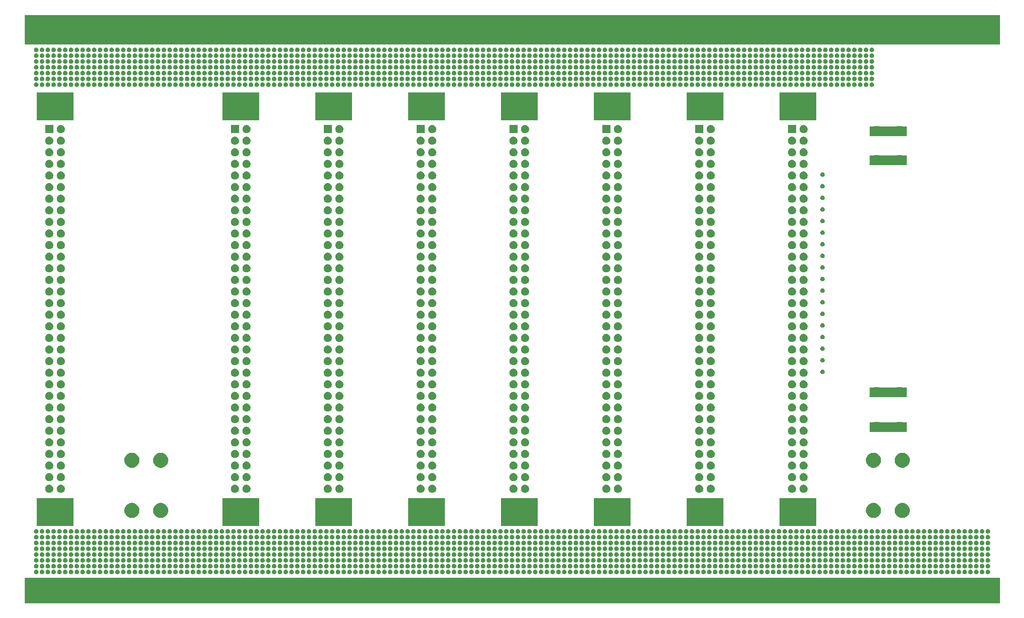
<source format=gbr>
G04 #@! TF.GenerationSoftware,KiCad,Pcbnew,(5.1.5)-3*
G04 #@! TF.CreationDate,2020-05-31T16:01:39+08:00*
G04 #@! TF.ProjectId,HEMAC_Backplane,48454d41-435f-4426-9163-6b706c616e65,rev?*
G04 #@! TF.SameCoordinates,Original*
G04 #@! TF.FileFunction,Soldermask,Top*
G04 #@! TF.FilePolarity,Negative*
%FSLAX46Y46*%
G04 Gerber Fmt 4.6, Leading zero omitted, Abs format (unit mm)*
G04 Created by KiCad (PCBNEW (5.1.5)-3) date 2020-05-31 16:01:39*
%MOMM*%
%LPD*%
G04 APERTURE LIST*
%ADD10C,0.100000*%
G04 APERTURE END LIST*
D10*
G36*
X251460000Y-41910000D02*
G01*
X38100000Y-41910000D01*
X38100000Y-35560000D01*
X251460000Y-35560000D01*
X251460000Y-41910000D01*
G37*
X251460000Y-41910000D02*
X38100000Y-41910000D01*
X38100000Y-35560000D01*
X251460000Y-35560000D01*
X251460000Y-41910000D01*
G36*
X251460000Y-164300000D02*
G01*
X38100000Y-164300000D01*
X38100000Y-158750000D01*
X251460000Y-158750000D01*
X251460000Y-164300000D01*
G37*
X251460000Y-164300000D02*
X38100000Y-164300000D01*
X38100000Y-158750000D01*
X251460000Y-158750000D01*
X251460000Y-164300000D01*
G36*
X48680000Y-147340000D02*
G01*
X40780000Y-147340000D01*
X40780000Y-141340000D01*
X48680000Y-141340000D01*
X48680000Y-147340000D01*
G37*
X48680000Y-147340000D02*
X40780000Y-147340000D01*
X40780000Y-141340000D01*
X48680000Y-141340000D01*
X48680000Y-147340000D01*
G36*
X48680000Y-58540000D02*
G01*
X40780000Y-58540000D01*
X40780000Y-52540000D01*
X48680000Y-52540000D01*
X48680000Y-58540000D01*
G37*
X48680000Y-58540000D02*
X40780000Y-58540000D01*
X40780000Y-52540000D01*
X48680000Y-52540000D01*
X48680000Y-58540000D01*
G36*
X89320000Y-147340000D02*
G01*
X81420000Y-147340000D01*
X81420000Y-141340000D01*
X89320000Y-141340000D01*
X89320000Y-147340000D01*
G37*
X89320000Y-147340000D02*
X81420000Y-147340000D01*
X81420000Y-141340000D01*
X89320000Y-141340000D01*
X89320000Y-147340000D01*
G36*
X89320000Y-58540000D02*
G01*
X81420000Y-58540000D01*
X81420000Y-52540000D01*
X89320000Y-52540000D01*
X89320000Y-58540000D01*
G37*
X89320000Y-58540000D02*
X81420000Y-58540000D01*
X81420000Y-52540000D01*
X89320000Y-52540000D01*
X89320000Y-58540000D01*
G36*
X109640000Y-147340000D02*
G01*
X101740000Y-147340000D01*
X101740000Y-141340000D01*
X109640000Y-141340000D01*
X109640000Y-147340000D01*
G37*
X109640000Y-147340000D02*
X101740000Y-147340000D01*
X101740000Y-141340000D01*
X109640000Y-141340000D01*
X109640000Y-147340000D01*
G36*
X109640000Y-58540000D02*
G01*
X101740000Y-58540000D01*
X101740000Y-52540000D01*
X109640000Y-52540000D01*
X109640000Y-58540000D01*
G37*
X109640000Y-58540000D02*
X101740000Y-58540000D01*
X101740000Y-52540000D01*
X109640000Y-52540000D01*
X109640000Y-58540000D01*
G36*
X129960000Y-147340000D02*
G01*
X122060000Y-147340000D01*
X122060000Y-141340000D01*
X129960000Y-141340000D01*
X129960000Y-147340000D01*
G37*
X129960000Y-147340000D02*
X122060000Y-147340000D01*
X122060000Y-141340000D01*
X129960000Y-141340000D01*
X129960000Y-147340000D01*
G36*
X129960000Y-58540000D02*
G01*
X122060000Y-58540000D01*
X122060000Y-52540000D01*
X129960000Y-52540000D01*
X129960000Y-58540000D01*
G37*
X129960000Y-58540000D02*
X122060000Y-58540000D01*
X122060000Y-52540000D01*
X129960000Y-52540000D01*
X129960000Y-58540000D01*
G36*
X150280000Y-147340000D02*
G01*
X142380000Y-147340000D01*
X142380000Y-141340000D01*
X150280000Y-141340000D01*
X150280000Y-147340000D01*
G37*
X150280000Y-147340000D02*
X142380000Y-147340000D01*
X142380000Y-141340000D01*
X150280000Y-141340000D01*
X150280000Y-147340000D01*
G36*
X150280000Y-58540000D02*
G01*
X142380000Y-58540000D01*
X142380000Y-52540000D01*
X150280000Y-52540000D01*
X150280000Y-58540000D01*
G37*
X150280000Y-58540000D02*
X142380000Y-58540000D01*
X142380000Y-52540000D01*
X150280000Y-52540000D01*
X150280000Y-58540000D01*
G36*
X170600000Y-147340000D02*
G01*
X162700000Y-147340000D01*
X162700000Y-141340000D01*
X170600000Y-141340000D01*
X170600000Y-147340000D01*
G37*
X170600000Y-147340000D02*
X162700000Y-147340000D01*
X162700000Y-141340000D01*
X170600000Y-141340000D01*
X170600000Y-147340000D01*
G36*
X170600000Y-58540000D02*
G01*
X162700000Y-58540000D01*
X162700000Y-52540000D01*
X170600000Y-52540000D01*
X170600000Y-58540000D01*
G37*
X170600000Y-58540000D02*
X162700000Y-58540000D01*
X162700000Y-52540000D01*
X170600000Y-52540000D01*
X170600000Y-58540000D01*
G36*
X190920000Y-147340000D02*
G01*
X183020000Y-147340000D01*
X183020000Y-141340000D01*
X190920000Y-141340000D01*
X190920000Y-147340000D01*
G37*
X190920000Y-147340000D02*
X183020000Y-147340000D01*
X183020000Y-141340000D01*
X190920000Y-141340000D01*
X190920000Y-147340000D01*
G36*
X190920000Y-58540000D02*
G01*
X183020000Y-58540000D01*
X183020000Y-52540000D01*
X190920000Y-52540000D01*
X190920000Y-58540000D01*
G37*
X190920000Y-58540000D02*
X183020000Y-58540000D01*
X183020000Y-52540000D01*
X190920000Y-52540000D01*
X190920000Y-58540000D01*
G36*
X211240000Y-147340000D02*
G01*
X203340000Y-147340000D01*
X203340000Y-141340000D01*
X211240000Y-141340000D01*
X211240000Y-147340000D01*
G37*
X211240000Y-147340000D02*
X203340000Y-147340000D01*
X203340000Y-141340000D01*
X211240000Y-141340000D01*
X211240000Y-147340000D01*
G36*
X211240000Y-58540000D02*
G01*
X203340000Y-58540000D01*
X203340000Y-52540000D01*
X211240000Y-52540000D01*
X211240000Y-58540000D01*
G37*
X211240000Y-58540000D02*
X203340000Y-58540000D01*
X203340000Y-52540000D01*
X211240000Y-52540000D01*
X211240000Y-58540000D01*
G36*
X231076000Y-61960000D02*
G01*
X223076000Y-61960000D01*
X223076000Y-59960000D01*
X231076000Y-59960000D01*
X231076000Y-61960000D01*
G37*
X231076000Y-61960000D02*
X223076000Y-61960000D01*
X223076000Y-59960000D01*
X231076000Y-59960000D01*
X231076000Y-61960000D01*
G36*
X231076000Y-68310000D02*
G01*
X223076000Y-68310000D01*
X223076000Y-66310000D01*
X231076000Y-66310000D01*
X231076000Y-68310000D01*
G37*
X231076000Y-68310000D02*
X223076000Y-68310000D01*
X223076000Y-66310000D01*
X231076000Y-66310000D01*
X231076000Y-68310000D01*
G36*
X231076000Y-119110000D02*
G01*
X223076000Y-119110000D01*
X223076000Y-117110000D01*
X231076000Y-117110000D01*
X231076000Y-119110000D01*
G37*
X231076000Y-119110000D02*
X223076000Y-119110000D01*
X223076000Y-117110000D01*
X231076000Y-117110000D01*
X231076000Y-119110000D01*
G36*
X231076000Y-126730000D02*
G01*
X223076000Y-126730000D01*
X223076000Y-124730000D01*
X231076000Y-124730000D01*
X231076000Y-126730000D01*
G37*
X231076000Y-126730000D02*
X223076000Y-126730000D01*
X223076000Y-124730000D01*
X231076000Y-124730000D01*
X231076000Y-126730000D01*
G36*
X91537740Y-156988627D02*
G01*
X91586136Y-156998253D01*
X91623902Y-157013896D01*
X91677311Y-157036019D01*
X91677312Y-157036020D01*
X91759369Y-157090848D01*
X91829152Y-157160631D01*
X91829153Y-157160633D01*
X91883981Y-157242689D01*
X91921747Y-157333865D01*
X91941000Y-157430655D01*
X91941000Y-157529345D01*
X91921747Y-157626135D01*
X91883981Y-157717311D01*
X91883980Y-157717312D01*
X91829152Y-157799369D01*
X91759369Y-157869152D01*
X91718062Y-157896752D01*
X91677311Y-157923981D01*
X91623902Y-157946104D01*
X91586136Y-157961747D01*
X91537740Y-157971374D01*
X91489345Y-157981000D01*
X91390655Y-157981000D01*
X91342260Y-157971374D01*
X91293864Y-157961747D01*
X91256098Y-157946104D01*
X91202689Y-157923981D01*
X91161938Y-157896752D01*
X91120631Y-157869152D01*
X91050848Y-157799369D01*
X90996020Y-157717312D01*
X90996019Y-157717311D01*
X90958253Y-157626135D01*
X90939000Y-157529345D01*
X90939000Y-157430655D01*
X90958253Y-157333865D01*
X90996019Y-157242689D01*
X91050847Y-157160633D01*
X91050848Y-157160631D01*
X91120631Y-157090848D01*
X91202688Y-157036020D01*
X91202689Y-157036019D01*
X91256098Y-157013896D01*
X91293864Y-156998253D01*
X91342260Y-156988627D01*
X91390655Y-156979000D01*
X91489345Y-156979000D01*
X91537740Y-156988627D01*
G37*
G36*
X52167740Y-156988627D02*
G01*
X52216136Y-156998253D01*
X52253902Y-157013896D01*
X52307311Y-157036019D01*
X52307312Y-157036020D01*
X52389369Y-157090848D01*
X52459152Y-157160631D01*
X52459153Y-157160633D01*
X52513981Y-157242689D01*
X52551747Y-157333865D01*
X52571000Y-157430655D01*
X52571000Y-157529345D01*
X52551747Y-157626135D01*
X52513981Y-157717311D01*
X52513980Y-157717312D01*
X52459152Y-157799369D01*
X52389369Y-157869152D01*
X52348062Y-157896752D01*
X52307311Y-157923981D01*
X52253902Y-157946104D01*
X52216136Y-157961747D01*
X52167740Y-157971374D01*
X52119345Y-157981000D01*
X52020655Y-157981000D01*
X51972260Y-157971374D01*
X51923864Y-157961747D01*
X51886098Y-157946104D01*
X51832689Y-157923981D01*
X51791938Y-157896752D01*
X51750631Y-157869152D01*
X51680848Y-157799369D01*
X51626020Y-157717312D01*
X51626019Y-157717311D01*
X51588253Y-157626135D01*
X51569000Y-157529345D01*
X51569000Y-157430655D01*
X51588253Y-157333865D01*
X51626019Y-157242689D01*
X51680847Y-157160633D01*
X51680848Y-157160631D01*
X51750631Y-157090848D01*
X51832688Y-157036020D01*
X51832689Y-157036019D01*
X51886098Y-157013896D01*
X51923864Y-156998253D01*
X51972260Y-156988627D01*
X52020655Y-156979000D01*
X52119345Y-156979000D01*
X52167740Y-156988627D01*
G37*
G36*
X40737740Y-156988627D02*
G01*
X40786136Y-156998253D01*
X40823902Y-157013896D01*
X40877311Y-157036019D01*
X40877312Y-157036020D01*
X40959369Y-157090848D01*
X41029152Y-157160631D01*
X41029153Y-157160633D01*
X41083981Y-157242689D01*
X41121747Y-157333865D01*
X41141000Y-157430655D01*
X41141000Y-157529345D01*
X41121747Y-157626135D01*
X41083981Y-157717311D01*
X41083980Y-157717312D01*
X41029152Y-157799369D01*
X40959369Y-157869152D01*
X40918062Y-157896752D01*
X40877311Y-157923981D01*
X40823902Y-157946104D01*
X40786136Y-157961747D01*
X40737740Y-157971374D01*
X40689345Y-157981000D01*
X40590655Y-157981000D01*
X40542260Y-157971374D01*
X40493864Y-157961747D01*
X40456098Y-157946104D01*
X40402689Y-157923981D01*
X40361938Y-157896752D01*
X40320631Y-157869152D01*
X40250848Y-157799369D01*
X40196020Y-157717312D01*
X40196019Y-157717311D01*
X40158253Y-157626135D01*
X40139000Y-157529345D01*
X40139000Y-157430655D01*
X40158253Y-157333865D01*
X40196019Y-157242689D01*
X40250847Y-157160633D01*
X40250848Y-157160631D01*
X40320631Y-157090848D01*
X40402688Y-157036020D01*
X40402689Y-157036019D01*
X40456098Y-157013896D01*
X40493864Y-156998253D01*
X40542260Y-156988627D01*
X40590655Y-156979000D01*
X40689345Y-156979000D01*
X40737740Y-156988627D01*
G37*
G36*
X42007740Y-156988627D02*
G01*
X42056136Y-156998253D01*
X42093902Y-157013896D01*
X42147311Y-157036019D01*
X42147312Y-157036020D01*
X42229369Y-157090848D01*
X42299152Y-157160631D01*
X42299153Y-157160633D01*
X42353981Y-157242689D01*
X42391747Y-157333865D01*
X42411000Y-157430655D01*
X42411000Y-157529345D01*
X42391747Y-157626135D01*
X42353981Y-157717311D01*
X42353980Y-157717312D01*
X42299152Y-157799369D01*
X42229369Y-157869152D01*
X42188062Y-157896752D01*
X42147311Y-157923981D01*
X42093902Y-157946104D01*
X42056136Y-157961747D01*
X42007740Y-157971374D01*
X41959345Y-157981000D01*
X41860655Y-157981000D01*
X41812260Y-157971374D01*
X41763864Y-157961747D01*
X41726098Y-157946104D01*
X41672689Y-157923981D01*
X41631938Y-157896752D01*
X41590631Y-157869152D01*
X41520848Y-157799369D01*
X41466020Y-157717312D01*
X41466019Y-157717311D01*
X41428253Y-157626135D01*
X41409000Y-157529345D01*
X41409000Y-157430655D01*
X41428253Y-157333865D01*
X41466019Y-157242689D01*
X41520847Y-157160633D01*
X41520848Y-157160631D01*
X41590631Y-157090848D01*
X41672688Y-157036020D01*
X41672689Y-157036019D01*
X41726098Y-157013896D01*
X41763864Y-156998253D01*
X41812260Y-156988627D01*
X41860655Y-156979000D01*
X41959345Y-156979000D01*
X42007740Y-156988627D01*
G37*
G36*
X43277740Y-156988627D02*
G01*
X43326136Y-156998253D01*
X43363902Y-157013896D01*
X43417311Y-157036019D01*
X43417312Y-157036020D01*
X43499369Y-157090848D01*
X43569152Y-157160631D01*
X43569153Y-157160633D01*
X43623981Y-157242689D01*
X43661747Y-157333865D01*
X43681000Y-157430655D01*
X43681000Y-157529345D01*
X43661747Y-157626135D01*
X43623981Y-157717311D01*
X43623980Y-157717312D01*
X43569152Y-157799369D01*
X43499369Y-157869152D01*
X43458062Y-157896752D01*
X43417311Y-157923981D01*
X43363902Y-157946104D01*
X43326136Y-157961747D01*
X43277740Y-157971374D01*
X43229345Y-157981000D01*
X43130655Y-157981000D01*
X43082260Y-157971374D01*
X43033864Y-157961747D01*
X42996098Y-157946104D01*
X42942689Y-157923981D01*
X42901938Y-157896752D01*
X42860631Y-157869152D01*
X42790848Y-157799369D01*
X42736020Y-157717312D01*
X42736019Y-157717311D01*
X42698253Y-157626135D01*
X42679000Y-157529345D01*
X42679000Y-157430655D01*
X42698253Y-157333865D01*
X42736019Y-157242689D01*
X42790847Y-157160633D01*
X42790848Y-157160631D01*
X42860631Y-157090848D01*
X42942688Y-157036020D01*
X42942689Y-157036019D01*
X42996098Y-157013896D01*
X43033864Y-156998253D01*
X43082260Y-156988627D01*
X43130655Y-156979000D01*
X43229345Y-156979000D01*
X43277740Y-156988627D01*
G37*
G36*
X44547740Y-156988627D02*
G01*
X44596136Y-156998253D01*
X44633902Y-157013896D01*
X44687311Y-157036019D01*
X44687312Y-157036020D01*
X44769369Y-157090848D01*
X44839152Y-157160631D01*
X44839153Y-157160633D01*
X44893981Y-157242689D01*
X44931747Y-157333865D01*
X44951000Y-157430655D01*
X44951000Y-157529345D01*
X44931747Y-157626135D01*
X44893981Y-157717311D01*
X44893980Y-157717312D01*
X44839152Y-157799369D01*
X44769369Y-157869152D01*
X44728062Y-157896752D01*
X44687311Y-157923981D01*
X44633902Y-157946104D01*
X44596136Y-157961747D01*
X44547740Y-157971374D01*
X44499345Y-157981000D01*
X44400655Y-157981000D01*
X44352260Y-157971374D01*
X44303864Y-157961747D01*
X44266098Y-157946104D01*
X44212689Y-157923981D01*
X44171938Y-157896752D01*
X44130631Y-157869152D01*
X44060848Y-157799369D01*
X44006020Y-157717312D01*
X44006019Y-157717311D01*
X43968253Y-157626135D01*
X43949000Y-157529345D01*
X43949000Y-157430655D01*
X43968253Y-157333865D01*
X44006019Y-157242689D01*
X44060847Y-157160633D01*
X44060848Y-157160631D01*
X44130631Y-157090848D01*
X44212688Y-157036020D01*
X44212689Y-157036019D01*
X44266098Y-157013896D01*
X44303864Y-156998253D01*
X44352260Y-156988627D01*
X44400655Y-156979000D01*
X44499345Y-156979000D01*
X44547740Y-156988627D01*
G37*
G36*
X45817740Y-156988627D02*
G01*
X45866136Y-156998253D01*
X45903902Y-157013896D01*
X45957311Y-157036019D01*
X45957312Y-157036020D01*
X46039369Y-157090848D01*
X46109152Y-157160631D01*
X46109153Y-157160633D01*
X46163981Y-157242689D01*
X46201747Y-157333865D01*
X46221000Y-157430655D01*
X46221000Y-157529345D01*
X46201747Y-157626135D01*
X46163981Y-157717311D01*
X46163980Y-157717312D01*
X46109152Y-157799369D01*
X46039369Y-157869152D01*
X45998062Y-157896752D01*
X45957311Y-157923981D01*
X45903902Y-157946104D01*
X45866136Y-157961747D01*
X45817740Y-157971374D01*
X45769345Y-157981000D01*
X45670655Y-157981000D01*
X45622260Y-157971374D01*
X45573864Y-157961747D01*
X45536098Y-157946104D01*
X45482689Y-157923981D01*
X45441938Y-157896752D01*
X45400631Y-157869152D01*
X45330848Y-157799369D01*
X45276020Y-157717312D01*
X45276019Y-157717311D01*
X45238253Y-157626135D01*
X45219000Y-157529345D01*
X45219000Y-157430655D01*
X45238253Y-157333865D01*
X45276019Y-157242689D01*
X45330847Y-157160633D01*
X45330848Y-157160631D01*
X45400631Y-157090848D01*
X45482688Y-157036020D01*
X45482689Y-157036019D01*
X45536098Y-157013896D01*
X45573864Y-156998253D01*
X45622260Y-156988627D01*
X45670655Y-156979000D01*
X45769345Y-156979000D01*
X45817740Y-156988627D01*
G37*
G36*
X47087740Y-156988627D02*
G01*
X47136136Y-156998253D01*
X47173902Y-157013896D01*
X47227311Y-157036019D01*
X47227312Y-157036020D01*
X47309369Y-157090848D01*
X47379152Y-157160631D01*
X47379153Y-157160633D01*
X47433981Y-157242689D01*
X47471747Y-157333865D01*
X47491000Y-157430655D01*
X47491000Y-157529345D01*
X47471747Y-157626135D01*
X47433981Y-157717311D01*
X47433980Y-157717312D01*
X47379152Y-157799369D01*
X47309369Y-157869152D01*
X47268062Y-157896752D01*
X47227311Y-157923981D01*
X47173902Y-157946104D01*
X47136136Y-157961747D01*
X47087740Y-157971374D01*
X47039345Y-157981000D01*
X46940655Y-157981000D01*
X46892260Y-157971374D01*
X46843864Y-157961747D01*
X46806098Y-157946104D01*
X46752689Y-157923981D01*
X46711938Y-157896752D01*
X46670631Y-157869152D01*
X46600848Y-157799369D01*
X46546020Y-157717312D01*
X46546019Y-157717311D01*
X46508253Y-157626135D01*
X46489000Y-157529345D01*
X46489000Y-157430655D01*
X46508253Y-157333865D01*
X46546019Y-157242689D01*
X46600847Y-157160633D01*
X46600848Y-157160631D01*
X46670631Y-157090848D01*
X46752688Y-157036020D01*
X46752689Y-157036019D01*
X46806098Y-157013896D01*
X46843864Y-156998253D01*
X46892260Y-156988627D01*
X46940655Y-156979000D01*
X47039345Y-156979000D01*
X47087740Y-156988627D01*
G37*
G36*
X48357740Y-156988627D02*
G01*
X48406136Y-156998253D01*
X48443902Y-157013896D01*
X48497311Y-157036019D01*
X48497312Y-157036020D01*
X48579369Y-157090848D01*
X48649152Y-157160631D01*
X48649153Y-157160633D01*
X48703981Y-157242689D01*
X48741747Y-157333865D01*
X48761000Y-157430655D01*
X48761000Y-157529345D01*
X48741747Y-157626135D01*
X48703981Y-157717311D01*
X48703980Y-157717312D01*
X48649152Y-157799369D01*
X48579369Y-157869152D01*
X48538062Y-157896752D01*
X48497311Y-157923981D01*
X48443902Y-157946104D01*
X48406136Y-157961747D01*
X48357740Y-157971374D01*
X48309345Y-157981000D01*
X48210655Y-157981000D01*
X48162260Y-157971374D01*
X48113864Y-157961747D01*
X48076098Y-157946104D01*
X48022689Y-157923981D01*
X47981938Y-157896752D01*
X47940631Y-157869152D01*
X47870848Y-157799369D01*
X47816020Y-157717312D01*
X47816019Y-157717311D01*
X47778253Y-157626135D01*
X47759000Y-157529345D01*
X47759000Y-157430655D01*
X47778253Y-157333865D01*
X47816019Y-157242689D01*
X47870847Y-157160633D01*
X47870848Y-157160631D01*
X47940631Y-157090848D01*
X48022688Y-157036020D01*
X48022689Y-157036019D01*
X48076098Y-157013896D01*
X48113864Y-156998253D01*
X48162260Y-156988627D01*
X48210655Y-156979000D01*
X48309345Y-156979000D01*
X48357740Y-156988627D01*
G37*
G36*
X49627740Y-156988627D02*
G01*
X49676136Y-156998253D01*
X49713902Y-157013896D01*
X49767311Y-157036019D01*
X49767312Y-157036020D01*
X49849369Y-157090848D01*
X49919152Y-157160631D01*
X49919153Y-157160633D01*
X49973981Y-157242689D01*
X50011747Y-157333865D01*
X50031000Y-157430655D01*
X50031000Y-157529345D01*
X50011747Y-157626135D01*
X49973981Y-157717311D01*
X49973980Y-157717312D01*
X49919152Y-157799369D01*
X49849369Y-157869152D01*
X49808062Y-157896752D01*
X49767311Y-157923981D01*
X49713902Y-157946104D01*
X49676136Y-157961747D01*
X49627740Y-157971374D01*
X49579345Y-157981000D01*
X49480655Y-157981000D01*
X49432260Y-157971374D01*
X49383864Y-157961747D01*
X49346098Y-157946104D01*
X49292689Y-157923981D01*
X49251938Y-157896752D01*
X49210631Y-157869152D01*
X49140848Y-157799369D01*
X49086020Y-157717312D01*
X49086019Y-157717311D01*
X49048253Y-157626135D01*
X49029000Y-157529345D01*
X49029000Y-157430655D01*
X49048253Y-157333865D01*
X49086019Y-157242689D01*
X49140847Y-157160633D01*
X49140848Y-157160631D01*
X49210631Y-157090848D01*
X49292688Y-157036020D01*
X49292689Y-157036019D01*
X49346098Y-157013896D01*
X49383864Y-156998253D01*
X49432260Y-156988627D01*
X49480655Y-156979000D01*
X49579345Y-156979000D01*
X49627740Y-156988627D01*
G37*
G36*
X50897740Y-156988627D02*
G01*
X50946136Y-156998253D01*
X50983902Y-157013896D01*
X51037311Y-157036019D01*
X51037312Y-157036020D01*
X51119369Y-157090848D01*
X51189152Y-157160631D01*
X51189153Y-157160633D01*
X51243981Y-157242689D01*
X51281747Y-157333865D01*
X51301000Y-157430655D01*
X51301000Y-157529345D01*
X51281747Y-157626135D01*
X51243981Y-157717311D01*
X51243980Y-157717312D01*
X51189152Y-157799369D01*
X51119369Y-157869152D01*
X51078062Y-157896752D01*
X51037311Y-157923981D01*
X50983902Y-157946104D01*
X50946136Y-157961747D01*
X50897740Y-157971374D01*
X50849345Y-157981000D01*
X50750655Y-157981000D01*
X50702260Y-157971374D01*
X50653864Y-157961747D01*
X50616098Y-157946104D01*
X50562689Y-157923981D01*
X50521938Y-157896752D01*
X50480631Y-157869152D01*
X50410848Y-157799369D01*
X50356020Y-157717312D01*
X50356019Y-157717311D01*
X50318253Y-157626135D01*
X50299000Y-157529345D01*
X50299000Y-157430655D01*
X50318253Y-157333865D01*
X50356019Y-157242689D01*
X50410847Y-157160633D01*
X50410848Y-157160631D01*
X50480631Y-157090848D01*
X50562688Y-157036020D01*
X50562689Y-157036019D01*
X50616098Y-157013896D01*
X50653864Y-156998253D01*
X50702260Y-156988627D01*
X50750655Y-156979000D01*
X50849345Y-156979000D01*
X50897740Y-156988627D01*
G37*
G36*
X90267740Y-156988627D02*
G01*
X90316136Y-156998253D01*
X90353902Y-157013896D01*
X90407311Y-157036019D01*
X90407312Y-157036020D01*
X90489369Y-157090848D01*
X90559152Y-157160631D01*
X90559153Y-157160633D01*
X90613981Y-157242689D01*
X90651747Y-157333865D01*
X90671000Y-157430655D01*
X90671000Y-157529345D01*
X90651747Y-157626135D01*
X90613981Y-157717311D01*
X90613980Y-157717312D01*
X90559152Y-157799369D01*
X90489369Y-157869152D01*
X90448062Y-157896752D01*
X90407311Y-157923981D01*
X90353902Y-157946104D01*
X90316136Y-157961747D01*
X90267740Y-157971374D01*
X90219345Y-157981000D01*
X90120655Y-157981000D01*
X90072260Y-157971374D01*
X90023864Y-157961747D01*
X89986098Y-157946104D01*
X89932689Y-157923981D01*
X89891938Y-157896752D01*
X89850631Y-157869152D01*
X89780848Y-157799369D01*
X89726020Y-157717312D01*
X89726019Y-157717311D01*
X89688253Y-157626135D01*
X89669000Y-157529345D01*
X89669000Y-157430655D01*
X89688253Y-157333865D01*
X89726019Y-157242689D01*
X89780847Y-157160633D01*
X89780848Y-157160631D01*
X89850631Y-157090848D01*
X89932688Y-157036020D01*
X89932689Y-157036019D01*
X89986098Y-157013896D01*
X90023864Y-156998253D01*
X90072260Y-156988627D01*
X90120655Y-156979000D01*
X90219345Y-156979000D01*
X90267740Y-156988627D01*
G37*
G36*
X53437740Y-156988627D02*
G01*
X53486136Y-156998253D01*
X53523902Y-157013896D01*
X53577311Y-157036019D01*
X53577312Y-157036020D01*
X53659369Y-157090848D01*
X53729152Y-157160631D01*
X53729153Y-157160633D01*
X53783981Y-157242689D01*
X53821747Y-157333865D01*
X53841000Y-157430655D01*
X53841000Y-157529345D01*
X53821747Y-157626135D01*
X53783981Y-157717311D01*
X53783980Y-157717312D01*
X53729152Y-157799369D01*
X53659369Y-157869152D01*
X53618062Y-157896752D01*
X53577311Y-157923981D01*
X53523902Y-157946104D01*
X53486136Y-157961747D01*
X53437740Y-157971374D01*
X53389345Y-157981000D01*
X53290655Y-157981000D01*
X53242260Y-157971374D01*
X53193864Y-157961747D01*
X53156098Y-157946104D01*
X53102689Y-157923981D01*
X53061938Y-157896752D01*
X53020631Y-157869152D01*
X52950848Y-157799369D01*
X52896020Y-157717312D01*
X52896019Y-157717311D01*
X52858253Y-157626135D01*
X52839000Y-157529345D01*
X52839000Y-157430655D01*
X52858253Y-157333865D01*
X52896019Y-157242689D01*
X52950847Y-157160633D01*
X52950848Y-157160631D01*
X53020631Y-157090848D01*
X53102688Y-157036020D01*
X53102689Y-157036019D01*
X53156098Y-157013896D01*
X53193864Y-156998253D01*
X53242260Y-156988627D01*
X53290655Y-156979000D01*
X53389345Y-156979000D01*
X53437740Y-156988627D01*
G37*
G36*
X54707740Y-156988627D02*
G01*
X54756136Y-156998253D01*
X54793902Y-157013896D01*
X54847311Y-157036019D01*
X54847312Y-157036020D01*
X54929369Y-157090848D01*
X54999152Y-157160631D01*
X54999153Y-157160633D01*
X55053981Y-157242689D01*
X55091747Y-157333865D01*
X55111000Y-157430655D01*
X55111000Y-157529345D01*
X55091747Y-157626135D01*
X55053981Y-157717311D01*
X55053980Y-157717312D01*
X54999152Y-157799369D01*
X54929369Y-157869152D01*
X54888062Y-157896752D01*
X54847311Y-157923981D01*
X54793902Y-157946104D01*
X54756136Y-157961747D01*
X54707740Y-157971374D01*
X54659345Y-157981000D01*
X54560655Y-157981000D01*
X54512260Y-157971374D01*
X54463864Y-157961747D01*
X54426098Y-157946104D01*
X54372689Y-157923981D01*
X54331938Y-157896752D01*
X54290631Y-157869152D01*
X54220848Y-157799369D01*
X54166020Y-157717312D01*
X54166019Y-157717311D01*
X54128253Y-157626135D01*
X54109000Y-157529345D01*
X54109000Y-157430655D01*
X54128253Y-157333865D01*
X54166019Y-157242689D01*
X54220847Y-157160633D01*
X54220848Y-157160631D01*
X54290631Y-157090848D01*
X54372688Y-157036020D01*
X54372689Y-157036019D01*
X54426098Y-157013896D01*
X54463864Y-156998253D01*
X54512260Y-156988627D01*
X54560655Y-156979000D01*
X54659345Y-156979000D01*
X54707740Y-156988627D01*
G37*
G36*
X55977740Y-156988627D02*
G01*
X56026136Y-156998253D01*
X56063902Y-157013896D01*
X56117311Y-157036019D01*
X56117312Y-157036020D01*
X56199369Y-157090848D01*
X56269152Y-157160631D01*
X56269153Y-157160633D01*
X56323981Y-157242689D01*
X56361747Y-157333865D01*
X56381000Y-157430655D01*
X56381000Y-157529345D01*
X56361747Y-157626135D01*
X56323981Y-157717311D01*
X56323980Y-157717312D01*
X56269152Y-157799369D01*
X56199369Y-157869152D01*
X56158062Y-157896752D01*
X56117311Y-157923981D01*
X56063902Y-157946104D01*
X56026136Y-157961747D01*
X55977740Y-157971374D01*
X55929345Y-157981000D01*
X55830655Y-157981000D01*
X55782260Y-157971374D01*
X55733864Y-157961747D01*
X55696098Y-157946104D01*
X55642689Y-157923981D01*
X55601938Y-157896752D01*
X55560631Y-157869152D01*
X55490848Y-157799369D01*
X55436020Y-157717312D01*
X55436019Y-157717311D01*
X55398253Y-157626135D01*
X55379000Y-157529345D01*
X55379000Y-157430655D01*
X55398253Y-157333865D01*
X55436019Y-157242689D01*
X55490847Y-157160633D01*
X55490848Y-157160631D01*
X55560631Y-157090848D01*
X55642688Y-157036020D01*
X55642689Y-157036019D01*
X55696098Y-157013896D01*
X55733864Y-156998253D01*
X55782260Y-156988627D01*
X55830655Y-156979000D01*
X55929345Y-156979000D01*
X55977740Y-156988627D01*
G37*
G36*
X57247740Y-156988627D02*
G01*
X57296136Y-156998253D01*
X57333902Y-157013896D01*
X57387311Y-157036019D01*
X57387312Y-157036020D01*
X57469369Y-157090848D01*
X57539152Y-157160631D01*
X57539153Y-157160633D01*
X57593981Y-157242689D01*
X57631747Y-157333865D01*
X57651000Y-157430655D01*
X57651000Y-157529345D01*
X57631747Y-157626135D01*
X57593981Y-157717311D01*
X57593980Y-157717312D01*
X57539152Y-157799369D01*
X57469369Y-157869152D01*
X57428062Y-157896752D01*
X57387311Y-157923981D01*
X57333902Y-157946104D01*
X57296136Y-157961747D01*
X57247740Y-157971374D01*
X57199345Y-157981000D01*
X57100655Y-157981000D01*
X57052260Y-157971374D01*
X57003864Y-157961747D01*
X56966098Y-157946104D01*
X56912689Y-157923981D01*
X56871938Y-157896752D01*
X56830631Y-157869152D01*
X56760848Y-157799369D01*
X56706020Y-157717312D01*
X56706019Y-157717311D01*
X56668253Y-157626135D01*
X56649000Y-157529345D01*
X56649000Y-157430655D01*
X56668253Y-157333865D01*
X56706019Y-157242689D01*
X56760847Y-157160633D01*
X56760848Y-157160631D01*
X56830631Y-157090848D01*
X56912688Y-157036020D01*
X56912689Y-157036019D01*
X56966098Y-157013896D01*
X57003864Y-156998253D01*
X57052260Y-156988627D01*
X57100655Y-156979000D01*
X57199345Y-156979000D01*
X57247740Y-156988627D01*
G37*
G36*
X58517740Y-156988627D02*
G01*
X58566136Y-156998253D01*
X58603902Y-157013896D01*
X58657311Y-157036019D01*
X58657312Y-157036020D01*
X58739369Y-157090848D01*
X58809152Y-157160631D01*
X58809153Y-157160633D01*
X58863981Y-157242689D01*
X58901747Y-157333865D01*
X58921000Y-157430655D01*
X58921000Y-157529345D01*
X58901747Y-157626135D01*
X58863981Y-157717311D01*
X58863980Y-157717312D01*
X58809152Y-157799369D01*
X58739369Y-157869152D01*
X58698062Y-157896752D01*
X58657311Y-157923981D01*
X58603902Y-157946104D01*
X58566136Y-157961747D01*
X58517740Y-157971374D01*
X58469345Y-157981000D01*
X58370655Y-157981000D01*
X58322260Y-157971374D01*
X58273864Y-157961747D01*
X58236098Y-157946104D01*
X58182689Y-157923981D01*
X58141938Y-157896752D01*
X58100631Y-157869152D01*
X58030848Y-157799369D01*
X57976020Y-157717312D01*
X57976019Y-157717311D01*
X57938253Y-157626135D01*
X57919000Y-157529345D01*
X57919000Y-157430655D01*
X57938253Y-157333865D01*
X57976019Y-157242689D01*
X58030847Y-157160633D01*
X58030848Y-157160631D01*
X58100631Y-157090848D01*
X58182688Y-157036020D01*
X58182689Y-157036019D01*
X58236098Y-157013896D01*
X58273864Y-156998253D01*
X58322260Y-156988627D01*
X58370655Y-156979000D01*
X58469345Y-156979000D01*
X58517740Y-156988627D01*
G37*
G36*
X59787740Y-156988627D02*
G01*
X59836136Y-156998253D01*
X59873902Y-157013896D01*
X59927311Y-157036019D01*
X59927312Y-157036020D01*
X60009369Y-157090848D01*
X60079152Y-157160631D01*
X60079153Y-157160633D01*
X60133981Y-157242689D01*
X60171747Y-157333865D01*
X60191000Y-157430655D01*
X60191000Y-157529345D01*
X60171747Y-157626135D01*
X60133981Y-157717311D01*
X60133980Y-157717312D01*
X60079152Y-157799369D01*
X60009369Y-157869152D01*
X59968062Y-157896752D01*
X59927311Y-157923981D01*
X59873902Y-157946104D01*
X59836136Y-157961747D01*
X59787740Y-157971374D01*
X59739345Y-157981000D01*
X59640655Y-157981000D01*
X59592260Y-157971374D01*
X59543864Y-157961747D01*
X59506098Y-157946104D01*
X59452689Y-157923981D01*
X59411938Y-157896752D01*
X59370631Y-157869152D01*
X59300848Y-157799369D01*
X59246020Y-157717312D01*
X59246019Y-157717311D01*
X59208253Y-157626135D01*
X59189000Y-157529345D01*
X59189000Y-157430655D01*
X59208253Y-157333865D01*
X59246019Y-157242689D01*
X59300847Y-157160633D01*
X59300848Y-157160631D01*
X59370631Y-157090848D01*
X59452688Y-157036020D01*
X59452689Y-157036019D01*
X59506098Y-157013896D01*
X59543864Y-156998253D01*
X59592260Y-156988627D01*
X59640655Y-156979000D01*
X59739345Y-156979000D01*
X59787740Y-156988627D01*
G37*
G36*
X61057740Y-156988627D02*
G01*
X61106136Y-156998253D01*
X61143902Y-157013896D01*
X61197311Y-157036019D01*
X61197312Y-157036020D01*
X61279369Y-157090848D01*
X61349152Y-157160631D01*
X61349153Y-157160633D01*
X61403981Y-157242689D01*
X61441747Y-157333865D01*
X61461000Y-157430655D01*
X61461000Y-157529345D01*
X61441747Y-157626135D01*
X61403981Y-157717311D01*
X61403980Y-157717312D01*
X61349152Y-157799369D01*
X61279369Y-157869152D01*
X61238062Y-157896752D01*
X61197311Y-157923981D01*
X61143902Y-157946104D01*
X61106136Y-157961747D01*
X61057740Y-157971374D01*
X61009345Y-157981000D01*
X60910655Y-157981000D01*
X60862260Y-157971374D01*
X60813864Y-157961747D01*
X60776098Y-157946104D01*
X60722689Y-157923981D01*
X60681938Y-157896752D01*
X60640631Y-157869152D01*
X60570848Y-157799369D01*
X60516020Y-157717312D01*
X60516019Y-157717311D01*
X60478253Y-157626135D01*
X60459000Y-157529345D01*
X60459000Y-157430655D01*
X60478253Y-157333865D01*
X60516019Y-157242689D01*
X60570847Y-157160633D01*
X60570848Y-157160631D01*
X60640631Y-157090848D01*
X60722688Y-157036020D01*
X60722689Y-157036019D01*
X60776098Y-157013896D01*
X60813864Y-156998253D01*
X60862260Y-156988627D01*
X60910655Y-156979000D01*
X61009345Y-156979000D01*
X61057740Y-156988627D01*
G37*
G36*
X62327740Y-156988627D02*
G01*
X62376136Y-156998253D01*
X62413902Y-157013896D01*
X62467311Y-157036019D01*
X62467312Y-157036020D01*
X62549369Y-157090848D01*
X62619152Y-157160631D01*
X62619153Y-157160633D01*
X62673981Y-157242689D01*
X62711747Y-157333865D01*
X62731000Y-157430655D01*
X62731000Y-157529345D01*
X62711747Y-157626135D01*
X62673981Y-157717311D01*
X62673980Y-157717312D01*
X62619152Y-157799369D01*
X62549369Y-157869152D01*
X62508062Y-157896752D01*
X62467311Y-157923981D01*
X62413902Y-157946104D01*
X62376136Y-157961747D01*
X62327740Y-157971374D01*
X62279345Y-157981000D01*
X62180655Y-157981000D01*
X62132260Y-157971374D01*
X62083864Y-157961747D01*
X62046098Y-157946104D01*
X61992689Y-157923981D01*
X61951938Y-157896752D01*
X61910631Y-157869152D01*
X61840848Y-157799369D01*
X61786020Y-157717312D01*
X61786019Y-157717311D01*
X61748253Y-157626135D01*
X61729000Y-157529345D01*
X61729000Y-157430655D01*
X61748253Y-157333865D01*
X61786019Y-157242689D01*
X61840847Y-157160633D01*
X61840848Y-157160631D01*
X61910631Y-157090848D01*
X61992688Y-157036020D01*
X61992689Y-157036019D01*
X62046098Y-157013896D01*
X62083864Y-156998253D01*
X62132260Y-156988627D01*
X62180655Y-156979000D01*
X62279345Y-156979000D01*
X62327740Y-156988627D01*
G37*
G36*
X63597740Y-156988627D02*
G01*
X63646136Y-156998253D01*
X63683902Y-157013896D01*
X63737311Y-157036019D01*
X63737312Y-157036020D01*
X63819369Y-157090848D01*
X63889152Y-157160631D01*
X63889153Y-157160633D01*
X63943981Y-157242689D01*
X63981747Y-157333865D01*
X64001000Y-157430655D01*
X64001000Y-157529345D01*
X63981747Y-157626135D01*
X63943981Y-157717311D01*
X63943980Y-157717312D01*
X63889152Y-157799369D01*
X63819369Y-157869152D01*
X63778062Y-157896752D01*
X63737311Y-157923981D01*
X63683902Y-157946104D01*
X63646136Y-157961747D01*
X63597740Y-157971374D01*
X63549345Y-157981000D01*
X63450655Y-157981000D01*
X63402260Y-157971374D01*
X63353864Y-157961747D01*
X63316098Y-157946104D01*
X63262689Y-157923981D01*
X63221938Y-157896752D01*
X63180631Y-157869152D01*
X63110848Y-157799369D01*
X63056020Y-157717312D01*
X63056019Y-157717311D01*
X63018253Y-157626135D01*
X62999000Y-157529345D01*
X62999000Y-157430655D01*
X63018253Y-157333865D01*
X63056019Y-157242689D01*
X63110847Y-157160633D01*
X63110848Y-157160631D01*
X63180631Y-157090848D01*
X63262688Y-157036020D01*
X63262689Y-157036019D01*
X63316098Y-157013896D01*
X63353864Y-156998253D01*
X63402260Y-156988627D01*
X63450655Y-156979000D01*
X63549345Y-156979000D01*
X63597740Y-156988627D01*
G37*
G36*
X77567740Y-156988627D02*
G01*
X77616136Y-156998253D01*
X77653902Y-157013896D01*
X77707311Y-157036019D01*
X77707312Y-157036020D01*
X77789369Y-157090848D01*
X77859152Y-157160631D01*
X77859153Y-157160633D01*
X77913981Y-157242689D01*
X77951747Y-157333865D01*
X77971000Y-157430655D01*
X77971000Y-157529345D01*
X77951747Y-157626135D01*
X77913981Y-157717311D01*
X77913980Y-157717312D01*
X77859152Y-157799369D01*
X77789369Y-157869152D01*
X77748062Y-157896752D01*
X77707311Y-157923981D01*
X77653902Y-157946104D01*
X77616136Y-157961747D01*
X77567740Y-157971374D01*
X77519345Y-157981000D01*
X77420655Y-157981000D01*
X77372260Y-157971374D01*
X77323864Y-157961747D01*
X77286098Y-157946104D01*
X77232689Y-157923981D01*
X77191938Y-157896752D01*
X77150631Y-157869152D01*
X77080848Y-157799369D01*
X77026020Y-157717312D01*
X77026019Y-157717311D01*
X76988253Y-157626135D01*
X76969000Y-157529345D01*
X76969000Y-157430655D01*
X76988253Y-157333865D01*
X77026019Y-157242689D01*
X77080847Y-157160633D01*
X77080848Y-157160631D01*
X77150631Y-157090848D01*
X77232688Y-157036020D01*
X77232689Y-157036019D01*
X77286098Y-157013896D01*
X77323864Y-156998253D01*
X77372260Y-156988627D01*
X77420655Y-156979000D01*
X77519345Y-156979000D01*
X77567740Y-156988627D01*
G37*
G36*
X78837740Y-156988627D02*
G01*
X78886136Y-156998253D01*
X78923902Y-157013896D01*
X78977311Y-157036019D01*
X78977312Y-157036020D01*
X79059369Y-157090848D01*
X79129152Y-157160631D01*
X79129153Y-157160633D01*
X79183981Y-157242689D01*
X79221747Y-157333865D01*
X79241000Y-157430655D01*
X79241000Y-157529345D01*
X79221747Y-157626135D01*
X79183981Y-157717311D01*
X79183980Y-157717312D01*
X79129152Y-157799369D01*
X79059369Y-157869152D01*
X79018062Y-157896752D01*
X78977311Y-157923981D01*
X78923902Y-157946104D01*
X78886136Y-157961747D01*
X78837740Y-157971374D01*
X78789345Y-157981000D01*
X78690655Y-157981000D01*
X78642260Y-157971374D01*
X78593864Y-157961747D01*
X78556098Y-157946104D01*
X78502689Y-157923981D01*
X78461938Y-157896752D01*
X78420631Y-157869152D01*
X78350848Y-157799369D01*
X78296020Y-157717312D01*
X78296019Y-157717311D01*
X78258253Y-157626135D01*
X78239000Y-157529345D01*
X78239000Y-157430655D01*
X78258253Y-157333865D01*
X78296019Y-157242689D01*
X78350847Y-157160633D01*
X78350848Y-157160631D01*
X78420631Y-157090848D01*
X78502688Y-157036020D01*
X78502689Y-157036019D01*
X78556098Y-157013896D01*
X78593864Y-156998253D01*
X78642260Y-156988627D01*
X78690655Y-156979000D01*
X78789345Y-156979000D01*
X78837740Y-156988627D01*
G37*
G36*
X66137740Y-156988627D02*
G01*
X66186136Y-156998253D01*
X66223902Y-157013896D01*
X66277311Y-157036019D01*
X66277312Y-157036020D01*
X66359369Y-157090848D01*
X66429152Y-157160631D01*
X66429153Y-157160633D01*
X66483981Y-157242689D01*
X66521747Y-157333865D01*
X66541000Y-157430655D01*
X66541000Y-157529345D01*
X66521747Y-157626135D01*
X66483981Y-157717311D01*
X66483980Y-157717312D01*
X66429152Y-157799369D01*
X66359369Y-157869152D01*
X66318062Y-157896752D01*
X66277311Y-157923981D01*
X66223902Y-157946104D01*
X66186136Y-157961747D01*
X66137740Y-157971374D01*
X66089345Y-157981000D01*
X65990655Y-157981000D01*
X65942260Y-157971374D01*
X65893864Y-157961747D01*
X65856098Y-157946104D01*
X65802689Y-157923981D01*
X65761938Y-157896752D01*
X65720631Y-157869152D01*
X65650848Y-157799369D01*
X65596020Y-157717312D01*
X65596019Y-157717311D01*
X65558253Y-157626135D01*
X65539000Y-157529345D01*
X65539000Y-157430655D01*
X65558253Y-157333865D01*
X65596019Y-157242689D01*
X65650847Y-157160633D01*
X65650848Y-157160631D01*
X65720631Y-157090848D01*
X65802688Y-157036020D01*
X65802689Y-157036019D01*
X65856098Y-157013896D01*
X65893864Y-156998253D01*
X65942260Y-156988627D01*
X65990655Y-156979000D01*
X66089345Y-156979000D01*
X66137740Y-156988627D01*
G37*
G36*
X67407740Y-156988627D02*
G01*
X67456136Y-156998253D01*
X67493902Y-157013896D01*
X67547311Y-157036019D01*
X67547312Y-157036020D01*
X67629369Y-157090848D01*
X67699152Y-157160631D01*
X67699153Y-157160633D01*
X67753981Y-157242689D01*
X67791747Y-157333865D01*
X67811000Y-157430655D01*
X67811000Y-157529345D01*
X67791747Y-157626135D01*
X67753981Y-157717311D01*
X67753980Y-157717312D01*
X67699152Y-157799369D01*
X67629369Y-157869152D01*
X67588062Y-157896752D01*
X67547311Y-157923981D01*
X67493902Y-157946104D01*
X67456136Y-157961747D01*
X67407740Y-157971374D01*
X67359345Y-157981000D01*
X67260655Y-157981000D01*
X67212260Y-157971374D01*
X67163864Y-157961747D01*
X67126098Y-157946104D01*
X67072689Y-157923981D01*
X67031938Y-157896752D01*
X66990631Y-157869152D01*
X66920848Y-157799369D01*
X66866020Y-157717312D01*
X66866019Y-157717311D01*
X66828253Y-157626135D01*
X66809000Y-157529345D01*
X66809000Y-157430655D01*
X66828253Y-157333865D01*
X66866019Y-157242689D01*
X66920847Y-157160633D01*
X66920848Y-157160631D01*
X66990631Y-157090848D01*
X67072688Y-157036020D01*
X67072689Y-157036019D01*
X67126098Y-157013896D01*
X67163864Y-156998253D01*
X67212260Y-156988627D01*
X67260655Y-156979000D01*
X67359345Y-156979000D01*
X67407740Y-156988627D01*
G37*
G36*
X68677740Y-156988627D02*
G01*
X68726136Y-156998253D01*
X68763902Y-157013896D01*
X68817311Y-157036019D01*
X68817312Y-157036020D01*
X68899369Y-157090848D01*
X68969152Y-157160631D01*
X68969153Y-157160633D01*
X69023981Y-157242689D01*
X69061747Y-157333865D01*
X69081000Y-157430655D01*
X69081000Y-157529345D01*
X69061747Y-157626135D01*
X69023981Y-157717311D01*
X69023980Y-157717312D01*
X68969152Y-157799369D01*
X68899369Y-157869152D01*
X68858062Y-157896752D01*
X68817311Y-157923981D01*
X68763902Y-157946104D01*
X68726136Y-157961747D01*
X68677740Y-157971374D01*
X68629345Y-157981000D01*
X68530655Y-157981000D01*
X68482260Y-157971374D01*
X68433864Y-157961747D01*
X68396098Y-157946104D01*
X68342689Y-157923981D01*
X68301938Y-157896752D01*
X68260631Y-157869152D01*
X68190848Y-157799369D01*
X68136020Y-157717312D01*
X68136019Y-157717311D01*
X68098253Y-157626135D01*
X68079000Y-157529345D01*
X68079000Y-157430655D01*
X68098253Y-157333865D01*
X68136019Y-157242689D01*
X68190847Y-157160633D01*
X68190848Y-157160631D01*
X68260631Y-157090848D01*
X68342688Y-157036020D01*
X68342689Y-157036019D01*
X68396098Y-157013896D01*
X68433864Y-156998253D01*
X68482260Y-156988627D01*
X68530655Y-156979000D01*
X68629345Y-156979000D01*
X68677740Y-156988627D01*
G37*
G36*
X69947740Y-156988627D02*
G01*
X69996136Y-156998253D01*
X70033902Y-157013896D01*
X70087311Y-157036019D01*
X70087312Y-157036020D01*
X70169369Y-157090848D01*
X70239152Y-157160631D01*
X70239153Y-157160633D01*
X70293981Y-157242689D01*
X70331747Y-157333865D01*
X70351000Y-157430655D01*
X70351000Y-157529345D01*
X70331747Y-157626135D01*
X70293981Y-157717311D01*
X70293980Y-157717312D01*
X70239152Y-157799369D01*
X70169369Y-157869152D01*
X70128062Y-157896752D01*
X70087311Y-157923981D01*
X70033902Y-157946104D01*
X69996136Y-157961747D01*
X69947740Y-157971374D01*
X69899345Y-157981000D01*
X69800655Y-157981000D01*
X69752260Y-157971374D01*
X69703864Y-157961747D01*
X69666098Y-157946104D01*
X69612689Y-157923981D01*
X69571938Y-157896752D01*
X69530631Y-157869152D01*
X69460848Y-157799369D01*
X69406020Y-157717312D01*
X69406019Y-157717311D01*
X69368253Y-157626135D01*
X69349000Y-157529345D01*
X69349000Y-157430655D01*
X69368253Y-157333865D01*
X69406019Y-157242689D01*
X69460847Y-157160633D01*
X69460848Y-157160631D01*
X69530631Y-157090848D01*
X69612688Y-157036020D01*
X69612689Y-157036019D01*
X69666098Y-157013896D01*
X69703864Y-156998253D01*
X69752260Y-156988627D01*
X69800655Y-156979000D01*
X69899345Y-156979000D01*
X69947740Y-156988627D01*
G37*
G36*
X71217740Y-156988627D02*
G01*
X71266136Y-156998253D01*
X71303902Y-157013896D01*
X71357311Y-157036019D01*
X71357312Y-157036020D01*
X71439369Y-157090848D01*
X71509152Y-157160631D01*
X71509153Y-157160633D01*
X71563981Y-157242689D01*
X71601747Y-157333865D01*
X71621000Y-157430655D01*
X71621000Y-157529345D01*
X71601747Y-157626135D01*
X71563981Y-157717311D01*
X71563980Y-157717312D01*
X71509152Y-157799369D01*
X71439369Y-157869152D01*
X71398062Y-157896752D01*
X71357311Y-157923981D01*
X71303902Y-157946104D01*
X71266136Y-157961747D01*
X71217740Y-157971374D01*
X71169345Y-157981000D01*
X71070655Y-157981000D01*
X71022260Y-157971374D01*
X70973864Y-157961747D01*
X70936098Y-157946104D01*
X70882689Y-157923981D01*
X70841938Y-157896752D01*
X70800631Y-157869152D01*
X70730848Y-157799369D01*
X70676020Y-157717312D01*
X70676019Y-157717311D01*
X70638253Y-157626135D01*
X70619000Y-157529345D01*
X70619000Y-157430655D01*
X70638253Y-157333865D01*
X70676019Y-157242689D01*
X70730847Y-157160633D01*
X70730848Y-157160631D01*
X70800631Y-157090848D01*
X70882688Y-157036020D01*
X70882689Y-157036019D01*
X70936098Y-157013896D01*
X70973864Y-156998253D01*
X71022260Y-156988627D01*
X71070655Y-156979000D01*
X71169345Y-156979000D01*
X71217740Y-156988627D01*
G37*
G36*
X72487740Y-156988627D02*
G01*
X72536136Y-156998253D01*
X72573902Y-157013896D01*
X72627311Y-157036019D01*
X72627312Y-157036020D01*
X72709369Y-157090848D01*
X72779152Y-157160631D01*
X72779153Y-157160633D01*
X72833981Y-157242689D01*
X72871747Y-157333865D01*
X72891000Y-157430655D01*
X72891000Y-157529345D01*
X72871747Y-157626135D01*
X72833981Y-157717311D01*
X72833980Y-157717312D01*
X72779152Y-157799369D01*
X72709369Y-157869152D01*
X72668062Y-157896752D01*
X72627311Y-157923981D01*
X72573902Y-157946104D01*
X72536136Y-157961747D01*
X72487740Y-157971374D01*
X72439345Y-157981000D01*
X72340655Y-157981000D01*
X72292260Y-157971374D01*
X72243864Y-157961747D01*
X72206098Y-157946104D01*
X72152689Y-157923981D01*
X72111938Y-157896752D01*
X72070631Y-157869152D01*
X72000848Y-157799369D01*
X71946020Y-157717312D01*
X71946019Y-157717311D01*
X71908253Y-157626135D01*
X71889000Y-157529345D01*
X71889000Y-157430655D01*
X71908253Y-157333865D01*
X71946019Y-157242689D01*
X72000847Y-157160633D01*
X72000848Y-157160631D01*
X72070631Y-157090848D01*
X72152688Y-157036020D01*
X72152689Y-157036019D01*
X72206098Y-157013896D01*
X72243864Y-156998253D01*
X72292260Y-156988627D01*
X72340655Y-156979000D01*
X72439345Y-156979000D01*
X72487740Y-156988627D01*
G37*
G36*
X73757740Y-156988627D02*
G01*
X73806136Y-156998253D01*
X73843902Y-157013896D01*
X73897311Y-157036019D01*
X73897312Y-157036020D01*
X73979369Y-157090848D01*
X74049152Y-157160631D01*
X74049153Y-157160633D01*
X74103981Y-157242689D01*
X74141747Y-157333865D01*
X74161000Y-157430655D01*
X74161000Y-157529345D01*
X74141747Y-157626135D01*
X74103981Y-157717311D01*
X74103980Y-157717312D01*
X74049152Y-157799369D01*
X73979369Y-157869152D01*
X73938062Y-157896752D01*
X73897311Y-157923981D01*
X73843902Y-157946104D01*
X73806136Y-157961747D01*
X73757740Y-157971374D01*
X73709345Y-157981000D01*
X73610655Y-157981000D01*
X73562260Y-157971374D01*
X73513864Y-157961747D01*
X73476098Y-157946104D01*
X73422689Y-157923981D01*
X73381938Y-157896752D01*
X73340631Y-157869152D01*
X73270848Y-157799369D01*
X73216020Y-157717312D01*
X73216019Y-157717311D01*
X73178253Y-157626135D01*
X73159000Y-157529345D01*
X73159000Y-157430655D01*
X73178253Y-157333865D01*
X73216019Y-157242689D01*
X73270847Y-157160633D01*
X73270848Y-157160631D01*
X73340631Y-157090848D01*
X73422688Y-157036020D01*
X73422689Y-157036019D01*
X73476098Y-157013896D01*
X73513864Y-156998253D01*
X73562260Y-156988627D01*
X73610655Y-156979000D01*
X73709345Y-156979000D01*
X73757740Y-156988627D01*
G37*
G36*
X75027740Y-156988627D02*
G01*
X75076136Y-156998253D01*
X75113902Y-157013896D01*
X75167311Y-157036019D01*
X75167312Y-157036020D01*
X75249369Y-157090848D01*
X75319152Y-157160631D01*
X75319153Y-157160633D01*
X75373981Y-157242689D01*
X75411747Y-157333865D01*
X75431000Y-157430655D01*
X75431000Y-157529345D01*
X75411747Y-157626135D01*
X75373981Y-157717311D01*
X75373980Y-157717312D01*
X75319152Y-157799369D01*
X75249369Y-157869152D01*
X75208062Y-157896752D01*
X75167311Y-157923981D01*
X75113902Y-157946104D01*
X75076136Y-157961747D01*
X75027740Y-157971374D01*
X74979345Y-157981000D01*
X74880655Y-157981000D01*
X74832260Y-157971374D01*
X74783864Y-157961747D01*
X74746098Y-157946104D01*
X74692689Y-157923981D01*
X74651938Y-157896752D01*
X74610631Y-157869152D01*
X74540848Y-157799369D01*
X74486020Y-157717312D01*
X74486019Y-157717311D01*
X74448253Y-157626135D01*
X74429000Y-157529345D01*
X74429000Y-157430655D01*
X74448253Y-157333865D01*
X74486019Y-157242689D01*
X74540847Y-157160633D01*
X74540848Y-157160631D01*
X74610631Y-157090848D01*
X74692688Y-157036020D01*
X74692689Y-157036019D01*
X74746098Y-157013896D01*
X74783864Y-156998253D01*
X74832260Y-156988627D01*
X74880655Y-156979000D01*
X74979345Y-156979000D01*
X75027740Y-156988627D01*
G37*
G36*
X76297740Y-156988627D02*
G01*
X76346136Y-156998253D01*
X76383902Y-157013896D01*
X76437311Y-157036019D01*
X76437312Y-157036020D01*
X76519369Y-157090848D01*
X76589152Y-157160631D01*
X76589153Y-157160633D01*
X76643981Y-157242689D01*
X76681747Y-157333865D01*
X76701000Y-157430655D01*
X76701000Y-157529345D01*
X76681747Y-157626135D01*
X76643981Y-157717311D01*
X76643980Y-157717312D01*
X76589152Y-157799369D01*
X76519369Y-157869152D01*
X76478062Y-157896752D01*
X76437311Y-157923981D01*
X76383902Y-157946104D01*
X76346136Y-157961747D01*
X76297740Y-157971374D01*
X76249345Y-157981000D01*
X76150655Y-157981000D01*
X76102260Y-157971374D01*
X76053864Y-157961747D01*
X76016098Y-157946104D01*
X75962689Y-157923981D01*
X75921938Y-157896752D01*
X75880631Y-157869152D01*
X75810848Y-157799369D01*
X75756020Y-157717312D01*
X75756019Y-157717311D01*
X75718253Y-157626135D01*
X75699000Y-157529345D01*
X75699000Y-157430655D01*
X75718253Y-157333865D01*
X75756019Y-157242689D01*
X75810847Y-157160633D01*
X75810848Y-157160631D01*
X75880631Y-157090848D01*
X75962688Y-157036020D01*
X75962689Y-157036019D01*
X76016098Y-157013896D01*
X76053864Y-156998253D01*
X76102260Y-156988627D01*
X76150655Y-156979000D01*
X76249345Y-156979000D01*
X76297740Y-156988627D01*
G37*
G36*
X130907740Y-156988627D02*
G01*
X130956136Y-156998253D01*
X130993902Y-157013896D01*
X131047311Y-157036019D01*
X131047312Y-157036020D01*
X131129369Y-157090848D01*
X131199152Y-157160631D01*
X131199153Y-157160633D01*
X131253981Y-157242689D01*
X131291747Y-157333865D01*
X131311000Y-157430655D01*
X131311000Y-157529345D01*
X131291747Y-157626135D01*
X131253981Y-157717311D01*
X131253980Y-157717312D01*
X131199152Y-157799369D01*
X131129369Y-157869152D01*
X131088062Y-157896752D01*
X131047311Y-157923981D01*
X130993902Y-157946104D01*
X130956136Y-157961747D01*
X130907740Y-157971374D01*
X130859345Y-157981000D01*
X130760655Y-157981000D01*
X130712260Y-157971374D01*
X130663864Y-157961747D01*
X130626098Y-157946104D01*
X130572689Y-157923981D01*
X130531938Y-157896752D01*
X130490631Y-157869152D01*
X130420848Y-157799369D01*
X130366020Y-157717312D01*
X130366019Y-157717311D01*
X130328253Y-157626135D01*
X130309000Y-157529345D01*
X130309000Y-157430655D01*
X130328253Y-157333865D01*
X130366019Y-157242689D01*
X130420847Y-157160633D01*
X130420848Y-157160631D01*
X130490631Y-157090848D01*
X130572688Y-157036020D01*
X130572689Y-157036019D01*
X130626098Y-157013896D01*
X130663864Y-156998253D01*
X130712260Y-156988627D01*
X130760655Y-156979000D01*
X130859345Y-156979000D01*
X130907740Y-156988627D01*
G37*
G36*
X64867740Y-156988627D02*
G01*
X64916136Y-156998253D01*
X64953902Y-157013896D01*
X65007311Y-157036019D01*
X65007312Y-157036020D01*
X65089369Y-157090848D01*
X65159152Y-157160631D01*
X65159153Y-157160633D01*
X65213981Y-157242689D01*
X65251747Y-157333865D01*
X65271000Y-157430655D01*
X65271000Y-157529345D01*
X65251747Y-157626135D01*
X65213981Y-157717311D01*
X65213980Y-157717312D01*
X65159152Y-157799369D01*
X65089369Y-157869152D01*
X65048062Y-157896752D01*
X65007311Y-157923981D01*
X64953902Y-157946104D01*
X64916136Y-157961747D01*
X64867740Y-157971374D01*
X64819345Y-157981000D01*
X64720655Y-157981000D01*
X64672260Y-157971374D01*
X64623864Y-157961747D01*
X64586098Y-157946104D01*
X64532689Y-157923981D01*
X64491938Y-157896752D01*
X64450631Y-157869152D01*
X64380848Y-157799369D01*
X64326020Y-157717312D01*
X64326019Y-157717311D01*
X64288253Y-157626135D01*
X64269000Y-157529345D01*
X64269000Y-157430655D01*
X64288253Y-157333865D01*
X64326019Y-157242689D01*
X64380847Y-157160633D01*
X64380848Y-157160631D01*
X64450631Y-157090848D01*
X64532688Y-157036020D01*
X64532689Y-157036019D01*
X64586098Y-157013896D01*
X64623864Y-156998253D01*
X64672260Y-156988627D01*
X64720655Y-156979000D01*
X64819345Y-156979000D01*
X64867740Y-156988627D01*
G37*
G36*
X80107740Y-156988627D02*
G01*
X80156136Y-156998253D01*
X80193902Y-157013896D01*
X80247311Y-157036019D01*
X80247312Y-157036020D01*
X80329369Y-157090848D01*
X80399152Y-157160631D01*
X80399153Y-157160633D01*
X80453981Y-157242689D01*
X80491747Y-157333865D01*
X80511000Y-157430655D01*
X80511000Y-157529345D01*
X80491747Y-157626135D01*
X80453981Y-157717311D01*
X80453980Y-157717312D01*
X80399152Y-157799369D01*
X80329369Y-157869152D01*
X80288062Y-157896752D01*
X80247311Y-157923981D01*
X80193902Y-157946104D01*
X80156136Y-157961747D01*
X80107740Y-157971374D01*
X80059345Y-157981000D01*
X79960655Y-157981000D01*
X79912260Y-157971374D01*
X79863864Y-157961747D01*
X79826098Y-157946104D01*
X79772689Y-157923981D01*
X79731938Y-157896752D01*
X79690631Y-157869152D01*
X79620848Y-157799369D01*
X79566020Y-157717312D01*
X79566019Y-157717311D01*
X79528253Y-157626135D01*
X79509000Y-157529345D01*
X79509000Y-157430655D01*
X79528253Y-157333865D01*
X79566019Y-157242689D01*
X79620847Y-157160633D01*
X79620848Y-157160631D01*
X79690631Y-157090848D01*
X79772688Y-157036020D01*
X79772689Y-157036019D01*
X79826098Y-157013896D01*
X79863864Y-156998253D01*
X79912260Y-156988627D01*
X79960655Y-156979000D01*
X80059345Y-156979000D01*
X80107740Y-156988627D01*
G37*
G36*
X81377740Y-156988627D02*
G01*
X81426136Y-156998253D01*
X81463902Y-157013896D01*
X81517311Y-157036019D01*
X81517312Y-157036020D01*
X81599369Y-157090848D01*
X81669152Y-157160631D01*
X81669153Y-157160633D01*
X81723981Y-157242689D01*
X81761747Y-157333865D01*
X81781000Y-157430655D01*
X81781000Y-157529345D01*
X81761747Y-157626135D01*
X81723981Y-157717311D01*
X81723980Y-157717312D01*
X81669152Y-157799369D01*
X81599369Y-157869152D01*
X81558062Y-157896752D01*
X81517311Y-157923981D01*
X81463902Y-157946104D01*
X81426136Y-157961747D01*
X81377740Y-157971374D01*
X81329345Y-157981000D01*
X81230655Y-157981000D01*
X81182260Y-157971374D01*
X81133864Y-157961747D01*
X81096098Y-157946104D01*
X81042689Y-157923981D01*
X81001938Y-157896752D01*
X80960631Y-157869152D01*
X80890848Y-157799369D01*
X80836020Y-157717312D01*
X80836019Y-157717311D01*
X80798253Y-157626135D01*
X80779000Y-157529345D01*
X80779000Y-157430655D01*
X80798253Y-157333865D01*
X80836019Y-157242689D01*
X80890847Y-157160633D01*
X80890848Y-157160631D01*
X80960631Y-157090848D01*
X81042688Y-157036020D01*
X81042689Y-157036019D01*
X81096098Y-157013896D01*
X81133864Y-156998253D01*
X81182260Y-156988627D01*
X81230655Y-156979000D01*
X81329345Y-156979000D01*
X81377740Y-156988627D01*
G37*
G36*
X82647740Y-156988627D02*
G01*
X82696136Y-156998253D01*
X82733902Y-157013896D01*
X82787311Y-157036019D01*
X82787312Y-157036020D01*
X82869369Y-157090848D01*
X82939152Y-157160631D01*
X82939153Y-157160633D01*
X82993981Y-157242689D01*
X83031747Y-157333865D01*
X83051000Y-157430655D01*
X83051000Y-157529345D01*
X83031747Y-157626135D01*
X82993981Y-157717311D01*
X82993980Y-157717312D01*
X82939152Y-157799369D01*
X82869369Y-157869152D01*
X82828062Y-157896752D01*
X82787311Y-157923981D01*
X82733902Y-157946104D01*
X82696136Y-157961747D01*
X82647740Y-157971374D01*
X82599345Y-157981000D01*
X82500655Y-157981000D01*
X82452260Y-157971374D01*
X82403864Y-157961747D01*
X82366098Y-157946104D01*
X82312689Y-157923981D01*
X82271938Y-157896752D01*
X82230631Y-157869152D01*
X82160848Y-157799369D01*
X82106020Y-157717312D01*
X82106019Y-157717311D01*
X82068253Y-157626135D01*
X82049000Y-157529345D01*
X82049000Y-157430655D01*
X82068253Y-157333865D01*
X82106019Y-157242689D01*
X82160847Y-157160633D01*
X82160848Y-157160631D01*
X82230631Y-157090848D01*
X82312688Y-157036020D01*
X82312689Y-157036019D01*
X82366098Y-157013896D01*
X82403864Y-156998253D01*
X82452260Y-156988627D01*
X82500655Y-156979000D01*
X82599345Y-156979000D01*
X82647740Y-156988627D01*
G37*
G36*
X83917740Y-156988627D02*
G01*
X83966136Y-156998253D01*
X84003902Y-157013896D01*
X84057311Y-157036019D01*
X84057312Y-157036020D01*
X84139369Y-157090848D01*
X84209152Y-157160631D01*
X84209153Y-157160633D01*
X84263981Y-157242689D01*
X84301747Y-157333865D01*
X84321000Y-157430655D01*
X84321000Y-157529345D01*
X84301747Y-157626135D01*
X84263981Y-157717311D01*
X84263980Y-157717312D01*
X84209152Y-157799369D01*
X84139369Y-157869152D01*
X84098062Y-157896752D01*
X84057311Y-157923981D01*
X84003902Y-157946104D01*
X83966136Y-157961747D01*
X83917740Y-157971374D01*
X83869345Y-157981000D01*
X83770655Y-157981000D01*
X83722260Y-157971374D01*
X83673864Y-157961747D01*
X83636098Y-157946104D01*
X83582689Y-157923981D01*
X83541938Y-157896752D01*
X83500631Y-157869152D01*
X83430848Y-157799369D01*
X83376020Y-157717312D01*
X83376019Y-157717311D01*
X83338253Y-157626135D01*
X83319000Y-157529345D01*
X83319000Y-157430655D01*
X83338253Y-157333865D01*
X83376019Y-157242689D01*
X83430847Y-157160633D01*
X83430848Y-157160631D01*
X83500631Y-157090848D01*
X83582688Y-157036020D01*
X83582689Y-157036019D01*
X83636098Y-157013896D01*
X83673864Y-156998253D01*
X83722260Y-156988627D01*
X83770655Y-156979000D01*
X83869345Y-156979000D01*
X83917740Y-156988627D01*
G37*
G36*
X85187740Y-156988627D02*
G01*
X85236136Y-156998253D01*
X85273902Y-157013896D01*
X85327311Y-157036019D01*
X85327312Y-157036020D01*
X85409369Y-157090848D01*
X85479152Y-157160631D01*
X85479153Y-157160633D01*
X85533981Y-157242689D01*
X85571747Y-157333865D01*
X85591000Y-157430655D01*
X85591000Y-157529345D01*
X85571747Y-157626135D01*
X85533981Y-157717311D01*
X85533980Y-157717312D01*
X85479152Y-157799369D01*
X85409369Y-157869152D01*
X85368062Y-157896752D01*
X85327311Y-157923981D01*
X85273902Y-157946104D01*
X85236136Y-157961747D01*
X85187740Y-157971374D01*
X85139345Y-157981000D01*
X85040655Y-157981000D01*
X84992260Y-157971374D01*
X84943864Y-157961747D01*
X84906098Y-157946104D01*
X84852689Y-157923981D01*
X84811938Y-157896752D01*
X84770631Y-157869152D01*
X84700848Y-157799369D01*
X84646020Y-157717312D01*
X84646019Y-157717311D01*
X84608253Y-157626135D01*
X84589000Y-157529345D01*
X84589000Y-157430655D01*
X84608253Y-157333865D01*
X84646019Y-157242689D01*
X84700847Y-157160633D01*
X84700848Y-157160631D01*
X84770631Y-157090848D01*
X84852688Y-157036020D01*
X84852689Y-157036019D01*
X84906098Y-157013896D01*
X84943864Y-156998253D01*
X84992260Y-156988627D01*
X85040655Y-156979000D01*
X85139345Y-156979000D01*
X85187740Y-156988627D01*
G37*
G36*
X86457740Y-156988627D02*
G01*
X86506136Y-156998253D01*
X86543902Y-157013896D01*
X86597311Y-157036019D01*
X86597312Y-157036020D01*
X86679369Y-157090848D01*
X86749152Y-157160631D01*
X86749153Y-157160633D01*
X86803981Y-157242689D01*
X86841747Y-157333865D01*
X86861000Y-157430655D01*
X86861000Y-157529345D01*
X86841747Y-157626135D01*
X86803981Y-157717311D01*
X86803980Y-157717312D01*
X86749152Y-157799369D01*
X86679369Y-157869152D01*
X86638062Y-157896752D01*
X86597311Y-157923981D01*
X86543902Y-157946104D01*
X86506136Y-157961747D01*
X86457740Y-157971374D01*
X86409345Y-157981000D01*
X86310655Y-157981000D01*
X86262260Y-157971374D01*
X86213864Y-157961747D01*
X86176098Y-157946104D01*
X86122689Y-157923981D01*
X86081938Y-157896752D01*
X86040631Y-157869152D01*
X85970848Y-157799369D01*
X85916020Y-157717312D01*
X85916019Y-157717311D01*
X85878253Y-157626135D01*
X85859000Y-157529345D01*
X85859000Y-157430655D01*
X85878253Y-157333865D01*
X85916019Y-157242689D01*
X85970847Y-157160633D01*
X85970848Y-157160631D01*
X86040631Y-157090848D01*
X86122688Y-157036020D01*
X86122689Y-157036019D01*
X86176098Y-157013896D01*
X86213864Y-156998253D01*
X86262260Y-156988627D01*
X86310655Y-156979000D01*
X86409345Y-156979000D01*
X86457740Y-156988627D01*
G37*
G36*
X87727740Y-156988627D02*
G01*
X87776136Y-156998253D01*
X87813902Y-157013896D01*
X87867311Y-157036019D01*
X87867312Y-157036020D01*
X87949369Y-157090848D01*
X88019152Y-157160631D01*
X88019153Y-157160633D01*
X88073981Y-157242689D01*
X88111747Y-157333865D01*
X88131000Y-157430655D01*
X88131000Y-157529345D01*
X88111747Y-157626135D01*
X88073981Y-157717311D01*
X88073980Y-157717312D01*
X88019152Y-157799369D01*
X87949369Y-157869152D01*
X87908062Y-157896752D01*
X87867311Y-157923981D01*
X87813902Y-157946104D01*
X87776136Y-157961747D01*
X87727740Y-157971374D01*
X87679345Y-157981000D01*
X87580655Y-157981000D01*
X87532260Y-157971374D01*
X87483864Y-157961747D01*
X87446098Y-157946104D01*
X87392689Y-157923981D01*
X87351938Y-157896752D01*
X87310631Y-157869152D01*
X87240848Y-157799369D01*
X87186020Y-157717312D01*
X87186019Y-157717311D01*
X87148253Y-157626135D01*
X87129000Y-157529345D01*
X87129000Y-157430655D01*
X87148253Y-157333865D01*
X87186019Y-157242689D01*
X87240847Y-157160633D01*
X87240848Y-157160631D01*
X87310631Y-157090848D01*
X87392688Y-157036020D01*
X87392689Y-157036019D01*
X87446098Y-157013896D01*
X87483864Y-156998253D01*
X87532260Y-156988627D01*
X87580655Y-156979000D01*
X87679345Y-156979000D01*
X87727740Y-156988627D01*
G37*
G36*
X88997740Y-156988627D02*
G01*
X89046136Y-156998253D01*
X89083902Y-157013896D01*
X89137311Y-157036019D01*
X89137312Y-157036020D01*
X89219369Y-157090848D01*
X89289152Y-157160631D01*
X89289153Y-157160633D01*
X89343981Y-157242689D01*
X89381747Y-157333865D01*
X89401000Y-157430655D01*
X89401000Y-157529345D01*
X89381747Y-157626135D01*
X89343981Y-157717311D01*
X89343980Y-157717312D01*
X89289152Y-157799369D01*
X89219369Y-157869152D01*
X89178062Y-157896752D01*
X89137311Y-157923981D01*
X89083902Y-157946104D01*
X89046136Y-157961747D01*
X88997740Y-157971374D01*
X88949345Y-157981000D01*
X88850655Y-157981000D01*
X88802260Y-157971374D01*
X88753864Y-157961747D01*
X88716098Y-157946104D01*
X88662689Y-157923981D01*
X88621938Y-157896752D01*
X88580631Y-157869152D01*
X88510848Y-157799369D01*
X88456020Y-157717312D01*
X88456019Y-157717311D01*
X88418253Y-157626135D01*
X88399000Y-157529345D01*
X88399000Y-157430655D01*
X88418253Y-157333865D01*
X88456019Y-157242689D01*
X88510847Y-157160633D01*
X88510848Y-157160631D01*
X88580631Y-157090848D01*
X88662688Y-157036020D01*
X88662689Y-157036019D01*
X88716098Y-157013896D01*
X88753864Y-156998253D01*
X88802260Y-156988627D01*
X88850655Y-156979000D01*
X88949345Y-156979000D01*
X88997740Y-156988627D01*
G37*
G36*
X105507740Y-156988627D02*
G01*
X105556136Y-156998253D01*
X105593902Y-157013896D01*
X105647311Y-157036019D01*
X105647312Y-157036020D01*
X105729369Y-157090848D01*
X105799152Y-157160631D01*
X105799153Y-157160633D01*
X105853981Y-157242689D01*
X105891747Y-157333865D01*
X105911000Y-157430655D01*
X105911000Y-157529345D01*
X105891747Y-157626135D01*
X105853981Y-157717311D01*
X105853980Y-157717312D01*
X105799152Y-157799369D01*
X105729369Y-157869152D01*
X105688062Y-157896752D01*
X105647311Y-157923981D01*
X105593902Y-157946104D01*
X105556136Y-157961747D01*
X105507740Y-157971374D01*
X105459345Y-157981000D01*
X105360655Y-157981000D01*
X105312260Y-157971374D01*
X105263864Y-157961747D01*
X105226098Y-157946104D01*
X105172689Y-157923981D01*
X105131938Y-157896752D01*
X105090631Y-157869152D01*
X105020848Y-157799369D01*
X104966020Y-157717312D01*
X104966019Y-157717311D01*
X104928253Y-157626135D01*
X104909000Y-157529345D01*
X104909000Y-157430655D01*
X104928253Y-157333865D01*
X104966019Y-157242689D01*
X105020847Y-157160633D01*
X105020848Y-157160631D01*
X105090631Y-157090848D01*
X105172688Y-157036020D01*
X105172689Y-157036019D01*
X105226098Y-157013896D01*
X105263864Y-156998253D01*
X105312260Y-156988627D01*
X105360655Y-156979000D01*
X105459345Y-156979000D01*
X105507740Y-156988627D01*
G37*
G36*
X104237740Y-156988627D02*
G01*
X104286136Y-156998253D01*
X104323902Y-157013896D01*
X104377311Y-157036019D01*
X104377312Y-157036020D01*
X104459369Y-157090848D01*
X104529152Y-157160631D01*
X104529153Y-157160633D01*
X104583981Y-157242689D01*
X104621747Y-157333865D01*
X104641000Y-157430655D01*
X104641000Y-157529345D01*
X104621747Y-157626135D01*
X104583981Y-157717311D01*
X104583980Y-157717312D01*
X104529152Y-157799369D01*
X104459369Y-157869152D01*
X104418062Y-157896752D01*
X104377311Y-157923981D01*
X104323902Y-157946104D01*
X104286136Y-157961747D01*
X104237740Y-157971374D01*
X104189345Y-157981000D01*
X104090655Y-157981000D01*
X104042260Y-157971374D01*
X103993864Y-157961747D01*
X103956098Y-157946104D01*
X103902689Y-157923981D01*
X103861938Y-157896752D01*
X103820631Y-157869152D01*
X103750848Y-157799369D01*
X103696020Y-157717312D01*
X103696019Y-157717311D01*
X103658253Y-157626135D01*
X103639000Y-157529345D01*
X103639000Y-157430655D01*
X103658253Y-157333865D01*
X103696019Y-157242689D01*
X103750847Y-157160633D01*
X103750848Y-157160631D01*
X103820631Y-157090848D01*
X103902688Y-157036020D01*
X103902689Y-157036019D01*
X103956098Y-157013896D01*
X103993864Y-156998253D01*
X104042260Y-156988627D01*
X104090655Y-156979000D01*
X104189345Y-156979000D01*
X104237740Y-156988627D01*
G37*
G36*
X92807740Y-156988627D02*
G01*
X92856136Y-156998253D01*
X92893902Y-157013896D01*
X92947311Y-157036019D01*
X92947312Y-157036020D01*
X93029369Y-157090848D01*
X93099152Y-157160631D01*
X93099153Y-157160633D01*
X93153981Y-157242689D01*
X93191747Y-157333865D01*
X93211000Y-157430655D01*
X93211000Y-157529345D01*
X93191747Y-157626135D01*
X93153981Y-157717311D01*
X93153980Y-157717312D01*
X93099152Y-157799369D01*
X93029369Y-157869152D01*
X92988062Y-157896752D01*
X92947311Y-157923981D01*
X92893902Y-157946104D01*
X92856136Y-157961747D01*
X92807740Y-157971374D01*
X92759345Y-157981000D01*
X92660655Y-157981000D01*
X92612260Y-157971374D01*
X92563864Y-157961747D01*
X92526098Y-157946104D01*
X92472689Y-157923981D01*
X92431938Y-157896752D01*
X92390631Y-157869152D01*
X92320848Y-157799369D01*
X92266020Y-157717312D01*
X92266019Y-157717311D01*
X92228253Y-157626135D01*
X92209000Y-157529345D01*
X92209000Y-157430655D01*
X92228253Y-157333865D01*
X92266019Y-157242689D01*
X92320847Y-157160633D01*
X92320848Y-157160631D01*
X92390631Y-157090848D01*
X92472688Y-157036020D01*
X92472689Y-157036019D01*
X92526098Y-157013896D01*
X92563864Y-156998253D01*
X92612260Y-156988627D01*
X92660655Y-156979000D01*
X92759345Y-156979000D01*
X92807740Y-156988627D01*
G37*
G36*
X94077740Y-156988627D02*
G01*
X94126136Y-156998253D01*
X94163902Y-157013896D01*
X94217311Y-157036019D01*
X94217312Y-157036020D01*
X94299369Y-157090848D01*
X94369152Y-157160631D01*
X94369153Y-157160633D01*
X94423981Y-157242689D01*
X94461747Y-157333865D01*
X94481000Y-157430655D01*
X94481000Y-157529345D01*
X94461747Y-157626135D01*
X94423981Y-157717311D01*
X94423980Y-157717312D01*
X94369152Y-157799369D01*
X94299369Y-157869152D01*
X94258062Y-157896752D01*
X94217311Y-157923981D01*
X94163902Y-157946104D01*
X94126136Y-157961747D01*
X94077740Y-157971374D01*
X94029345Y-157981000D01*
X93930655Y-157981000D01*
X93882260Y-157971374D01*
X93833864Y-157961747D01*
X93796098Y-157946104D01*
X93742689Y-157923981D01*
X93701938Y-157896752D01*
X93660631Y-157869152D01*
X93590848Y-157799369D01*
X93536020Y-157717312D01*
X93536019Y-157717311D01*
X93498253Y-157626135D01*
X93479000Y-157529345D01*
X93479000Y-157430655D01*
X93498253Y-157333865D01*
X93536019Y-157242689D01*
X93590847Y-157160633D01*
X93590848Y-157160631D01*
X93660631Y-157090848D01*
X93742688Y-157036020D01*
X93742689Y-157036019D01*
X93796098Y-157013896D01*
X93833864Y-156998253D01*
X93882260Y-156988627D01*
X93930655Y-156979000D01*
X94029345Y-156979000D01*
X94077740Y-156988627D01*
G37*
G36*
X95347740Y-156988627D02*
G01*
X95396136Y-156998253D01*
X95433902Y-157013896D01*
X95487311Y-157036019D01*
X95487312Y-157036020D01*
X95569369Y-157090848D01*
X95639152Y-157160631D01*
X95639153Y-157160633D01*
X95693981Y-157242689D01*
X95731747Y-157333865D01*
X95751000Y-157430655D01*
X95751000Y-157529345D01*
X95731747Y-157626135D01*
X95693981Y-157717311D01*
X95693980Y-157717312D01*
X95639152Y-157799369D01*
X95569369Y-157869152D01*
X95528062Y-157896752D01*
X95487311Y-157923981D01*
X95433902Y-157946104D01*
X95396136Y-157961747D01*
X95347740Y-157971374D01*
X95299345Y-157981000D01*
X95200655Y-157981000D01*
X95152260Y-157971374D01*
X95103864Y-157961747D01*
X95066098Y-157946104D01*
X95012689Y-157923981D01*
X94971938Y-157896752D01*
X94930631Y-157869152D01*
X94860848Y-157799369D01*
X94806020Y-157717312D01*
X94806019Y-157717311D01*
X94768253Y-157626135D01*
X94749000Y-157529345D01*
X94749000Y-157430655D01*
X94768253Y-157333865D01*
X94806019Y-157242689D01*
X94860847Y-157160633D01*
X94860848Y-157160631D01*
X94930631Y-157090848D01*
X95012688Y-157036020D01*
X95012689Y-157036019D01*
X95066098Y-157013896D01*
X95103864Y-156998253D01*
X95152260Y-156988627D01*
X95200655Y-156979000D01*
X95299345Y-156979000D01*
X95347740Y-156988627D01*
G37*
G36*
X96617740Y-156988627D02*
G01*
X96666136Y-156998253D01*
X96703902Y-157013896D01*
X96757311Y-157036019D01*
X96757312Y-157036020D01*
X96839369Y-157090848D01*
X96909152Y-157160631D01*
X96909153Y-157160633D01*
X96963981Y-157242689D01*
X97001747Y-157333865D01*
X97021000Y-157430655D01*
X97021000Y-157529345D01*
X97001747Y-157626135D01*
X96963981Y-157717311D01*
X96963980Y-157717312D01*
X96909152Y-157799369D01*
X96839369Y-157869152D01*
X96798062Y-157896752D01*
X96757311Y-157923981D01*
X96703902Y-157946104D01*
X96666136Y-157961747D01*
X96617740Y-157971374D01*
X96569345Y-157981000D01*
X96470655Y-157981000D01*
X96422260Y-157971374D01*
X96373864Y-157961747D01*
X96336098Y-157946104D01*
X96282689Y-157923981D01*
X96241938Y-157896752D01*
X96200631Y-157869152D01*
X96130848Y-157799369D01*
X96076020Y-157717312D01*
X96076019Y-157717311D01*
X96038253Y-157626135D01*
X96019000Y-157529345D01*
X96019000Y-157430655D01*
X96038253Y-157333865D01*
X96076019Y-157242689D01*
X96130847Y-157160633D01*
X96130848Y-157160631D01*
X96200631Y-157090848D01*
X96282688Y-157036020D01*
X96282689Y-157036019D01*
X96336098Y-157013896D01*
X96373864Y-156998253D01*
X96422260Y-156988627D01*
X96470655Y-156979000D01*
X96569345Y-156979000D01*
X96617740Y-156988627D01*
G37*
G36*
X97887740Y-156988627D02*
G01*
X97936136Y-156998253D01*
X97973902Y-157013896D01*
X98027311Y-157036019D01*
X98027312Y-157036020D01*
X98109369Y-157090848D01*
X98179152Y-157160631D01*
X98179153Y-157160633D01*
X98233981Y-157242689D01*
X98271747Y-157333865D01*
X98291000Y-157430655D01*
X98291000Y-157529345D01*
X98271747Y-157626135D01*
X98233981Y-157717311D01*
X98233980Y-157717312D01*
X98179152Y-157799369D01*
X98109369Y-157869152D01*
X98068062Y-157896752D01*
X98027311Y-157923981D01*
X97973902Y-157946104D01*
X97936136Y-157961747D01*
X97887740Y-157971374D01*
X97839345Y-157981000D01*
X97740655Y-157981000D01*
X97692260Y-157971374D01*
X97643864Y-157961747D01*
X97606098Y-157946104D01*
X97552689Y-157923981D01*
X97511938Y-157896752D01*
X97470631Y-157869152D01*
X97400848Y-157799369D01*
X97346020Y-157717312D01*
X97346019Y-157717311D01*
X97308253Y-157626135D01*
X97289000Y-157529345D01*
X97289000Y-157430655D01*
X97308253Y-157333865D01*
X97346019Y-157242689D01*
X97400847Y-157160633D01*
X97400848Y-157160631D01*
X97470631Y-157090848D01*
X97552688Y-157036020D01*
X97552689Y-157036019D01*
X97606098Y-157013896D01*
X97643864Y-156998253D01*
X97692260Y-156988627D01*
X97740655Y-156979000D01*
X97839345Y-156979000D01*
X97887740Y-156988627D01*
G37*
G36*
X99157740Y-156988627D02*
G01*
X99206136Y-156998253D01*
X99243902Y-157013896D01*
X99297311Y-157036019D01*
X99297312Y-157036020D01*
X99379369Y-157090848D01*
X99449152Y-157160631D01*
X99449153Y-157160633D01*
X99503981Y-157242689D01*
X99541747Y-157333865D01*
X99561000Y-157430655D01*
X99561000Y-157529345D01*
X99541747Y-157626135D01*
X99503981Y-157717311D01*
X99503980Y-157717312D01*
X99449152Y-157799369D01*
X99379369Y-157869152D01*
X99338062Y-157896752D01*
X99297311Y-157923981D01*
X99243902Y-157946104D01*
X99206136Y-157961747D01*
X99157740Y-157971374D01*
X99109345Y-157981000D01*
X99010655Y-157981000D01*
X98962260Y-157971374D01*
X98913864Y-157961747D01*
X98876098Y-157946104D01*
X98822689Y-157923981D01*
X98781938Y-157896752D01*
X98740631Y-157869152D01*
X98670848Y-157799369D01*
X98616020Y-157717312D01*
X98616019Y-157717311D01*
X98578253Y-157626135D01*
X98559000Y-157529345D01*
X98559000Y-157430655D01*
X98578253Y-157333865D01*
X98616019Y-157242689D01*
X98670847Y-157160633D01*
X98670848Y-157160631D01*
X98740631Y-157090848D01*
X98822688Y-157036020D01*
X98822689Y-157036019D01*
X98876098Y-157013896D01*
X98913864Y-156998253D01*
X98962260Y-156988627D01*
X99010655Y-156979000D01*
X99109345Y-156979000D01*
X99157740Y-156988627D01*
G37*
G36*
X100427740Y-156988627D02*
G01*
X100476136Y-156998253D01*
X100513902Y-157013896D01*
X100567311Y-157036019D01*
X100567312Y-157036020D01*
X100649369Y-157090848D01*
X100719152Y-157160631D01*
X100719153Y-157160633D01*
X100773981Y-157242689D01*
X100811747Y-157333865D01*
X100831000Y-157430655D01*
X100831000Y-157529345D01*
X100811747Y-157626135D01*
X100773981Y-157717311D01*
X100773980Y-157717312D01*
X100719152Y-157799369D01*
X100649369Y-157869152D01*
X100608062Y-157896752D01*
X100567311Y-157923981D01*
X100513902Y-157946104D01*
X100476136Y-157961747D01*
X100427740Y-157971374D01*
X100379345Y-157981000D01*
X100280655Y-157981000D01*
X100232260Y-157971374D01*
X100183864Y-157961747D01*
X100146098Y-157946104D01*
X100092689Y-157923981D01*
X100051938Y-157896752D01*
X100010631Y-157869152D01*
X99940848Y-157799369D01*
X99886020Y-157717312D01*
X99886019Y-157717311D01*
X99848253Y-157626135D01*
X99829000Y-157529345D01*
X99829000Y-157430655D01*
X99848253Y-157333865D01*
X99886019Y-157242689D01*
X99940847Y-157160633D01*
X99940848Y-157160631D01*
X100010631Y-157090848D01*
X100092688Y-157036020D01*
X100092689Y-157036019D01*
X100146098Y-157013896D01*
X100183864Y-156998253D01*
X100232260Y-156988627D01*
X100280655Y-156979000D01*
X100379345Y-156979000D01*
X100427740Y-156988627D01*
G37*
G36*
X101697740Y-156988627D02*
G01*
X101746136Y-156998253D01*
X101783902Y-157013896D01*
X101837311Y-157036019D01*
X101837312Y-157036020D01*
X101919369Y-157090848D01*
X101989152Y-157160631D01*
X101989153Y-157160633D01*
X102043981Y-157242689D01*
X102081747Y-157333865D01*
X102101000Y-157430655D01*
X102101000Y-157529345D01*
X102081747Y-157626135D01*
X102043981Y-157717311D01*
X102043980Y-157717312D01*
X101989152Y-157799369D01*
X101919369Y-157869152D01*
X101878062Y-157896752D01*
X101837311Y-157923981D01*
X101783902Y-157946104D01*
X101746136Y-157961747D01*
X101697740Y-157971374D01*
X101649345Y-157981000D01*
X101550655Y-157981000D01*
X101502260Y-157971374D01*
X101453864Y-157961747D01*
X101416098Y-157946104D01*
X101362689Y-157923981D01*
X101321938Y-157896752D01*
X101280631Y-157869152D01*
X101210848Y-157799369D01*
X101156020Y-157717312D01*
X101156019Y-157717311D01*
X101118253Y-157626135D01*
X101099000Y-157529345D01*
X101099000Y-157430655D01*
X101118253Y-157333865D01*
X101156019Y-157242689D01*
X101210847Y-157160633D01*
X101210848Y-157160631D01*
X101280631Y-157090848D01*
X101362688Y-157036020D01*
X101362689Y-157036019D01*
X101416098Y-157013896D01*
X101453864Y-156998253D01*
X101502260Y-156988627D01*
X101550655Y-156979000D01*
X101649345Y-156979000D01*
X101697740Y-156988627D01*
G37*
G36*
X102967740Y-156988627D02*
G01*
X103016136Y-156998253D01*
X103053902Y-157013896D01*
X103107311Y-157036019D01*
X103107312Y-157036020D01*
X103189369Y-157090848D01*
X103259152Y-157160631D01*
X103259153Y-157160633D01*
X103313981Y-157242689D01*
X103351747Y-157333865D01*
X103371000Y-157430655D01*
X103371000Y-157529345D01*
X103351747Y-157626135D01*
X103313981Y-157717311D01*
X103313980Y-157717312D01*
X103259152Y-157799369D01*
X103189369Y-157869152D01*
X103148062Y-157896752D01*
X103107311Y-157923981D01*
X103053902Y-157946104D01*
X103016136Y-157961747D01*
X102967740Y-157971374D01*
X102919345Y-157981000D01*
X102820655Y-157981000D01*
X102772260Y-157971374D01*
X102723864Y-157961747D01*
X102686098Y-157946104D01*
X102632689Y-157923981D01*
X102591938Y-157896752D01*
X102550631Y-157869152D01*
X102480848Y-157799369D01*
X102426020Y-157717312D01*
X102426019Y-157717311D01*
X102388253Y-157626135D01*
X102369000Y-157529345D01*
X102369000Y-157430655D01*
X102388253Y-157333865D01*
X102426019Y-157242689D01*
X102480847Y-157160633D01*
X102480848Y-157160631D01*
X102550631Y-157090848D01*
X102632688Y-157036020D01*
X102632689Y-157036019D01*
X102686098Y-157013896D01*
X102723864Y-156998253D01*
X102772260Y-156988627D01*
X102820655Y-156979000D01*
X102919345Y-156979000D01*
X102967740Y-156988627D01*
G37*
G36*
X142337740Y-156988627D02*
G01*
X142386136Y-156998253D01*
X142423902Y-157013896D01*
X142477311Y-157036019D01*
X142477312Y-157036020D01*
X142559369Y-157090848D01*
X142629152Y-157160631D01*
X142629153Y-157160633D01*
X142683981Y-157242689D01*
X142721747Y-157333865D01*
X142741000Y-157430655D01*
X142741000Y-157529345D01*
X142721747Y-157626135D01*
X142683981Y-157717311D01*
X142683980Y-157717312D01*
X142629152Y-157799369D01*
X142559369Y-157869152D01*
X142518062Y-157896752D01*
X142477311Y-157923981D01*
X142423902Y-157946104D01*
X142386136Y-157961747D01*
X142337740Y-157971374D01*
X142289345Y-157981000D01*
X142190655Y-157981000D01*
X142142260Y-157971374D01*
X142093864Y-157961747D01*
X142056098Y-157946104D01*
X142002689Y-157923981D01*
X141961938Y-157896752D01*
X141920631Y-157869152D01*
X141850848Y-157799369D01*
X141796020Y-157717312D01*
X141796019Y-157717311D01*
X141758253Y-157626135D01*
X141739000Y-157529345D01*
X141739000Y-157430655D01*
X141758253Y-157333865D01*
X141796019Y-157242689D01*
X141850847Y-157160633D01*
X141850848Y-157160631D01*
X141920631Y-157090848D01*
X142002688Y-157036020D01*
X142002689Y-157036019D01*
X142056098Y-157013896D01*
X142093864Y-156998253D01*
X142142260Y-156988627D01*
X142190655Y-156979000D01*
X142289345Y-156979000D01*
X142337740Y-156988627D01*
G37*
G36*
X106777740Y-156988627D02*
G01*
X106826136Y-156998253D01*
X106863902Y-157013896D01*
X106917311Y-157036019D01*
X106917312Y-157036020D01*
X106999369Y-157090848D01*
X107069152Y-157160631D01*
X107069153Y-157160633D01*
X107123981Y-157242689D01*
X107161747Y-157333865D01*
X107181000Y-157430655D01*
X107181000Y-157529345D01*
X107161747Y-157626135D01*
X107123981Y-157717311D01*
X107123980Y-157717312D01*
X107069152Y-157799369D01*
X106999369Y-157869152D01*
X106958062Y-157896752D01*
X106917311Y-157923981D01*
X106863902Y-157946104D01*
X106826136Y-157961747D01*
X106777740Y-157971374D01*
X106729345Y-157981000D01*
X106630655Y-157981000D01*
X106582260Y-157971374D01*
X106533864Y-157961747D01*
X106496098Y-157946104D01*
X106442689Y-157923981D01*
X106401938Y-157896752D01*
X106360631Y-157869152D01*
X106290848Y-157799369D01*
X106236020Y-157717312D01*
X106236019Y-157717311D01*
X106198253Y-157626135D01*
X106179000Y-157529345D01*
X106179000Y-157430655D01*
X106198253Y-157333865D01*
X106236019Y-157242689D01*
X106290847Y-157160633D01*
X106290848Y-157160631D01*
X106360631Y-157090848D01*
X106442688Y-157036020D01*
X106442689Y-157036019D01*
X106496098Y-157013896D01*
X106533864Y-156998253D01*
X106582260Y-156988627D01*
X106630655Y-156979000D01*
X106729345Y-156979000D01*
X106777740Y-156988627D01*
G37*
G36*
X108047740Y-156988627D02*
G01*
X108096136Y-156998253D01*
X108133902Y-157013896D01*
X108187311Y-157036019D01*
X108187312Y-157036020D01*
X108269369Y-157090848D01*
X108339152Y-157160631D01*
X108339153Y-157160633D01*
X108393981Y-157242689D01*
X108431747Y-157333865D01*
X108451000Y-157430655D01*
X108451000Y-157529345D01*
X108431747Y-157626135D01*
X108393981Y-157717311D01*
X108393980Y-157717312D01*
X108339152Y-157799369D01*
X108269369Y-157869152D01*
X108228062Y-157896752D01*
X108187311Y-157923981D01*
X108133902Y-157946104D01*
X108096136Y-157961747D01*
X108047740Y-157971374D01*
X107999345Y-157981000D01*
X107900655Y-157981000D01*
X107852260Y-157971374D01*
X107803864Y-157961747D01*
X107766098Y-157946104D01*
X107712689Y-157923981D01*
X107671938Y-157896752D01*
X107630631Y-157869152D01*
X107560848Y-157799369D01*
X107506020Y-157717312D01*
X107506019Y-157717311D01*
X107468253Y-157626135D01*
X107449000Y-157529345D01*
X107449000Y-157430655D01*
X107468253Y-157333865D01*
X107506019Y-157242689D01*
X107560847Y-157160633D01*
X107560848Y-157160631D01*
X107630631Y-157090848D01*
X107712688Y-157036020D01*
X107712689Y-157036019D01*
X107766098Y-157013896D01*
X107803864Y-156998253D01*
X107852260Y-156988627D01*
X107900655Y-156979000D01*
X107999345Y-156979000D01*
X108047740Y-156988627D01*
G37*
G36*
X109317740Y-156988627D02*
G01*
X109366136Y-156998253D01*
X109403902Y-157013896D01*
X109457311Y-157036019D01*
X109457312Y-157036020D01*
X109539369Y-157090848D01*
X109609152Y-157160631D01*
X109609153Y-157160633D01*
X109663981Y-157242689D01*
X109701747Y-157333865D01*
X109721000Y-157430655D01*
X109721000Y-157529345D01*
X109701747Y-157626135D01*
X109663981Y-157717311D01*
X109663980Y-157717312D01*
X109609152Y-157799369D01*
X109539369Y-157869152D01*
X109498062Y-157896752D01*
X109457311Y-157923981D01*
X109403902Y-157946104D01*
X109366136Y-157961747D01*
X109317740Y-157971374D01*
X109269345Y-157981000D01*
X109170655Y-157981000D01*
X109122260Y-157971374D01*
X109073864Y-157961747D01*
X109036098Y-157946104D01*
X108982689Y-157923981D01*
X108941938Y-157896752D01*
X108900631Y-157869152D01*
X108830848Y-157799369D01*
X108776020Y-157717312D01*
X108776019Y-157717311D01*
X108738253Y-157626135D01*
X108719000Y-157529345D01*
X108719000Y-157430655D01*
X108738253Y-157333865D01*
X108776019Y-157242689D01*
X108830847Y-157160633D01*
X108830848Y-157160631D01*
X108900631Y-157090848D01*
X108982688Y-157036020D01*
X108982689Y-157036019D01*
X109036098Y-157013896D01*
X109073864Y-156998253D01*
X109122260Y-156988627D01*
X109170655Y-156979000D01*
X109269345Y-156979000D01*
X109317740Y-156988627D01*
G37*
G36*
X110587740Y-156988627D02*
G01*
X110636136Y-156998253D01*
X110673902Y-157013896D01*
X110727311Y-157036019D01*
X110727312Y-157036020D01*
X110809369Y-157090848D01*
X110879152Y-157160631D01*
X110879153Y-157160633D01*
X110933981Y-157242689D01*
X110971747Y-157333865D01*
X110991000Y-157430655D01*
X110991000Y-157529345D01*
X110971747Y-157626135D01*
X110933981Y-157717311D01*
X110933980Y-157717312D01*
X110879152Y-157799369D01*
X110809369Y-157869152D01*
X110768062Y-157896752D01*
X110727311Y-157923981D01*
X110673902Y-157946104D01*
X110636136Y-157961747D01*
X110587740Y-157971374D01*
X110539345Y-157981000D01*
X110440655Y-157981000D01*
X110392260Y-157971374D01*
X110343864Y-157961747D01*
X110306098Y-157946104D01*
X110252689Y-157923981D01*
X110211938Y-157896752D01*
X110170631Y-157869152D01*
X110100848Y-157799369D01*
X110046020Y-157717312D01*
X110046019Y-157717311D01*
X110008253Y-157626135D01*
X109989000Y-157529345D01*
X109989000Y-157430655D01*
X110008253Y-157333865D01*
X110046019Y-157242689D01*
X110100847Y-157160633D01*
X110100848Y-157160631D01*
X110170631Y-157090848D01*
X110252688Y-157036020D01*
X110252689Y-157036019D01*
X110306098Y-157013896D01*
X110343864Y-156998253D01*
X110392260Y-156988627D01*
X110440655Y-156979000D01*
X110539345Y-156979000D01*
X110587740Y-156988627D01*
G37*
G36*
X111857740Y-156988627D02*
G01*
X111906136Y-156998253D01*
X111943902Y-157013896D01*
X111997311Y-157036019D01*
X111997312Y-157036020D01*
X112079369Y-157090848D01*
X112149152Y-157160631D01*
X112149153Y-157160633D01*
X112203981Y-157242689D01*
X112241747Y-157333865D01*
X112261000Y-157430655D01*
X112261000Y-157529345D01*
X112241747Y-157626135D01*
X112203981Y-157717311D01*
X112203980Y-157717312D01*
X112149152Y-157799369D01*
X112079369Y-157869152D01*
X112038062Y-157896752D01*
X111997311Y-157923981D01*
X111943902Y-157946104D01*
X111906136Y-157961747D01*
X111857740Y-157971374D01*
X111809345Y-157981000D01*
X111710655Y-157981000D01*
X111662260Y-157971374D01*
X111613864Y-157961747D01*
X111576098Y-157946104D01*
X111522689Y-157923981D01*
X111481938Y-157896752D01*
X111440631Y-157869152D01*
X111370848Y-157799369D01*
X111316020Y-157717312D01*
X111316019Y-157717311D01*
X111278253Y-157626135D01*
X111259000Y-157529345D01*
X111259000Y-157430655D01*
X111278253Y-157333865D01*
X111316019Y-157242689D01*
X111370847Y-157160633D01*
X111370848Y-157160631D01*
X111440631Y-157090848D01*
X111522688Y-157036020D01*
X111522689Y-157036019D01*
X111576098Y-157013896D01*
X111613864Y-156998253D01*
X111662260Y-156988627D01*
X111710655Y-156979000D01*
X111809345Y-156979000D01*
X111857740Y-156988627D01*
G37*
G36*
X113127740Y-156988627D02*
G01*
X113176136Y-156998253D01*
X113213902Y-157013896D01*
X113267311Y-157036019D01*
X113267312Y-157036020D01*
X113349369Y-157090848D01*
X113419152Y-157160631D01*
X113419153Y-157160633D01*
X113473981Y-157242689D01*
X113511747Y-157333865D01*
X113531000Y-157430655D01*
X113531000Y-157529345D01*
X113511747Y-157626135D01*
X113473981Y-157717311D01*
X113473980Y-157717312D01*
X113419152Y-157799369D01*
X113349369Y-157869152D01*
X113308062Y-157896752D01*
X113267311Y-157923981D01*
X113213902Y-157946104D01*
X113176136Y-157961747D01*
X113127740Y-157971374D01*
X113079345Y-157981000D01*
X112980655Y-157981000D01*
X112932260Y-157971374D01*
X112883864Y-157961747D01*
X112846098Y-157946104D01*
X112792689Y-157923981D01*
X112751938Y-157896752D01*
X112710631Y-157869152D01*
X112640848Y-157799369D01*
X112586020Y-157717312D01*
X112586019Y-157717311D01*
X112548253Y-157626135D01*
X112529000Y-157529345D01*
X112529000Y-157430655D01*
X112548253Y-157333865D01*
X112586019Y-157242689D01*
X112640847Y-157160633D01*
X112640848Y-157160631D01*
X112710631Y-157090848D01*
X112792688Y-157036020D01*
X112792689Y-157036019D01*
X112846098Y-157013896D01*
X112883864Y-156998253D01*
X112932260Y-156988627D01*
X112980655Y-156979000D01*
X113079345Y-156979000D01*
X113127740Y-156988627D01*
G37*
G36*
X114397740Y-156988627D02*
G01*
X114446136Y-156998253D01*
X114483902Y-157013896D01*
X114537311Y-157036019D01*
X114537312Y-157036020D01*
X114619369Y-157090848D01*
X114689152Y-157160631D01*
X114689153Y-157160633D01*
X114743981Y-157242689D01*
X114781747Y-157333865D01*
X114801000Y-157430655D01*
X114801000Y-157529345D01*
X114781747Y-157626135D01*
X114743981Y-157717311D01*
X114743980Y-157717312D01*
X114689152Y-157799369D01*
X114619369Y-157869152D01*
X114578062Y-157896752D01*
X114537311Y-157923981D01*
X114483902Y-157946104D01*
X114446136Y-157961747D01*
X114397740Y-157971374D01*
X114349345Y-157981000D01*
X114250655Y-157981000D01*
X114202260Y-157971374D01*
X114153864Y-157961747D01*
X114116098Y-157946104D01*
X114062689Y-157923981D01*
X114021938Y-157896752D01*
X113980631Y-157869152D01*
X113910848Y-157799369D01*
X113856020Y-157717312D01*
X113856019Y-157717311D01*
X113818253Y-157626135D01*
X113799000Y-157529345D01*
X113799000Y-157430655D01*
X113818253Y-157333865D01*
X113856019Y-157242689D01*
X113910847Y-157160633D01*
X113910848Y-157160631D01*
X113980631Y-157090848D01*
X114062688Y-157036020D01*
X114062689Y-157036019D01*
X114116098Y-157013896D01*
X114153864Y-156998253D01*
X114202260Y-156988627D01*
X114250655Y-156979000D01*
X114349345Y-156979000D01*
X114397740Y-156988627D01*
G37*
G36*
X115667740Y-156988627D02*
G01*
X115716136Y-156998253D01*
X115753902Y-157013896D01*
X115807311Y-157036019D01*
X115807312Y-157036020D01*
X115889369Y-157090848D01*
X115959152Y-157160631D01*
X115959153Y-157160633D01*
X116013981Y-157242689D01*
X116051747Y-157333865D01*
X116071000Y-157430655D01*
X116071000Y-157529345D01*
X116051747Y-157626135D01*
X116013981Y-157717311D01*
X116013980Y-157717312D01*
X115959152Y-157799369D01*
X115889369Y-157869152D01*
X115848062Y-157896752D01*
X115807311Y-157923981D01*
X115753902Y-157946104D01*
X115716136Y-157961747D01*
X115667740Y-157971374D01*
X115619345Y-157981000D01*
X115520655Y-157981000D01*
X115472260Y-157971374D01*
X115423864Y-157961747D01*
X115386098Y-157946104D01*
X115332689Y-157923981D01*
X115291938Y-157896752D01*
X115250631Y-157869152D01*
X115180848Y-157799369D01*
X115126020Y-157717312D01*
X115126019Y-157717311D01*
X115088253Y-157626135D01*
X115069000Y-157529345D01*
X115069000Y-157430655D01*
X115088253Y-157333865D01*
X115126019Y-157242689D01*
X115180847Y-157160633D01*
X115180848Y-157160631D01*
X115250631Y-157090848D01*
X115332688Y-157036020D01*
X115332689Y-157036019D01*
X115386098Y-157013896D01*
X115423864Y-156998253D01*
X115472260Y-156988627D01*
X115520655Y-156979000D01*
X115619345Y-156979000D01*
X115667740Y-156988627D01*
G37*
G36*
X184247740Y-156988627D02*
G01*
X184296136Y-156998253D01*
X184333902Y-157013896D01*
X184387311Y-157036019D01*
X184387312Y-157036020D01*
X184469369Y-157090848D01*
X184539152Y-157160631D01*
X184539153Y-157160633D01*
X184593981Y-157242689D01*
X184631747Y-157333865D01*
X184651000Y-157430655D01*
X184651000Y-157529345D01*
X184631747Y-157626135D01*
X184593981Y-157717311D01*
X184593980Y-157717312D01*
X184539152Y-157799369D01*
X184469369Y-157869152D01*
X184428062Y-157896752D01*
X184387311Y-157923981D01*
X184333902Y-157946104D01*
X184296136Y-157961747D01*
X184247740Y-157971374D01*
X184199345Y-157981000D01*
X184100655Y-157981000D01*
X184052260Y-157971374D01*
X184003864Y-157961747D01*
X183966098Y-157946104D01*
X183912689Y-157923981D01*
X183871938Y-157896752D01*
X183830631Y-157869152D01*
X183760848Y-157799369D01*
X183706020Y-157717312D01*
X183706019Y-157717311D01*
X183668253Y-157626135D01*
X183649000Y-157529345D01*
X183649000Y-157430655D01*
X183668253Y-157333865D01*
X183706019Y-157242689D01*
X183760847Y-157160633D01*
X183760848Y-157160631D01*
X183830631Y-157090848D01*
X183912688Y-157036020D01*
X183912689Y-157036019D01*
X183966098Y-157013896D01*
X184003864Y-156998253D01*
X184052260Y-156988627D01*
X184100655Y-156979000D01*
X184199345Y-156979000D01*
X184247740Y-156988627D01*
G37*
G36*
X129637740Y-156988627D02*
G01*
X129686136Y-156998253D01*
X129723902Y-157013896D01*
X129777311Y-157036019D01*
X129777312Y-157036020D01*
X129859369Y-157090848D01*
X129929152Y-157160631D01*
X129929153Y-157160633D01*
X129983981Y-157242689D01*
X130021747Y-157333865D01*
X130041000Y-157430655D01*
X130041000Y-157529345D01*
X130021747Y-157626135D01*
X129983981Y-157717311D01*
X129983980Y-157717312D01*
X129929152Y-157799369D01*
X129859369Y-157869152D01*
X129818062Y-157896752D01*
X129777311Y-157923981D01*
X129723902Y-157946104D01*
X129686136Y-157961747D01*
X129637740Y-157971374D01*
X129589345Y-157981000D01*
X129490655Y-157981000D01*
X129442260Y-157971374D01*
X129393864Y-157961747D01*
X129356098Y-157946104D01*
X129302689Y-157923981D01*
X129261938Y-157896752D01*
X129220631Y-157869152D01*
X129150848Y-157799369D01*
X129096020Y-157717312D01*
X129096019Y-157717311D01*
X129058253Y-157626135D01*
X129039000Y-157529345D01*
X129039000Y-157430655D01*
X129058253Y-157333865D01*
X129096019Y-157242689D01*
X129150847Y-157160633D01*
X129150848Y-157160631D01*
X129220631Y-157090848D01*
X129302688Y-157036020D01*
X129302689Y-157036019D01*
X129356098Y-157013896D01*
X129393864Y-156998253D01*
X129442260Y-156988627D01*
X129490655Y-156979000D01*
X129589345Y-156979000D01*
X129637740Y-156988627D01*
G37*
G36*
X118207740Y-156988627D02*
G01*
X118256136Y-156998253D01*
X118293902Y-157013896D01*
X118347311Y-157036019D01*
X118347312Y-157036020D01*
X118429369Y-157090848D01*
X118499152Y-157160631D01*
X118499153Y-157160633D01*
X118553981Y-157242689D01*
X118591747Y-157333865D01*
X118611000Y-157430655D01*
X118611000Y-157529345D01*
X118591747Y-157626135D01*
X118553981Y-157717311D01*
X118553980Y-157717312D01*
X118499152Y-157799369D01*
X118429369Y-157869152D01*
X118388062Y-157896752D01*
X118347311Y-157923981D01*
X118293902Y-157946104D01*
X118256136Y-157961747D01*
X118207740Y-157971374D01*
X118159345Y-157981000D01*
X118060655Y-157981000D01*
X118012260Y-157971374D01*
X117963864Y-157961747D01*
X117926098Y-157946104D01*
X117872689Y-157923981D01*
X117831938Y-157896752D01*
X117790631Y-157869152D01*
X117720848Y-157799369D01*
X117666020Y-157717312D01*
X117666019Y-157717311D01*
X117628253Y-157626135D01*
X117609000Y-157529345D01*
X117609000Y-157430655D01*
X117628253Y-157333865D01*
X117666019Y-157242689D01*
X117720847Y-157160633D01*
X117720848Y-157160631D01*
X117790631Y-157090848D01*
X117872688Y-157036020D01*
X117872689Y-157036019D01*
X117926098Y-157013896D01*
X117963864Y-156998253D01*
X118012260Y-156988627D01*
X118060655Y-156979000D01*
X118159345Y-156979000D01*
X118207740Y-156988627D01*
G37*
G36*
X119477740Y-156988627D02*
G01*
X119526136Y-156998253D01*
X119563902Y-157013896D01*
X119617311Y-157036019D01*
X119617312Y-157036020D01*
X119699369Y-157090848D01*
X119769152Y-157160631D01*
X119769153Y-157160633D01*
X119823981Y-157242689D01*
X119861747Y-157333865D01*
X119881000Y-157430655D01*
X119881000Y-157529345D01*
X119861747Y-157626135D01*
X119823981Y-157717311D01*
X119823980Y-157717312D01*
X119769152Y-157799369D01*
X119699369Y-157869152D01*
X119658062Y-157896752D01*
X119617311Y-157923981D01*
X119563902Y-157946104D01*
X119526136Y-157961747D01*
X119477740Y-157971374D01*
X119429345Y-157981000D01*
X119330655Y-157981000D01*
X119282260Y-157971374D01*
X119233864Y-157961747D01*
X119196098Y-157946104D01*
X119142689Y-157923981D01*
X119101938Y-157896752D01*
X119060631Y-157869152D01*
X118990848Y-157799369D01*
X118936020Y-157717312D01*
X118936019Y-157717311D01*
X118898253Y-157626135D01*
X118879000Y-157529345D01*
X118879000Y-157430655D01*
X118898253Y-157333865D01*
X118936019Y-157242689D01*
X118990847Y-157160633D01*
X118990848Y-157160631D01*
X119060631Y-157090848D01*
X119142688Y-157036020D01*
X119142689Y-157036019D01*
X119196098Y-157013896D01*
X119233864Y-156998253D01*
X119282260Y-156988627D01*
X119330655Y-156979000D01*
X119429345Y-156979000D01*
X119477740Y-156988627D01*
G37*
G36*
X120747740Y-156988627D02*
G01*
X120796136Y-156998253D01*
X120833902Y-157013896D01*
X120887311Y-157036019D01*
X120887312Y-157036020D01*
X120969369Y-157090848D01*
X121039152Y-157160631D01*
X121039153Y-157160633D01*
X121093981Y-157242689D01*
X121131747Y-157333865D01*
X121151000Y-157430655D01*
X121151000Y-157529345D01*
X121131747Y-157626135D01*
X121093981Y-157717311D01*
X121093980Y-157717312D01*
X121039152Y-157799369D01*
X120969369Y-157869152D01*
X120928062Y-157896752D01*
X120887311Y-157923981D01*
X120833902Y-157946104D01*
X120796136Y-157961747D01*
X120747740Y-157971374D01*
X120699345Y-157981000D01*
X120600655Y-157981000D01*
X120552260Y-157971374D01*
X120503864Y-157961747D01*
X120466098Y-157946104D01*
X120412689Y-157923981D01*
X120371938Y-157896752D01*
X120330631Y-157869152D01*
X120260848Y-157799369D01*
X120206020Y-157717312D01*
X120206019Y-157717311D01*
X120168253Y-157626135D01*
X120149000Y-157529345D01*
X120149000Y-157430655D01*
X120168253Y-157333865D01*
X120206019Y-157242689D01*
X120260847Y-157160633D01*
X120260848Y-157160631D01*
X120330631Y-157090848D01*
X120412688Y-157036020D01*
X120412689Y-157036019D01*
X120466098Y-157013896D01*
X120503864Y-156998253D01*
X120552260Y-156988627D01*
X120600655Y-156979000D01*
X120699345Y-156979000D01*
X120747740Y-156988627D01*
G37*
G36*
X122017740Y-156988627D02*
G01*
X122066136Y-156998253D01*
X122103902Y-157013896D01*
X122157311Y-157036019D01*
X122157312Y-157036020D01*
X122239369Y-157090848D01*
X122309152Y-157160631D01*
X122309153Y-157160633D01*
X122363981Y-157242689D01*
X122401747Y-157333865D01*
X122421000Y-157430655D01*
X122421000Y-157529345D01*
X122401747Y-157626135D01*
X122363981Y-157717311D01*
X122363980Y-157717312D01*
X122309152Y-157799369D01*
X122239369Y-157869152D01*
X122198062Y-157896752D01*
X122157311Y-157923981D01*
X122103902Y-157946104D01*
X122066136Y-157961747D01*
X122017740Y-157971374D01*
X121969345Y-157981000D01*
X121870655Y-157981000D01*
X121822260Y-157971374D01*
X121773864Y-157961747D01*
X121736098Y-157946104D01*
X121682689Y-157923981D01*
X121641938Y-157896752D01*
X121600631Y-157869152D01*
X121530848Y-157799369D01*
X121476020Y-157717312D01*
X121476019Y-157717311D01*
X121438253Y-157626135D01*
X121419000Y-157529345D01*
X121419000Y-157430655D01*
X121438253Y-157333865D01*
X121476019Y-157242689D01*
X121530847Y-157160633D01*
X121530848Y-157160631D01*
X121600631Y-157090848D01*
X121682688Y-157036020D01*
X121682689Y-157036019D01*
X121736098Y-157013896D01*
X121773864Y-156998253D01*
X121822260Y-156988627D01*
X121870655Y-156979000D01*
X121969345Y-156979000D01*
X122017740Y-156988627D01*
G37*
G36*
X123287740Y-156988627D02*
G01*
X123336136Y-156998253D01*
X123373902Y-157013896D01*
X123427311Y-157036019D01*
X123427312Y-157036020D01*
X123509369Y-157090848D01*
X123579152Y-157160631D01*
X123579153Y-157160633D01*
X123633981Y-157242689D01*
X123671747Y-157333865D01*
X123691000Y-157430655D01*
X123691000Y-157529345D01*
X123671747Y-157626135D01*
X123633981Y-157717311D01*
X123633980Y-157717312D01*
X123579152Y-157799369D01*
X123509369Y-157869152D01*
X123468062Y-157896752D01*
X123427311Y-157923981D01*
X123373902Y-157946104D01*
X123336136Y-157961747D01*
X123287740Y-157971374D01*
X123239345Y-157981000D01*
X123140655Y-157981000D01*
X123092260Y-157971374D01*
X123043864Y-157961747D01*
X123006098Y-157946104D01*
X122952689Y-157923981D01*
X122911938Y-157896752D01*
X122870631Y-157869152D01*
X122800848Y-157799369D01*
X122746020Y-157717312D01*
X122746019Y-157717311D01*
X122708253Y-157626135D01*
X122689000Y-157529345D01*
X122689000Y-157430655D01*
X122708253Y-157333865D01*
X122746019Y-157242689D01*
X122800847Y-157160633D01*
X122800848Y-157160631D01*
X122870631Y-157090848D01*
X122952688Y-157036020D01*
X122952689Y-157036019D01*
X123006098Y-157013896D01*
X123043864Y-156998253D01*
X123092260Y-156988627D01*
X123140655Y-156979000D01*
X123239345Y-156979000D01*
X123287740Y-156988627D01*
G37*
G36*
X124557740Y-156988627D02*
G01*
X124606136Y-156998253D01*
X124643902Y-157013896D01*
X124697311Y-157036019D01*
X124697312Y-157036020D01*
X124779369Y-157090848D01*
X124849152Y-157160631D01*
X124849153Y-157160633D01*
X124903981Y-157242689D01*
X124941747Y-157333865D01*
X124961000Y-157430655D01*
X124961000Y-157529345D01*
X124941747Y-157626135D01*
X124903981Y-157717311D01*
X124903980Y-157717312D01*
X124849152Y-157799369D01*
X124779369Y-157869152D01*
X124738062Y-157896752D01*
X124697311Y-157923981D01*
X124643902Y-157946104D01*
X124606136Y-157961747D01*
X124557740Y-157971374D01*
X124509345Y-157981000D01*
X124410655Y-157981000D01*
X124362260Y-157971374D01*
X124313864Y-157961747D01*
X124276098Y-157946104D01*
X124222689Y-157923981D01*
X124181938Y-157896752D01*
X124140631Y-157869152D01*
X124070848Y-157799369D01*
X124016020Y-157717312D01*
X124016019Y-157717311D01*
X123978253Y-157626135D01*
X123959000Y-157529345D01*
X123959000Y-157430655D01*
X123978253Y-157333865D01*
X124016019Y-157242689D01*
X124070847Y-157160633D01*
X124070848Y-157160631D01*
X124140631Y-157090848D01*
X124222688Y-157036020D01*
X124222689Y-157036019D01*
X124276098Y-157013896D01*
X124313864Y-156998253D01*
X124362260Y-156988627D01*
X124410655Y-156979000D01*
X124509345Y-156979000D01*
X124557740Y-156988627D01*
G37*
G36*
X125827740Y-156988627D02*
G01*
X125876136Y-156998253D01*
X125913902Y-157013896D01*
X125967311Y-157036019D01*
X125967312Y-157036020D01*
X126049369Y-157090848D01*
X126119152Y-157160631D01*
X126119153Y-157160633D01*
X126173981Y-157242689D01*
X126211747Y-157333865D01*
X126231000Y-157430655D01*
X126231000Y-157529345D01*
X126211747Y-157626135D01*
X126173981Y-157717311D01*
X126173980Y-157717312D01*
X126119152Y-157799369D01*
X126049369Y-157869152D01*
X126008062Y-157896752D01*
X125967311Y-157923981D01*
X125913902Y-157946104D01*
X125876136Y-157961747D01*
X125827740Y-157971374D01*
X125779345Y-157981000D01*
X125680655Y-157981000D01*
X125632260Y-157971374D01*
X125583864Y-157961747D01*
X125546098Y-157946104D01*
X125492689Y-157923981D01*
X125451938Y-157896752D01*
X125410631Y-157869152D01*
X125340848Y-157799369D01*
X125286020Y-157717312D01*
X125286019Y-157717311D01*
X125248253Y-157626135D01*
X125229000Y-157529345D01*
X125229000Y-157430655D01*
X125248253Y-157333865D01*
X125286019Y-157242689D01*
X125340847Y-157160633D01*
X125340848Y-157160631D01*
X125410631Y-157090848D01*
X125492688Y-157036020D01*
X125492689Y-157036019D01*
X125546098Y-157013896D01*
X125583864Y-156998253D01*
X125632260Y-156988627D01*
X125680655Y-156979000D01*
X125779345Y-156979000D01*
X125827740Y-156988627D01*
G37*
G36*
X127097740Y-156988627D02*
G01*
X127146136Y-156998253D01*
X127183902Y-157013896D01*
X127237311Y-157036019D01*
X127237312Y-157036020D01*
X127319369Y-157090848D01*
X127389152Y-157160631D01*
X127389153Y-157160633D01*
X127443981Y-157242689D01*
X127481747Y-157333865D01*
X127501000Y-157430655D01*
X127501000Y-157529345D01*
X127481747Y-157626135D01*
X127443981Y-157717311D01*
X127443980Y-157717312D01*
X127389152Y-157799369D01*
X127319369Y-157869152D01*
X127278062Y-157896752D01*
X127237311Y-157923981D01*
X127183902Y-157946104D01*
X127146136Y-157961747D01*
X127097740Y-157971374D01*
X127049345Y-157981000D01*
X126950655Y-157981000D01*
X126902260Y-157971374D01*
X126853864Y-157961747D01*
X126816098Y-157946104D01*
X126762689Y-157923981D01*
X126721938Y-157896752D01*
X126680631Y-157869152D01*
X126610848Y-157799369D01*
X126556020Y-157717312D01*
X126556019Y-157717311D01*
X126518253Y-157626135D01*
X126499000Y-157529345D01*
X126499000Y-157430655D01*
X126518253Y-157333865D01*
X126556019Y-157242689D01*
X126610847Y-157160633D01*
X126610848Y-157160631D01*
X126680631Y-157090848D01*
X126762688Y-157036020D01*
X126762689Y-157036019D01*
X126816098Y-157013896D01*
X126853864Y-156998253D01*
X126902260Y-156988627D01*
X126950655Y-156979000D01*
X127049345Y-156979000D01*
X127097740Y-156988627D01*
G37*
G36*
X128367740Y-156988627D02*
G01*
X128416136Y-156998253D01*
X128453902Y-157013896D01*
X128507311Y-157036019D01*
X128507312Y-157036020D01*
X128589369Y-157090848D01*
X128659152Y-157160631D01*
X128659153Y-157160633D01*
X128713981Y-157242689D01*
X128751747Y-157333865D01*
X128771000Y-157430655D01*
X128771000Y-157529345D01*
X128751747Y-157626135D01*
X128713981Y-157717311D01*
X128713980Y-157717312D01*
X128659152Y-157799369D01*
X128589369Y-157869152D01*
X128548062Y-157896752D01*
X128507311Y-157923981D01*
X128453902Y-157946104D01*
X128416136Y-157961747D01*
X128367740Y-157971374D01*
X128319345Y-157981000D01*
X128220655Y-157981000D01*
X128172260Y-157971374D01*
X128123864Y-157961747D01*
X128086098Y-157946104D01*
X128032689Y-157923981D01*
X127991938Y-157896752D01*
X127950631Y-157869152D01*
X127880848Y-157799369D01*
X127826020Y-157717312D01*
X127826019Y-157717311D01*
X127788253Y-157626135D01*
X127769000Y-157529345D01*
X127769000Y-157430655D01*
X127788253Y-157333865D01*
X127826019Y-157242689D01*
X127880847Y-157160633D01*
X127880848Y-157160631D01*
X127950631Y-157090848D01*
X128032688Y-157036020D01*
X128032689Y-157036019D01*
X128086098Y-157013896D01*
X128123864Y-156998253D01*
X128172260Y-156988627D01*
X128220655Y-156979000D01*
X128319345Y-156979000D01*
X128367740Y-156988627D01*
G37*
G36*
X171547740Y-156988627D02*
G01*
X171596136Y-156998253D01*
X171633902Y-157013896D01*
X171687311Y-157036019D01*
X171687312Y-157036020D01*
X171769369Y-157090848D01*
X171839152Y-157160631D01*
X171839153Y-157160633D01*
X171893981Y-157242689D01*
X171931747Y-157333865D01*
X171951000Y-157430655D01*
X171951000Y-157529345D01*
X171931747Y-157626135D01*
X171893981Y-157717311D01*
X171893980Y-157717312D01*
X171839152Y-157799369D01*
X171769369Y-157869152D01*
X171728062Y-157896752D01*
X171687311Y-157923981D01*
X171633902Y-157946104D01*
X171596136Y-157961747D01*
X171547740Y-157971374D01*
X171499345Y-157981000D01*
X171400655Y-157981000D01*
X171352260Y-157971374D01*
X171303864Y-157961747D01*
X171266098Y-157946104D01*
X171212689Y-157923981D01*
X171171938Y-157896752D01*
X171130631Y-157869152D01*
X171060848Y-157799369D01*
X171006020Y-157717312D01*
X171006019Y-157717311D01*
X170968253Y-157626135D01*
X170949000Y-157529345D01*
X170949000Y-157430655D01*
X170968253Y-157333865D01*
X171006019Y-157242689D01*
X171060847Y-157160633D01*
X171060848Y-157160631D01*
X171130631Y-157090848D01*
X171212688Y-157036020D01*
X171212689Y-157036019D01*
X171266098Y-157013896D01*
X171303864Y-156998253D01*
X171352260Y-156988627D01*
X171400655Y-156979000D01*
X171499345Y-156979000D01*
X171547740Y-156988627D01*
G37*
G36*
X116937740Y-156988627D02*
G01*
X116986136Y-156998253D01*
X117023902Y-157013896D01*
X117077311Y-157036019D01*
X117077312Y-157036020D01*
X117159369Y-157090848D01*
X117229152Y-157160631D01*
X117229153Y-157160633D01*
X117283981Y-157242689D01*
X117321747Y-157333865D01*
X117341000Y-157430655D01*
X117341000Y-157529345D01*
X117321747Y-157626135D01*
X117283981Y-157717311D01*
X117283980Y-157717312D01*
X117229152Y-157799369D01*
X117159369Y-157869152D01*
X117118062Y-157896752D01*
X117077311Y-157923981D01*
X117023902Y-157946104D01*
X116986136Y-157961747D01*
X116937740Y-157971374D01*
X116889345Y-157981000D01*
X116790655Y-157981000D01*
X116742260Y-157971374D01*
X116693864Y-157961747D01*
X116656098Y-157946104D01*
X116602689Y-157923981D01*
X116561938Y-157896752D01*
X116520631Y-157869152D01*
X116450848Y-157799369D01*
X116396020Y-157717312D01*
X116396019Y-157717311D01*
X116358253Y-157626135D01*
X116339000Y-157529345D01*
X116339000Y-157430655D01*
X116358253Y-157333865D01*
X116396019Y-157242689D01*
X116450847Y-157160633D01*
X116450848Y-157160631D01*
X116520631Y-157090848D01*
X116602688Y-157036020D01*
X116602689Y-157036019D01*
X116656098Y-157013896D01*
X116693864Y-156998253D01*
X116742260Y-156988627D01*
X116790655Y-156979000D01*
X116889345Y-156979000D01*
X116937740Y-156988627D01*
G37*
G36*
X132177740Y-156988627D02*
G01*
X132226136Y-156998253D01*
X132263902Y-157013896D01*
X132317311Y-157036019D01*
X132317312Y-157036020D01*
X132399369Y-157090848D01*
X132469152Y-157160631D01*
X132469153Y-157160633D01*
X132523981Y-157242689D01*
X132561747Y-157333865D01*
X132581000Y-157430655D01*
X132581000Y-157529345D01*
X132561747Y-157626135D01*
X132523981Y-157717311D01*
X132523980Y-157717312D01*
X132469152Y-157799369D01*
X132399369Y-157869152D01*
X132358062Y-157896752D01*
X132317311Y-157923981D01*
X132263902Y-157946104D01*
X132226136Y-157961747D01*
X132177740Y-157971374D01*
X132129345Y-157981000D01*
X132030655Y-157981000D01*
X131982260Y-157971374D01*
X131933864Y-157961747D01*
X131896098Y-157946104D01*
X131842689Y-157923981D01*
X131801938Y-157896752D01*
X131760631Y-157869152D01*
X131690848Y-157799369D01*
X131636020Y-157717312D01*
X131636019Y-157717311D01*
X131598253Y-157626135D01*
X131579000Y-157529345D01*
X131579000Y-157430655D01*
X131598253Y-157333865D01*
X131636019Y-157242689D01*
X131690847Y-157160633D01*
X131690848Y-157160631D01*
X131760631Y-157090848D01*
X131842688Y-157036020D01*
X131842689Y-157036019D01*
X131896098Y-157013896D01*
X131933864Y-156998253D01*
X131982260Y-156988627D01*
X132030655Y-156979000D01*
X132129345Y-156979000D01*
X132177740Y-156988627D01*
G37*
G36*
X133447740Y-156988627D02*
G01*
X133496136Y-156998253D01*
X133533902Y-157013896D01*
X133587311Y-157036019D01*
X133587312Y-157036020D01*
X133669369Y-157090848D01*
X133739152Y-157160631D01*
X133739153Y-157160633D01*
X133793981Y-157242689D01*
X133831747Y-157333865D01*
X133851000Y-157430655D01*
X133851000Y-157529345D01*
X133831747Y-157626135D01*
X133793981Y-157717311D01*
X133793980Y-157717312D01*
X133739152Y-157799369D01*
X133669369Y-157869152D01*
X133628062Y-157896752D01*
X133587311Y-157923981D01*
X133533902Y-157946104D01*
X133496136Y-157961747D01*
X133447740Y-157971374D01*
X133399345Y-157981000D01*
X133300655Y-157981000D01*
X133252260Y-157971374D01*
X133203864Y-157961747D01*
X133166098Y-157946104D01*
X133112689Y-157923981D01*
X133071938Y-157896752D01*
X133030631Y-157869152D01*
X132960848Y-157799369D01*
X132906020Y-157717312D01*
X132906019Y-157717311D01*
X132868253Y-157626135D01*
X132849000Y-157529345D01*
X132849000Y-157430655D01*
X132868253Y-157333865D01*
X132906019Y-157242689D01*
X132960847Y-157160633D01*
X132960848Y-157160631D01*
X133030631Y-157090848D01*
X133112688Y-157036020D01*
X133112689Y-157036019D01*
X133166098Y-157013896D01*
X133203864Y-156998253D01*
X133252260Y-156988627D01*
X133300655Y-156979000D01*
X133399345Y-156979000D01*
X133447740Y-156988627D01*
G37*
G36*
X134717740Y-156988627D02*
G01*
X134766136Y-156998253D01*
X134803902Y-157013896D01*
X134857311Y-157036019D01*
X134857312Y-157036020D01*
X134939369Y-157090848D01*
X135009152Y-157160631D01*
X135009153Y-157160633D01*
X135063981Y-157242689D01*
X135101747Y-157333865D01*
X135121000Y-157430655D01*
X135121000Y-157529345D01*
X135101747Y-157626135D01*
X135063981Y-157717311D01*
X135063980Y-157717312D01*
X135009152Y-157799369D01*
X134939369Y-157869152D01*
X134898062Y-157896752D01*
X134857311Y-157923981D01*
X134803902Y-157946104D01*
X134766136Y-157961747D01*
X134717740Y-157971374D01*
X134669345Y-157981000D01*
X134570655Y-157981000D01*
X134522260Y-157971374D01*
X134473864Y-157961747D01*
X134436098Y-157946104D01*
X134382689Y-157923981D01*
X134341938Y-157896752D01*
X134300631Y-157869152D01*
X134230848Y-157799369D01*
X134176020Y-157717312D01*
X134176019Y-157717311D01*
X134138253Y-157626135D01*
X134119000Y-157529345D01*
X134119000Y-157430655D01*
X134138253Y-157333865D01*
X134176019Y-157242689D01*
X134230847Y-157160633D01*
X134230848Y-157160631D01*
X134300631Y-157090848D01*
X134382688Y-157036020D01*
X134382689Y-157036019D01*
X134436098Y-157013896D01*
X134473864Y-156998253D01*
X134522260Y-156988627D01*
X134570655Y-156979000D01*
X134669345Y-156979000D01*
X134717740Y-156988627D01*
G37*
G36*
X135987740Y-156988627D02*
G01*
X136036136Y-156998253D01*
X136073902Y-157013896D01*
X136127311Y-157036019D01*
X136127312Y-157036020D01*
X136209369Y-157090848D01*
X136279152Y-157160631D01*
X136279153Y-157160633D01*
X136333981Y-157242689D01*
X136371747Y-157333865D01*
X136391000Y-157430655D01*
X136391000Y-157529345D01*
X136371747Y-157626135D01*
X136333981Y-157717311D01*
X136333980Y-157717312D01*
X136279152Y-157799369D01*
X136209369Y-157869152D01*
X136168062Y-157896752D01*
X136127311Y-157923981D01*
X136073902Y-157946104D01*
X136036136Y-157961747D01*
X135987740Y-157971374D01*
X135939345Y-157981000D01*
X135840655Y-157981000D01*
X135792260Y-157971374D01*
X135743864Y-157961747D01*
X135706098Y-157946104D01*
X135652689Y-157923981D01*
X135611938Y-157896752D01*
X135570631Y-157869152D01*
X135500848Y-157799369D01*
X135446020Y-157717312D01*
X135446019Y-157717311D01*
X135408253Y-157626135D01*
X135389000Y-157529345D01*
X135389000Y-157430655D01*
X135408253Y-157333865D01*
X135446019Y-157242689D01*
X135500847Y-157160633D01*
X135500848Y-157160631D01*
X135570631Y-157090848D01*
X135652688Y-157036020D01*
X135652689Y-157036019D01*
X135706098Y-157013896D01*
X135743864Y-156998253D01*
X135792260Y-156988627D01*
X135840655Y-156979000D01*
X135939345Y-156979000D01*
X135987740Y-156988627D01*
G37*
G36*
X137257740Y-156988627D02*
G01*
X137306136Y-156998253D01*
X137343902Y-157013896D01*
X137397311Y-157036019D01*
X137397312Y-157036020D01*
X137479369Y-157090848D01*
X137549152Y-157160631D01*
X137549153Y-157160633D01*
X137603981Y-157242689D01*
X137641747Y-157333865D01*
X137661000Y-157430655D01*
X137661000Y-157529345D01*
X137641747Y-157626135D01*
X137603981Y-157717311D01*
X137603980Y-157717312D01*
X137549152Y-157799369D01*
X137479369Y-157869152D01*
X137438062Y-157896752D01*
X137397311Y-157923981D01*
X137343902Y-157946104D01*
X137306136Y-157961747D01*
X137257740Y-157971374D01*
X137209345Y-157981000D01*
X137110655Y-157981000D01*
X137062260Y-157971374D01*
X137013864Y-157961747D01*
X136976098Y-157946104D01*
X136922689Y-157923981D01*
X136881938Y-157896752D01*
X136840631Y-157869152D01*
X136770848Y-157799369D01*
X136716020Y-157717312D01*
X136716019Y-157717311D01*
X136678253Y-157626135D01*
X136659000Y-157529345D01*
X136659000Y-157430655D01*
X136678253Y-157333865D01*
X136716019Y-157242689D01*
X136770847Y-157160633D01*
X136770848Y-157160631D01*
X136840631Y-157090848D01*
X136922688Y-157036020D01*
X136922689Y-157036019D01*
X136976098Y-157013896D01*
X137013864Y-156998253D01*
X137062260Y-156988627D01*
X137110655Y-156979000D01*
X137209345Y-156979000D01*
X137257740Y-156988627D01*
G37*
G36*
X138527740Y-156988627D02*
G01*
X138576136Y-156998253D01*
X138613902Y-157013896D01*
X138667311Y-157036019D01*
X138667312Y-157036020D01*
X138749369Y-157090848D01*
X138819152Y-157160631D01*
X138819153Y-157160633D01*
X138873981Y-157242689D01*
X138911747Y-157333865D01*
X138931000Y-157430655D01*
X138931000Y-157529345D01*
X138911747Y-157626135D01*
X138873981Y-157717311D01*
X138873980Y-157717312D01*
X138819152Y-157799369D01*
X138749369Y-157869152D01*
X138708062Y-157896752D01*
X138667311Y-157923981D01*
X138613902Y-157946104D01*
X138576136Y-157961747D01*
X138527740Y-157971374D01*
X138479345Y-157981000D01*
X138380655Y-157981000D01*
X138332260Y-157971374D01*
X138283864Y-157961747D01*
X138246098Y-157946104D01*
X138192689Y-157923981D01*
X138151938Y-157896752D01*
X138110631Y-157869152D01*
X138040848Y-157799369D01*
X137986020Y-157717312D01*
X137986019Y-157717311D01*
X137948253Y-157626135D01*
X137929000Y-157529345D01*
X137929000Y-157430655D01*
X137948253Y-157333865D01*
X137986019Y-157242689D01*
X138040847Y-157160633D01*
X138040848Y-157160631D01*
X138110631Y-157090848D01*
X138192688Y-157036020D01*
X138192689Y-157036019D01*
X138246098Y-157013896D01*
X138283864Y-156998253D01*
X138332260Y-156988627D01*
X138380655Y-156979000D01*
X138479345Y-156979000D01*
X138527740Y-156988627D01*
G37*
G36*
X139797740Y-156988627D02*
G01*
X139846136Y-156998253D01*
X139883902Y-157013896D01*
X139937311Y-157036019D01*
X139937312Y-157036020D01*
X140019369Y-157090848D01*
X140089152Y-157160631D01*
X140089153Y-157160633D01*
X140143981Y-157242689D01*
X140181747Y-157333865D01*
X140201000Y-157430655D01*
X140201000Y-157529345D01*
X140181747Y-157626135D01*
X140143981Y-157717311D01*
X140143980Y-157717312D01*
X140089152Y-157799369D01*
X140019369Y-157869152D01*
X139978062Y-157896752D01*
X139937311Y-157923981D01*
X139883902Y-157946104D01*
X139846136Y-157961747D01*
X139797740Y-157971374D01*
X139749345Y-157981000D01*
X139650655Y-157981000D01*
X139602260Y-157971374D01*
X139553864Y-157961747D01*
X139516098Y-157946104D01*
X139462689Y-157923981D01*
X139421938Y-157896752D01*
X139380631Y-157869152D01*
X139310848Y-157799369D01*
X139256020Y-157717312D01*
X139256019Y-157717311D01*
X139218253Y-157626135D01*
X139199000Y-157529345D01*
X139199000Y-157430655D01*
X139218253Y-157333865D01*
X139256019Y-157242689D01*
X139310847Y-157160633D01*
X139310848Y-157160631D01*
X139380631Y-157090848D01*
X139462688Y-157036020D01*
X139462689Y-157036019D01*
X139516098Y-157013896D01*
X139553864Y-156998253D01*
X139602260Y-156988627D01*
X139650655Y-156979000D01*
X139749345Y-156979000D01*
X139797740Y-156988627D01*
G37*
G36*
X141067740Y-156988627D02*
G01*
X141116136Y-156998253D01*
X141153902Y-157013896D01*
X141207311Y-157036019D01*
X141207312Y-157036020D01*
X141289369Y-157090848D01*
X141359152Y-157160631D01*
X141359153Y-157160633D01*
X141413981Y-157242689D01*
X141451747Y-157333865D01*
X141471000Y-157430655D01*
X141471000Y-157529345D01*
X141451747Y-157626135D01*
X141413981Y-157717311D01*
X141413980Y-157717312D01*
X141359152Y-157799369D01*
X141289369Y-157869152D01*
X141248062Y-157896752D01*
X141207311Y-157923981D01*
X141153902Y-157946104D01*
X141116136Y-157961747D01*
X141067740Y-157971374D01*
X141019345Y-157981000D01*
X140920655Y-157981000D01*
X140872260Y-157971374D01*
X140823864Y-157961747D01*
X140786098Y-157946104D01*
X140732689Y-157923981D01*
X140691938Y-157896752D01*
X140650631Y-157869152D01*
X140580848Y-157799369D01*
X140526020Y-157717312D01*
X140526019Y-157717311D01*
X140488253Y-157626135D01*
X140469000Y-157529345D01*
X140469000Y-157430655D01*
X140488253Y-157333865D01*
X140526019Y-157242689D01*
X140580847Y-157160633D01*
X140580848Y-157160631D01*
X140650631Y-157090848D01*
X140732688Y-157036020D01*
X140732689Y-157036019D01*
X140786098Y-157013896D01*
X140823864Y-156998253D01*
X140872260Y-156988627D01*
X140920655Y-156979000D01*
X141019345Y-156979000D01*
X141067740Y-156988627D01*
G37*
G36*
X196947740Y-156988627D02*
G01*
X196996136Y-156998253D01*
X197033902Y-157013896D01*
X197087311Y-157036019D01*
X197087312Y-157036020D01*
X197169369Y-157090848D01*
X197239152Y-157160631D01*
X197239153Y-157160633D01*
X197293981Y-157242689D01*
X197331747Y-157333865D01*
X197351000Y-157430655D01*
X197351000Y-157529345D01*
X197331747Y-157626135D01*
X197293981Y-157717311D01*
X197293980Y-157717312D01*
X197239152Y-157799369D01*
X197169369Y-157869152D01*
X197128062Y-157896752D01*
X197087311Y-157923981D01*
X197033902Y-157946104D01*
X196996136Y-157961747D01*
X196947740Y-157971374D01*
X196899345Y-157981000D01*
X196800655Y-157981000D01*
X196752260Y-157971374D01*
X196703864Y-157961747D01*
X196666098Y-157946104D01*
X196612689Y-157923981D01*
X196571938Y-157896752D01*
X196530631Y-157869152D01*
X196460848Y-157799369D01*
X196406020Y-157717312D01*
X196406019Y-157717311D01*
X196368253Y-157626135D01*
X196349000Y-157529345D01*
X196349000Y-157430655D01*
X196368253Y-157333865D01*
X196406019Y-157242689D01*
X196460847Y-157160633D01*
X196460848Y-157160631D01*
X196530631Y-157090848D01*
X196612688Y-157036020D01*
X196612689Y-157036019D01*
X196666098Y-157013896D01*
X196703864Y-156998253D01*
X196752260Y-156988627D01*
X196800655Y-156979000D01*
X196899345Y-156979000D01*
X196947740Y-156988627D01*
G37*
G36*
X144877740Y-156988627D02*
G01*
X144926136Y-156998253D01*
X144963902Y-157013896D01*
X145017311Y-157036019D01*
X145017312Y-157036020D01*
X145099369Y-157090848D01*
X145169152Y-157160631D01*
X145169153Y-157160633D01*
X145223981Y-157242689D01*
X145261747Y-157333865D01*
X145281000Y-157430655D01*
X145281000Y-157529345D01*
X145261747Y-157626135D01*
X145223981Y-157717311D01*
X145223980Y-157717312D01*
X145169152Y-157799369D01*
X145099369Y-157869152D01*
X145058062Y-157896752D01*
X145017311Y-157923981D01*
X144963902Y-157946104D01*
X144926136Y-157961747D01*
X144877740Y-157971374D01*
X144829345Y-157981000D01*
X144730655Y-157981000D01*
X144682260Y-157971374D01*
X144633864Y-157961747D01*
X144596098Y-157946104D01*
X144542689Y-157923981D01*
X144501938Y-157896752D01*
X144460631Y-157869152D01*
X144390848Y-157799369D01*
X144336020Y-157717312D01*
X144336019Y-157717311D01*
X144298253Y-157626135D01*
X144279000Y-157529345D01*
X144279000Y-157430655D01*
X144298253Y-157333865D01*
X144336019Y-157242689D01*
X144390847Y-157160633D01*
X144390848Y-157160631D01*
X144460631Y-157090848D01*
X144542688Y-157036020D01*
X144542689Y-157036019D01*
X144596098Y-157013896D01*
X144633864Y-156998253D01*
X144682260Y-156988627D01*
X144730655Y-156979000D01*
X144829345Y-156979000D01*
X144877740Y-156988627D01*
G37*
G36*
X146147740Y-156988627D02*
G01*
X146196136Y-156998253D01*
X146233902Y-157013896D01*
X146287311Y-157036019D01*
X146287312Y-157036020D01*
X146369369Y-157090848D01*
X146439152Y-157160631D01*
X146439153Y-157160633D01*
X146493981Y-157242689D01*
X146531747Y-157333865D01*
X146551000Y-157430655D01*
X146551000Y-157529345D01*
X146531747Y-157626135D01*
X146493981Y-157717311D01*
X146493980Y-157717312D01*
X146439152Y-157799369D01*
X146369369Y-157869152D01*
X146328062Y-157896752D01*
X146287311Y-157923981D01*
X146233902Y-157946104D01*
X146196136Y-157961747D01*
X146147740Y-157971374D01*
X146099345Y-157981000D01*
X146000655Y-157981000D01*
X145952260Y-157971374D01*
X145903864Y-157961747D01*
X145866098Y-157946104D01*
X145812689Y-157923981D01*
X145771938Y-157896752D01*
X145730631Y-157869152D01*
X145660848Y-157799369D01*
X145606020Y-157717312D01*
X145606019Y-157717311D01*
X145568253Y-157626135D01*
X145549000Y-157529345D01*
X145549000Y-157430655D01*
X145568253Y-157333865D01*
X145606019Y-157242689D01*
X145660847Y-157160633D01*
X145660848Y-157160631D01*
X145730631Y-157090848D01*
X145812688Y-157036020D01*
X145812689Y-157036019D01*
X145866098Y-157013896D01*
X145903864Y-156998253D01*
X145952260Y-156988627D01*
X146000655Y-156979000D01*
X146099345Y-156979000D01*
X146147740Y-156988627D01*
G37*
G36*
X147417740Y-156988627D02*
G01*
X147466136Y-156998253D01*
X147503902Y-157013896D01*
X147557311Y-157036019D01*
X147557312Y-157036020D01*
X147639369Y-157090848D01*
X147709152Y-157160631D01*
X147709153Y-157160633D01*
X147763981Y-157242689D01*
X147801747Y-157333865D01*
X147821000Y-157430655D01*
X147821000Y-157529345D01*
X147801747Y-157626135D01*
X147763981Y-157717311D01*
X147763980Y-157717312D01*
X147709152Y-157799369D01*
X147639369Y-157869152D01*
X147598062Y-157896752D01*
X147557311Y-157923981D01*
X147503902Y-157946104D01*
X147466136Y-157961747D01*
X147417740Y-157971374D01*
X147369345Y-157981000D01*
X147270655Y-157981000D01*
X147222260Y-157971374D01*
X147173864Y-157961747D01*
X147136098Y-157946104D01*
X147082689Y-157923981D01*
X147041938Y-157896752D01*
X147000631Y-157869152D01*
X146930848Y-157799369D01*
X146876020Y-157717312D01*
X146876019Y-157717311D01*
X146838253Y-157626135D01*
X146819000Y-157529345D01*
X146819000Y-157430655D01*
X146838253Y-157333865D01*
X146876019Y-157242689D01*
X146930847Y-157160633D01*
X146930848Y-157160631D01*
X147000631Y-157090848D01*
X147082688Y-157036020D01*
X147082689Y-157036019D01*
X147136098Y-157013896D01*
X147173864Y-156998253D01*
X147222260Y-156988627D01*
X147270655Y-156979000D01*
X147369345Y-156979000D01*
X147417740Y-156988627D01*
G37*
G36*
X148687740Y-156988627D02*
G01*
X148736136Y-156998253D01*
X148773902Y-157013896D01*
X148827311Y-157036019D01*
X148827312Y-157036020D01*
X148909369Y-157090848D01*
X148979152Y-157160631D01*
X148979153Y-157160633D01*
X149033981Y-157242689D01*
X149071747Y-157333865D01*
X149091000Y-157430655D01*
X149091000Y-157529345D01*
X149071747Y-157626135D01*
X149033981Y-157717311D01*
X149033980Y-157717312D01*
X148979152Y-157799369D01*
X148909369Y-157869152D01*
X148868062Y-157896752D01*
X148827311Y-157923981D01*
X148773902Y-157946104D01*
X148736136Y-157961747D01*
X148687740Y-157971374D01*
X148639345Y-157981000D01*
X148540655Y-157981000D01*
X148492260Y-157971374D01*
X148443864Y-157961747D01*
X148406098Y-157946104D01*
X148352689Y-157923981D01*
X148311938Y-157896752D01*
X148270631Y-157869152D01*
X148200848Y-157799369D01*
X148146020Y-157717312D01*
X148146019Y-157717311D01*
X148108253Y-157626135D01*
X148089000Y-157529345D01*
X148089000Y-157430655D01*
X148108253Y-157333865D01*
X148146019Y-157242689D01*
X148200847Y-157160633D01*
X148200848Y-157160631D01*
X148270631Y-157090848D01*
X148352688Y-157036020D01*
X148352689Y-157036019D01*
X148406098Y-157013896D01*
X148443864Y-156998253D01*
X148492260Y-156988627D01*
X148540655Y-156979000D01*
X148639345Y-156979000D01*
X148687740Y-156988627D01*
G37*
G36*
X149957740Y-156988627D02*
G01*
X150006136Y-156998253D01*
X150043902Y-157013896D01*
X150097311Y-157036019D01*
X150097312Y-157036020D01*
X150179369Y-157090848D01*
X150249152Y-157160631D01*
X150249153Y-157160633D01*
X150303981Y-157242689D01*
X150341747Y-157333865D01*
X150361000Y-157430655D01*
X150361000Y-157529345D01*
X150341747Y-157626135D01*
X150303981Y-157717311D01*
X150303980Y-157717312D01*
X150249152Y-157799369D01*
X150179369Y-157869152D01*
X150138062Y-157896752D01*
X150097311Y-157923981D01*
X150043902Y-157946104D01*
X150006136Y-157961747D01*
X149957740Y-157971374D01*
X149909345Y-157981000D01*
X149810655Y-157981000D01*
X149762260Y-157971374D01*
X149713864Y-157961747D01*
X149676098Y-157946104D01*
X149622689Y-157923981D01*
X149581938Y-157896752D01*
X149540631Y-157869152D01*
X149470848Y-157799369D01*
X149416020Y-157717312D01*
X149416019Y-157717311D01*
X149378253Y-157626135D01*
X149359000Y-157529345D01*
X149359000Y-157430655D01*
X149378253Y-157333865D01*
X149416019Y-157242689D01*
X149470847Y-157160633D01*
X149470848Y-157160631D01*
X149540631Y-157090848D01*
X149622688Y-157036020D01*
X149622689Y-157036019D01*
X149676098Y-157013896D01*
X149713864Y-156998253D01*
X149762260Y-156988627D01*
X149810655Y-156979000D01*
X149909345Y-156979000D01*
X149957740Y-156988627D01*
G37*
G36*
X151227740Y-156988627D02*
G01*
X151276136Y-156998253D01*
X151313902Y-157013896D01*
X151367311Y-157036019D01*
X151367312Y-157036020D01*
X151449369Y-157090848D01*
X151519152Y-157160631D01*
X151519153Y-157160633D01*
X151573981Y-157242689D01*
X151611747Y-157333865D01*
X151631000Y-157430655D01*
X151631000Y-157529345D01*
X151611747Y-157626135D01*
X151573981Y-157717311D01*
X151573980Y-157717312D01*
X151519152Y-157799369D01*
X151449369Y-157869152D01*
X151408062Y-157896752D01*
X151367311Y-157923981D01*
X151313902Y-157946104D01*
X151276136Y-157961747D01*
X151227740Y-157971374D01*
X151179345Y-157981000D01*
X151080655Y-157981000D01*
X151032260Y-157971374D01*
X150983864Y-157961747D01*
X150946098Y-157946104D01*
X150892689Y-157923981D01*
X150851938Y-157896752D01*
X150810631Y-157869152D01*
X150740848Y-157799369D01*
X150686020Y-157717312D01*
X150686019Y-157717311D01*
X150648253Y-157626135D01*
X150629000Y-157529345D01*
X150629000Y-157430655D01*
X150648253Y-157333865D01*
X150686019Y-157242689D01*
X150740847Y-157160633D01*
X150740848Y-157160631D01*
X150810631Y-157090848D01*
X150892688Y-157036020D01*
X150892689Y-157036019D01*
X150946098Y-157013896D01*
X150983864Y-156998253D01*
X151032260Y-156988627D01*
X151080655Y-156979000D01*
X151179345Y-156979000D01*
X151227740Y-156988627D01*
G37*
G36*
X152497740Y-156988627D02*
G01*
X152546136Y-156998253D01*
X152583902Y-157013896D01*
X152637311Y-157036019D01*
X152637312Y-157036020D01*
X152719369Y-157090848D01*
X152789152Y-157160631D01*
X152789153Y-157160633D01*
X152843981Y-157242689D01*
X152881747Y-157333865D01*
X152901000Y-157430655D01*
X152901000Y-157529345D01*
X152881747Y-157626135D01*
X152843981Y-157717311D01*
X152843980Y-157717312D01*
X152789152Y-157799369D01*
X152719369Y-157869152D01*
X152678062Y-157896752D01*
X152637311Y-157923981D01*
X152583902Y-157946104D01*
X152546136Y-157961747D01*
X152497740Y-157971374D01*
X152449345Y-157981000D01*
X152350655Y-157981000D01*
X152302260Y-157971374D01*
X152253864Y-157961747D01*
X152216098Y-157946104D01*
X152162689Y-157923981D01*
X152121938Y-157896752D01*
X152080631Y-157869152D01*
X152010848Y-157799369D01*
X151956020Y-157717312D01*
X151956019Y-157717311D01*
X151918253Y-157626135D01*
X151899000Y-157529345D01*
X151899000Y-157430655D01*
X151918253Y-157333865D01*
X151956019Y-157242689D01*
X152010847Y-157160633D01*
X152010848Y-157160631D01*
X152080631Y-157090848D01*
X152162688Y-157036020D01*
X152162689Y-157036019D01*
X152216098Y-157013896D01*
X152253864Y-156998253D01*
X152302260Y-156988627D01*
X152350655Y-156979000D01*
X152449345Y-156979000D01*
X152497740Y-156988627D01*
G37*
G36*
X153767740Y-156988627D02*
G01*
X153816136Y-156998253D01*
X153853902Y-157013896D01*
X153907311Y-157036019D01*
X153907312Y-157036020D01*
X153989369Y-157090848D01*
X154059152Y-157160631D01*
X154059153Y-157160633D01*
X154113981Y-157242689D01*
X154151747Y-157333865D01*
X154171000Y-157430655D01*
X154171000Y-157529345D01*
X154151747Y-157626135D01*
X154113981Y-157717311D01*
X154113980Y-157717312D01*
X154059152Y-157799369D01*
X153989369Y-157869152D01*
X153948062Y-157896752D01*
X153907311Y-157923981D01*
X153853902Y-157946104D01*
X153816136Y-157961747D01*
X153767740Y-157971374D01*
X153719345Y-157981000D01*
X153620655Y-157981000D01*
X153572260Y-157971374D01*
X153523864Y-157961747D01*
X153486098Y-157946104D01*
X153432689Y-157923981D01*
X153391938Y-157896752D01*
X153350631Y-157869152D01*
X153280848Y-157799369D01*
X153226020Y-157717312D01*
X153226019Y-157717311D01*
X153188253Y-157626135D01*
X153169000Y-157529345D01*
X153169000Y-157430655D01*
X153188253Y-157333865D01*
X153226019Y-157242689D01*
X153280847Y-157160633D01*
X153280848Y-157160631D01*
X153350631Y-157090848D01*
X153432688Y-157036020D01*
X153432689Y-157036019D01*
X153486098Y-157013896D01*
X153523864Y-156998253D01*
X153572260Y-156988627D01*
X153620655Y-156979000D01*
X153719345Y-156979000D01*
X153767740Y-156988627D01*
G37*
G36*
X155037740Y-156988627D02*
G01*
X155086136Y-156998253D01*
X155123902Y-157013896D01*
X155177311Y-157036019D01*
X155177312Y-157036020D01*
X155259369Y-157090848D01*
X155329152Y-157160631D01*
X155329153Y-157160633D01*
X155383981Y-157242689D01*
X155421747Y-157333865D01*
X155441000Y-157430655D01*
X155441000Y-157529345D01*
X155421747Y-157626135D01*
X155383981Y-157717311D01*
X155383980Y-157717312D01*
X155329152Y-157799369D01*
X155259369Y-157869152D01*
X155218062Y-157896752D01*
X155177311Y-157923981D01*
X155123902Y-157946104D01*
X155086136Y-157961747D01*
X155037740Y-157971374D01*
X154989345Y-157981000D01*
X154890655Y-157981000D01*
X154842260Y-157971374D01*
X154793864Y-157961747D01*
X154756098Y-157946104D01*
X154702689Y-157923981D01*
X154661938Y-157896752D01*
X154620631Y-157869152D01*
X154550848Y-157799369D01*
X154496020Y-157717312D01*
X154496019Y-157717311D01*
X154458253Y-157626135D01*
X154439000Y-157529345D01*
X154439000Y-157430655D01*
X154458253Y-157333865D01*
X154496019Y-157242689D01*
X154550847Y-157160633D01*
X154550848Y-157160631D01*
X154620631Y-157090848D01*
X154702688Y-157036020D01*
X154702689Y-157036019D01*
X154756098Y-157013896D01*
X154793864Y-156998253D01*
X154842260Y-156988627D01*
X154890655Y-156979000D01*
X154989345Y-156979000D01*
X155037740Y-156988627D01*
G37*
G36*
X156307740Y-156988627D02*
G01*
X156356136Y-156998253D01*
X156393902Y-157013896D01*
X156447311Y-157036019D01*
X156447312Y-157036020D01*
X156529369Y-157090848D01*
X156599152Y-157160631D01*
X156599153Y-157160633D01*
X156653981Y-157242689D01*
X156691747Y-157333865D01*
X156711000Y-157430655D01*
X156711000Y-157529345D01*
X156691747Y-157626135D01*
X156653981Y-157717311D01*
X156653980Y-157717312D01*
X156599152Y-157799369D01*
X156529369Y-157869152D01*
X156488062Y-157896752D01*
X156447311Y-157923981D01*
X156393902Y-157946104D01*
X156356136Y-157961747D01*
X156307740Y-157971374D01*
X156259345Y-157981000D01*
X156160655Y-157981000D01*
X156112260Y-157971374D01*
X156063864Y-157961747D01*
X156026098Y-157946104D01*
X155972689Y-157923981D01*
X155931938Y-157896752D01*
X155890631Y-157869152D01*
X155820848Y-157799369D01*
X155766020Y-157717312D01*
X155766019Y-157717311D01*
X155728253Y-157626135D01*
X155709000Y-157529345D01*
X155709000Y-157430655D01*
X155728253Y-157333865D01*
X155766019Y-157242689D01*
X155820847Y-157160633D01*
X155820848Y-157160631D01*
X155890631Y-157090848D01*
X155972688Y-157036020D01*
X155972689Y-157036019D01*
X156026098Y-157013896D01*
X156063864Y-156998253D01*
X156112260Y-156988627D01*
X156160655Y-156979000D01*
X156259345Y-156979000D01*
X156307740Y-156988627D01*
G37*
G36*
X157577740Y-156988627D02*
G01*
X157626136Y-156998253D01*
X157663902Y-157013896D01*
X157717311Y-157036019D01*
X157717312Y-157036020D01*
X157799369Y-157090848D01*
X157869152Y-157160631D01*
X157869153Y-157160633D01*
X157923981Y-157242689D01*
X157961747Y-157333865D01*
X157981000Y-157430655D01*
X157981000Y-157529345D01*
X157961747Y-157626135D01*
X157923981Y-157717311D01*
X157923980Y-157717312D01*
X157869152Y-157799369D01*
X157799369Y-157869152D01*
X157758062Y-157896752D01*
X157717311Y-157923981D01*
X157663902Y-157946104D01*
X157626136Y-157961747D01*
X157577740Y-157971374D01*
X157529345Y-157981000D01*
X157430655Y-157981000D01*
X157382260Y-157971374D01*
X157333864Y-157961747D01*
X157296098Y-157946104D01*
X157242689Y-157923981D01*
X157201938Y-157896752D01*
X157160631Y-157869152D01*
X157090848Y-157799369D01*
X157036020Y-157717312D01*
X157036019Y-157717311D01*
X156998253Y-157626135D01*
X156979000Y-157529345D01*
X156979000Y-157430655D01*
X156998253Y-157333865D01*
X157036019Y-157242689D01*
X157090847Y-157160633D01*
X157090848Y-157160631D01*
X157160631Y-157090848D01*
X157242688Y-157036020D01*
X157242689Y-157036019D01*
X157296098Y-157013896D01*
X157333864Y-156998253D01*
X157382260Y-156988627D01*
X157430655Y-156979000D01*
X157529345Y-156979000D01*
X157577740Y-156988627D01*
G37*
G36*
X158847740Y-156988627D02*
G01*
X158896136Y-156998253D01*
X158933902Y-157013896D01*
X158987311Y-157036019D01*
X158987312Y-157036020D01*
X159069369Y-157090848D01*
X159139152Y-157160631D01*
X159139153Y-157160633D01*
X159193981Y-157242689D01*
X159231747Y-157333865D01*
X159251000Y-157430655D01*
X159251000Y-157529345D01*
X159231747Y-157626135D01*
X159193981Y-157717311D01*
X159193980Y-157717312D01*
X159139152Y-157799369D01*
X159069369Y-157869152D01*
X159028062Y-157896752D01*
X158987311Y-157923981D01*
X158933902Y-157946104D01*
X158896136Y-157961747D01*
X158847740Y-157971374D01*
X158799345Y-157981000D01*
X158700655Y-157981000D01*
X158652260Y-157971374D01*
X158603864Y-157961747D01*
X158566098Y-157946104D01*
X158512689Y-157923981D01*
X158471938Y-157896752D01*
X158430631Y-157869152D01*
X158360848Y-157799369D01*
X158306020Y-157717312D01*
X158306019Y-157717311D01*
X158268253Y-157626135D01*
X158249000Y-157529345D01*
X158249000Y-157430655D01*
X158268253Y-157333865D01*
X158306019Y-157242689D01*
X158360847Y-157160633D01*
X158360848Y-157160631D01*
X158430631Y-157090848D01*
X158512688Y-157036020D01*
X158512689Y-157036019D01*
X158566098Y-157013896D01*
X158603864Y-156998253D01*
X158652260Y-156988627D01*
X158700655Y-156979000D01*
X158799345Y-156979000D01*
X158847740Y-156988627D01*
G37*
G36*
X160117740Y-156988627D02*
G01*
X160166136Y-156998253D01*
X160203902Y-157013896D01*
X160257311Y-157036019D01*
X160257312Y-157036020D01*
X160339369Y-157090848D01*
X160409152Y-157160631D01*
X160409153Y-157160633D01*
X160463981Y-157242689D01*
X160501747Y-157333865D01*
X160521000Y-157430655D01*
X160521000Y-157529345D01*
X160501747Y-157626135D01*
X160463981Y-157717311D01*
X160463980Y-157717312D01*
X160409152Y-157799369D01*
X160339369Y-157869152D01*
X160298062Y-157896752D01*
X160257311Y-157923981D01*
X160203902Y-157946104D01*
X160166136Y-157961747D01*
X160117740Y-157971374D01*
X160069345Y-157981000D01*
X159970655Y-157981000D01*
X159922260Y-157971374D01*
X159873864Y-157961747D01*
X159836098Y-157946104D01*
X159782689Y-157923981D01*
X159741938Y-157896752D01*
X159700631Y-157869152D01*
X159630848Y-157799369D01*
X159576020Y-157717312D01*
X159576019Y-157717311D01*
X159538253Y-157626135D01*
X159519000Y-157529345D01*
X159519000Y-157430655D01*
X159538253Y-157333865D01*
X159576019Y-157242689D01*
X159630847Y-157160633D01*
X159630848Y-157160631D01*
X159700631Y-157090848D01*
X159782688Y-157036020D01*
X159782689Y-157036019D01*
X159836098Y-157013896D01*
X159873864Y-156998253D01*
X159922260Y-156988627D01*
X159970655Y-156979000D01*
X160069345Y-156979000D01*
X160117740Y-156988627D01*
G37*
G36*
X161387740Y-156988627D02*
G01*
X161436136Y-156998253D01*
X161473902Y-157013896D01*
X161527311Y-157036019D01*
X161527312Y-157036020D01*
X161609369Y-157090848D01*
X161679152Y-157160631D01*
X161679153Y-157160633D01*
X161733981Y-157242689D01*
X161771747Y-157333865D01*
X161791000Y-157430655D01*
X161791000Y-157529345D01*
X161771747Y-157626135D01*
X161733981Y-157717311D01*
X161733980Y-157717312D01*
X161679152Y-157799369D01*
X161609369Y-157869152D01*
X161568062Y-157896752D01*
X161527311Y-157923981D01*
X161473902Y-157946104D01*
X161436136Y-157961747D01*
X161387740Y-157971374D01*
X161339345Y-157981000D01*
X161240655Y-157981000D01*
X161192260Y-157971374D01*
X161143864Y-157961747D01*
X161106098Y-157946104D01*
X161052689Y-157923981D01*
X161011938Y-157896752D01*
X160970631Y-157869152D01*
X160900848Y-157799369D01*
X160846020Y-157717312D01*
X160846019Y-157717311D01*
X160808253Y-157626135D01*
X160789000Y-157529345D01*
X160789000Y-157430655D01*
X160808253Y-157333865D01*
X160846019Y-157242689D01*
X160900847Y-157160633D01*
X160900848Y-157160631D01*
X160970631Y-157090848D01*
X161052688Y-157036020D01*
X161052689Y-157036019D01*
X161106098Y-157013896D01*
X161143864Y-156998253D01*
X161192260Y-156988627D01*
X161240655Y-156979000D01*
X161339345Y-156979000D01*
X161387740Y-156988627D01*
G37*
G36*
X162657740Y-156988627D02*
G01*
X162706136Y-156998253D01*
X162743902Y-157013896D01*
X162797311Y-157036019D01*
X162797312Y-157036020D01*
X162879369Y-157090848D01*
X162949152Y-157160631D01*
X162949153Y-157160633D01*
X163003981Y-157242689D01*
X163041747Y-157333865D01*
X163061000Y-157430655D01*
X163061000Y-157529345D01*
X163041747Y-157626135D01*
X163003981Y-157717311D01*
X163003980Y-157717312D01*
X162949152Y-157799369D01*
X162879369Y-157869152D01*
X162838062Y-157896752D01*
X162797311Y-157923981D01*
X162743902Y-157946104D01*
X162706136Y-157961747D01*
X162657740Y-157971374D01*
X162609345Y-157981000D01*
X162510655Y-157981000D01*
X162462260Y-157971374D01*
X162413864Y-157961747D01*
X162376098Y-157946104D01*
X162322689Y-157923981D01*
X162281938Y-157896752D01*
X162240631Y-157869152D01*
X162170848Y-157799369D01*
X162116020Y-157717312D01*
X162116019Y-157717311D01*
X162078253Y-157626135D01*
X162059000Y-157529345D01*
X162059000Y-157430655D01*
X162078253Y-157333865D01*
X162116019Y-157242689D01*
X162170847Y-157160633D01*
X162170848Y-157160631D01*
X162240631Y-157090848D01*
X162322688Y-157036020D01*
X162322689Y-157036019D01*
X162376098Y-157013896D01*
X162413864Y-156998253D01*
X162462260Y-156988627D01*
X162510655Y-156979000D01*
X162609345Y-156979000D01*
X162657740Y-156988627D01*
G37*
G36*
X163927740Y-156988627D02*
G01*
X163976136Y-156998253D01*
X164013902Y-157013896D01*
X164067311Y-157036019D01*
X164067312Y-157036020D01*
X164149369Y-157090848D01*
X164219152Y-157160631D01*
X164219153Y-157160633D01*
X164273981Y-157242689D01*
X164311747Y-157333865D01*
X164331000Y-157430655D01*
X164331000Y-157529345D01*
X164311747Y-157626135D01*
X164273981Y-157717311D01*
X164273980Y-157717312D01*
X164219152Y-157799369D01*
X164149369Y-157869152D01*
X164108062Y-157896752D01*
X164067311Y-157923981D01*
X164013902Y-157946104D01*
X163976136Y-157961747D01*
X163927740Y-157971374D01*
X163879345Y-157981000D01*
X163780655Y-157981000D01*
X163732260Y-157971374D01*
X163683864Y-157961747D01*
X163646098Y-157946104D01*
X163592689Y-157923981D01*
X163551938Y-157896752D01*
X163510631Y-157869152D01*
X163440848Y-157799369D01*
X163386020Y-157717312D01*
X163386019Y-157717311D01*
X163348253Y-157626135D01*
X163329000Y-157529345D01*
X163329000Y-157430655D01*
X163348253Y-157333865D01*
X163386019Y-157242689D01*
X163440847Y-157160633D01*
X163440848Y-157160631D01*
X163510631Y-157090848D01*
X163592688Y-157036020D01*
X163592689Y-157036019D01*
X163646098Y-157013896D01*
X163683864Y-156998253D01*
X163732260Y-156988627D01*
X163780655Y-156979000D01*
X163879345Y-156979000D01*
X163927740Y-156988627D01*
G37*
G36*
X165197740Y-156988627D02*
G01*
X165246136Y-156998253D01*
X165283902Y-157013896D01*
X165337311Y-157036019D01*
X165337312Y-157036020D01*
X165419369Y-157090848D01*
X165489152Y-157160631D01*
X165489153Y-157160633D01*
X165543981Y-157242689D01*
X165581747Y-157333865D01*
X165601000Y-157430655D01*
X165601000Y-157529345D01*
X165581747Y-157626135D01*
X165543981Y-157717311D01*
X165543980Y-157717312D01*
X165489152Y-157799369D01*
X165419369Y-157869152D01*
X165378062Y-157896752D01*
X165337311Y-157923981D01*
X165283902Y-157946104D01*
X165246136Y-157961747D01*
X165197740Y-157971374D01*
X165149345Y-157981000D01*
X165050655Y-157981000D01*
X165002260Y-157971374D01*
X164953864Y-157961747D01*
X164916098Y-157946104D01*
X164862689Y-157923981D01*
X164821938Y-157896752D01*
X164780631Y-157869152D01*
X164710848Y-157799369D01*
X164656020Y-157717312D01*
X164656019Y-157717311D01*
X164618253Y-157626135D01*
X164599000Y-157529345D01*
X164599000Y-157430655D01*
X164618253Y-157333865D01*
X164656019Y-157242689D01*
X164710847Y-157160633D01*
X164710848Y-157160631D01*
X164780631Y-157090848D01*
X164862688Y-157036020D01*
X164862689Y-157036019D01*
X164916098Y-157013896D01*
X164953864Y-156998253D01*
X165002260Y-156988627D01*
X165050655Y-156979000D01*
X165149345Y-156979000D01*
X165197740Y-156988627D01*
G37*
G36*
X166467740Y-156988627D02*
G01*
X166516136Y-156998253D01*
X166553902Y-157013896D01*
X166607311Y-157036019D01*
X166607312Y-157036020D01*
X166689369Y-157090848D01*
X166759152Y-157160631D01*
X166759153Y-157160633D01*
X166813981Y-157242689D01*
X166851747Y-157333865D01*
X166871000Y-157430655D01*
X166871000Y-157529345D01*
X166851747Y-157626135D01*
X166813981Y-157717311D01*
X166813980Y-157717312D01*
X166759152Y-157799369D01*
X166689369Y-157869152D01*
X166648062Y-157896752D01*
X166607311Y-157923981D01*
X166553902Y-157946104D01*
X166516136Y-157961747D01*
X166467740Y-157971374D01*
X166419345Y-157981000D01*
X166320655Y-157981000D01*
X166272260Y-157971374D01*
X166223864Y-157961747D01*
X166186098Y-157946104D01*
X166132689Y-157923981D01*
X166091938Y-157896752D01*
X166050631Y-157869152D01*
X165980848Y-157799369D01*
X165926020Y-157717312D01*
X165926019Y-157717311D01*
X165888253Y-157626135D01*
X165869000Y-157529345D01*
X165869000Y-157430655D01*
X165888253Y-157333865D01*
X165926019Y-157242689D01*
X165980847Y-157160633D01*
X165980848Y-157160631D01*
X166050631Y-157090848D01*
X166132688Y-157036020D01*
X166132689Y-157036019D01*
X166186098Y-157013896D01*
X166223864Y-156998253D01*
X166272260Y-156988627D01*
X166320655Y-156979000D01*
X166419345Y-156979000D01*
X166467740Y-156988627D01*
G37*
G36*
X167737740Y-156988627D02*
G01*
X167786136Y-156998253D01*
X167823902Y-157013896D01*
X167877311Y-157036019D01*
X167877312Y-157036020D01*
X167959369Y-157090848D01*
X168029152Y-157160631D01*
X168029153Y-157160633D01*
X168083981Y-157242689D01*
X168121747Y-157333865D01*
X168141000Y-157430655D01*
X168141000Y-157529345D01*
X168121747Y-157626135D01*
X168083981Y-157717311D01*
X168083980Y-157717312D01*
X168029152Y-157799369D01*
X167959369Y-157869152D01*
X167918062Y-157896752D01*
X167877311Y-157923981D01*
X167823902Y-157946104D01*
X167786136Y-157961747D01*
X167737740Y-157971374D01*
X167689345Y-157981000D01*
X167590655Y-157981000D01*
X167542260Y-157971374D01*
X167493864Y-157961747D01*
X167456098Y-157946104D01*
X167402689Y-157923981D01*
X167361938Y-157896752D01*
X167320631Y-157869152D01*
X167250848Y-157799369D01*
X167196020Y-157717312D01*
X167196019Y-157717311D01*
X167158253Y-157626135D01*
X167139000Y-157529345D01*
X167139000Y-157430655D01*
X167158253Y-157333865D01*
X167196019Y-157242689D01*
X167250847Y-157160633D01*
X167250848Y-157160631D01*
X167320631Y-157090848D01*
X167402688Y-157036020D01*
X167402689Y-157036019D01*
X167456098Y-157013896D01*
X167493864Y-156998253D01*
X167542260Y-156988627D01*
X167590655Y-156979000D01*
X167689345Y-156979000D01*
X167737740Y-156988627D01*
G37*
G36*
X169007740Y-156988627D02*
G01*
X169056136Y-156998253D01*
X169093902Y-157013896D01*
X169147311Y-157036019D01*
X169147312Y-157036020D01*
X169229369Y-157090848D01*
X169299152Y-157160631D01*
X169299153Y-157160633D01*
X169353981Y-157242689D01*
X169391747Y-157333865D01*
X169411000Y-157430655D01*
X169411000Y-157529345D01*
X169391747Y-157626135D01*
X169353981Y-157717311D01*
X169353980Y-157717312D01*
X169299152Y-157799369D01*
X169229369Y-157869152D01*
X169188062Y-157896752D01*
X169147311Y-157923981D01*
X169093902Y-157946104D01*
X169056136Y-157961747D01*
X169007740Y-157971374D01*
X168959345Y-157981000D01*
X168860655Y-157981000D01*
X168812260Y-157971374D01*
X168763864Y-157961747D01*
X168726098Y-157946104D01*
X168672689Y-157923981D01*
X168631938Y-157896752D01*
X168590631Y-157869152D01*
X168520848Y-157799369D01*
X168466020Y-157717312D01*
X168466019Y-157717311D01*
X168428253Y-157626135D01*
X168409000Y-157529345D01*
X168409000Y-157430655D01*
X168428253Y-157333865D01*
X168466019Y-157242689D01*
X168520847Y-157160633D01*
X168520848Y-157160631D01*
X168590631Y-157090848D01*
X168672688Y-157036020D01*
X168672689Y-157036019D01*
X168726098Y-157013896D01*
X168763864Y-156998253D01*
X168812260Y-156988627D01*
X168860655Y-156979000D01*
X168959345Y-156979000D01*
X169007740Y-156988627D01*
G37*
G36*
X170277740Y-156988627D02*
G01*
X170326136Y-156998253D01*
X170363902Y-157013896D01*
X170417311Y-157036019D01*
X170417312Y-157036020D01*
X170499369Y-157090848D01*
X170569152Y-157160631D01*
X170569153Y-157160633D01*
X170623981Y-157242689D01*
X170661747Y-157333865D01*
X170681000Y-157430655D01*
X170681000Y-157529345D01*
X170661747Y-157626135D01*
X170623981Y-157717311D01*
X170623980Y-157717312D01*
X170569152Y-157799369D01*
X170499369Y-157869152D01*
X170458062Y-157896752D01*
X170417311Y-157923981D01*
X170363902Y-157946104D01*
X170326136Y-157961747D01*
X170277740Y-157971374D01*
X170229345Y-157981000D01*
X170130655Y-157981000D01*
X170082260Y-157971374D01*
X170033864Y-157961747D01*
X169996098Y-157946104D01*
X169942689Y-157923981D01*
X169901938Y-157896752D01*
X169860631Y-157869152D01*
X169790848Y-157799369D01*
X169736020Y-157717312D01*
X169736019Y-157717311D01*
X169698253Y-157626135D01*
X169679000Y-157529345D01*
X169679000Y-157430655D01*
X169698253Y-157333865D01*
X169736019Y-157242689D01*
X169790847Y-157160633D01*
X169790848Y-157160631D01*
X169860631Y-157090848D01*
X169942688Y-157036020D01*
X169942689Y-157036019D01*
X169996098Y-157013896D01*
X170033864Y-156998253D01*
X170082260Y-156988627D01*
X170130655Y-156979000D01*
X170229345Y-156979000D01*
X170277740Y-156988627D01*
G37*
G36*
X222347740Y-156988627D02*
G01*
X222396136Y-156998253D01*
X222433902Y-157013896D01*
X222487311Y-157036019D01*
X222487312Y-157036020D01*
X222569369Y-157090848D01*
X222639152Y-157160631D01*
X222639153Y-157160633D01*
X222693981Y-157242689D01*
X222731747Y-157333865D01*
X222751000Y-157430655D01*
X222751000Y-157529345D01*
X222731747Y-157626135D01*
X222693981Y-157717311D01*
X222693980Y-157717312D01*
X222639152Y-157799369D01*
X222569369Y-157869152D01*
X222528062Y-157896752D01*
X222487311Y-157923981D01*
X222433902Y-157946104D01*
X222396136Y-157961747D01*
X222347740Y-157971374D01*
X222299345Y-157981000D01*
X222200655Y-157981000D01*
X222152260Y-157971374D01*
X222103864Y-157961747D01*
X222066098Y-157946104D01*
X222012689Y-157923981D01*
X221971938Y-157896752D01*
X221930631Y-157869152D01*
X221860848Y-157799369D01*
X221806020Y-157717312D01*
X221806019Y-157717311D01*
X221768253Y-157626135D01*
X221749000Y-157529345D01*
X221749000Y-157430655D01*
X221768253Y-157333865D01*
X221806019Y-157242689D01*
X221860847Y-157160633D01*
X221860848Y-157160631D01*
X221930631Y-157090848D01*
X222012688Y-157036020D01*
X222012689Y-157036019D01*
X222066098Y-157013896D01*
X222103864Y-156998253D01*
X222152260Y-156988627D01*
X222200655Y-156979000D01*
X222299345Y-156979000D01*
X222347740Y-156988627D01*
G37*
G36*
X172817740Y-156988627D02*
G01*
X172866136Y-156998253D01*
X172903902Y-157013896D01*
X172957311Y-157036019D01*
X172957312Y-157036020D01*
X173039369Y-157090848D01*
X173109152Y-157160631D01*
X173109153Y-157160633D01*
X173163981Y-157242689D01*
X173201747Y-157333865D01*
X173221000Y-157430655D01*
X173221000Y-157529345D01*
X173201747Y-157626135D01*
X173163981Y-157717311D01*
X173163980Y-157717312D01*
X173109152Y-157799369D01*
X173039369Y-157869152D01*
X172998062Y-157896752D01*
X172957311Y-157923981D01*
X172903902Y-157946104D01*
X172866136Y-157961747D01*
X172817740Y-157971374D01*
X172769345Y-157981000D01*
X172670655Y-157981000D01*
X172622260Y-157971374D01*
X172573864Y-157961747D01*
X172536098Y-157946104D01*
X172482689Y-157923981D01*
X172441938Y-157896752D01*
X172400631Y-157869152D01*
X172330848Y-157799369D01*
X172276020Y-157717312D01*
X172276019Y-157717311D01*
X172238253Y-157626135D01*
X172219000Y-157529345D01*
X172219000Y-157430655D01*
X172238253Y-157333865D01*
X172276019Y-157242689D01*
X172330847Y-157160633D01*
X172330848Y-157160631D01*
X172400631Y-157090848D01*
X172482688Y-157036020D01*
X172482689Y-157036019D01*
X172536098Y-157013896D01*
X172573864Y-156998253D01*
X172622260Y-156988627D01*
X172670655Y-156979000D01*
X172769345Y-156979000D01*
X172817740Y-156988627D01*
G37*
G36*
X174087740Y-156988627D02*
G01*
X174136136Y-156998253D01*
X174173902Y-157013896D01*
X174227311Y-157036019D01*
X174227312Y-157036020D01*
X174309369Y-157090848D01*
X174379152Y-157160631D01*
X174379153Y-157160633D01*
X174433981Y-157242689D01*
X174471747Y-157333865D01*
X174491000Y-157430655D01*
X174491000Y-157529345D01*
X174471747Y-157626135D01*
X174433981Y-157717311D01*
X174433980Y-157717312D01*
X174379152Y-157799369D01*
X174309369Y-157869152D01*
X174268062Y-157896752D01*
X174227311Y-157923981D01*
X174173902Y-157946104D01*
X174136136Y-157961747D01*
X174087740Y-157971374D01*
X174039345Y-157981000D01*
X173940655Y-157981000D01*
X173892260Y-157971374D01*
X173843864Y-157961747D01*
X173806098Y-157946104D01*
X173752689Y-157923981D01*
X173711938Y-157896752D01*
X173670631Y-157869152D01*
X173600848Y-157799369D01*
X173546020Y-157717312D01*
X173546019Y-157717311D01*
X173508253Y-157626135D01*
X173489000Y-157529345D01*
X173489000Y-157430655D01*
X173508253Y-157333865D01*
X173546019Y-157242689D01*
X173600847Y-157160633D01*
X173600848Y-157160631D01*
X173670631Y-157090848D01*
X173752688Y-157036020D01*
X173752689Y-157036019D01*
X173806098Y-157013896D01*
X173843864Y-156998253D01*
X173892260Y-156988627D01*
X173940655Y-156979000D01*
X174039345Y-156979000D01*
X174087740Y-156988627D01*
G37*
G36*
X175357740Y-156988627D02*
G01*
X175406136Y-156998253D01*
X175443902Y-157013896D01*
X175497311Y-157036019D01*
X175497312Y-157036020D01*
X175579369Y-157090848D01*
X175649152Y-157160631D01*
X175649153Y-157160633D01*
X175703981Y-157242689D01*
X175741747Y-157333865D01*
X175761000Y-157430655D01*
X175761000Y-157529345D01*
X175741747Y-157626135D01*
X175703981Y-157717311D01*
X175703980Y-157717312D01*
X175649152Y-157799369D01*
X175579369Y-157869152D01*
X175538062Y-157896752D01*
X175497311Y-157923981D01*
X175443902Y-157946104D01*
X175406136Y-157961747D01*
X175357740Y-157971374D01*
X175309345Y-157981000D01*
X175210655Y-157981000D01*
X175162260Y-157971374D01*
X175113864Y-157961747D01*
X175076098Y-157946104D01*
X175022689Y-157923981D01*
X174981938Y-157896752D01*
X174940631Y-157869152D01*
X174870848Y-157799369D01*
X174816020Y-157717312D01*
X174816019Y-157717311D01*
X174778253Y-157626135D01*
X174759000Y-157529345D01*
X174759000Y-157430655D01*
X174778253Y-157333865D01*
X174816019Y-157242689D01*
X174870847Y-157160633D01*
X174870848Y-157160631D01*
X174940631Y-157090848D01*
X175022688Y-157036020D01*
X175022689Y-157036019D01*
X175076098Y-157013896D01*
X175113864Y-156998253D01*
X175162260Y-156988627D01*
X175210655Y-156979000D01*
X175309345Y-156979000D01*
X175357740Y-156988627D01*
G37*
G36*
X176627740Y-156988627D02*
G01*
X176676136Y-156998253D01*
X176713902Y-157013896D01*
X176767311Y-157036019D01*
X176767312Y-157036020D01*
X176849369Y-157090848D01*
X176919152Y-157160631D01*
X176919153Y-157160633D01*
X176973981Y-157242689D01*
X177011747Y-157333865D01*
X177031000Y-157430655D01*
X177031000Y-157529345D01*
X177011747Y-157626135D01*
X176973981Y-157717311D01*
X176973980Y-157717312D01*
X176919152Y-157799369D01*
X176849369Y-157869152D01*
X176808062Y-157896752D01*
X176767311Y-157923981D01*
X176713902Y-157946104D01*
X176676136Y-157961747D01*
X176627740Y-157971374D01*
X176579345Y-157981000D01*
X176480655Y-157981000D01*
X176432260Y-157971374D01*
X176383864Y-157961747D01*
X176346098Y-157946104D01*
X176292689Y-157923981D01*
X176251938Y-157896752D01*
X176210631Y-157869152D01*
X176140848Y-157799369D01*
X176086020Y-157717312D01*
X176086019Y-157717311D01*
X176048253Y-157626135D01*
X176029000Y-157529345D01*
X176029000Y-157430655D01*
X176048253Y-157333865D01*
X176086019Y-157242689D01*
X176140847Y-157160633D01*
X176140848Y-157160631D01*
X176210631Y-157090848D01*
X176292688Y-157036020D01*
X176292689Y-157036019D01*
X176346098Y-157013896D01*
X176383864Y-156998253D01*
X176432260Y-156988627D01*
X176480655Y-156979000D01*
X176579345Y-156979000D01*
X176627740Y-156988627D01*
G37*
G36*
X177897740Y-156988627D02*
G01*
X177946136Y-156998253D01*
X177983902Y-157013896D01*
X178037311Y-157036019D01*
X178037312Y-157036020D01*
X178119369Y-157090848D01*
X178189152Y-157160631D01*
X178189153Y-157160633D01*
X178243981Y-157242689D01*
X178281747Y-157333865D01*
X178301000Y-157430655D01*
X178301000Y-157529345D01*
X178281747Y-157626135D01*
X178243981Y-157717311D01*
X178243980Y-157717312D01*
X178189152Y-157799369D01*
X178119369Y-157869152D01*
X178078062Y-157896752D01*
X178037311Y-157923981D01*
X177983902Y-157946104D01*
X177946136Y-157961747D01*
X177897740Y-157971374D01*
X177849345Y-157981000D01*
X177750655Y-157981000D01*
X177702260Y-157971374D01*
X177653864Y-157961747D01*
X177616098Y-157946104D01*
X177562689Y-157923981D01*
X177521938Y-157896752D01*
X177480631Y-157869152D01*
X177410848Y-157799369D01*
X177356020Y-157717312D01*
X177356019Y-157717311D01*
X177318253Y-157626135D01*
X177299000Y-157529345D01*
X177299000Y-157430655D01*
X177318253Y-157333865D01*
X177356019Y-157242689D01*
X177410847Y-157160633D01*
X177410848Y-157160631D01*
X177480631Y-157090848D01*
X177562688Y-157036020D01*
X177562689Y-157036019D01*
X177616098Y-157013896D01*
X177653864Y-156998253D01*
X177702260Y-156988627D01*
X177750655Y-156979000D01*
X177849345Y-156979000D01*
X177897740Y-156988627D01*
G37*
G36*
X179167740Y-156988627D02*
G01*
X179216136Y-156998253D01*
X179253902Y-157013896D01*
X179307311Y-157036019D01*
X179307312Y-157036020D01*
X179389369Y-157090848D01*
X179459152Y-157160631D01*
X179459153Y-157160633D01*
X179513981Y-157242689D01*
X179551747Y-157333865D01*
X179571000Y-157430655D01*
X179571000Y-157529345D01*
X179551747Y-157626135D01*
X179513981Y-157717311D01*
X179513980Y-157717312D01*
X179459152Y-157799369D01*
X179389369Y-157869152D01*
X179348062Y-157896752D01*
X179307311Y-157923981D01*
X179253902Y-157946104D01*
X179216136Y-157961747D01*
X179167740Y-157971374D01*
X179119345Y-157981000D01*
X179020655Y-157981000D01*
X178972260Y-157971374D01*
X178923864Y-157961747D01*
X178886098Y-157946104D01*
X178832689Y-157923981D01*
X178791938Y-157896752D01*
X178750631Y-157869152D01*
X178680848Y-157799369D01*
X178626020Y-157717312D01*
X178626019Y-157717311D01*
X178588253Y-157626135D01*
X178569000Y-157529345D01*
X178569000Y-157430655D01*
X178588253Y-157333865D01*
X178626019Y-157242689D01*
X178680847Y-157160633D01*
X178680848Y-157160631D01*
X178750631Y-157090848D01*
X178832688Y-157036020D01*
X178832689Y-157036019D01*
X178886098Y-157013896D01*
X178923864Y-156998253D01*
X178972260Y-156988627D01*
X179020655Y-156979000D01*
X179119345Y-156979000D01*
X179167740Y-156988627D01*
G37*
G36*
X180437740Y-156988627D02*
G01*
X180486136Y-156998253D01*
X180523902Y-157013896D01*
X180577311Y-157036019D01*
X180577312Y-157036020D01*
X180659369Y-157090848D01*
X180729152Y-157160631D01*
X180729153Y-157160633D01*
X180783981Y-157242689D01*
X180821747Y-157333865D01*
X180841000Y-157430655D01*
X180841000Y-157529345D01*
X180821747Y-157626135D01*
X180783981Y-157717311D01*
X180783980Y-157717312D01*
X180729152Y-157799369D01*
X180659369Y-157869152D01*
X180618062Y-157896752D01*
X180577311Y-157923981D01*
X180523902Y-157946104D01*
X180486136Y-157961747D01*
X180437740Y-157971374D01*
X180389345Y-157981000D01*
X180290655Y-157981000D01*
X180242260Y-157971374D01*
X180193864Y-157961747D01*
X180156098Y-157946104D01*
X180102689Y-157923981D01*
X180061938Y-157896752D01*
X180020631Y-157869152D01*
X179950848Y-157799369D01*
X179896020Y-157717312D01*
X179896019Y-157717311D01*
X179858253Y-157626135D01*
X179839000Y-157529345D01*
X179839000Y-157430655D01*
X179858253Y-157333865D01*
X179896019Y-157242689D01*
X179950847Y-157160633D01*
X179950848Y-157160631D01*
X180020631Y-157090848D01*
X180102688Y-157036020D01*
X180102689Y-157036019D01*
X180156098Y-157013896D01*
X180193864Y-156998253D01*
X180242260Y-156988627D01*
X180290655Y-156979000D01*
X180389345Y-156979000D01*
X180437740Y-156988627D01*
G37*
G36*
X181707740Y-156988627D02*
G01*
X181756136Y-156998253D01*
X181793902Y-157013896D01*
X181847311Y-157036019D01*
X181847312Y-157036020D01*
X181929369Y-157090848D01*
X181999152Y-157160631D01*
X181999153Y-157160633D01*
X182053981Y-157242689D01*
X182091747Y-157333865D01*
X182111000Y-157430655D01*
X182111000Y-157529345D01*
X182091747Y-157626135D01*
X182053981Y-157717311D01*
X182053980Y-157717312D01*
X181999152Y-157799369D01*
X181929369Y-157869152D01*
X181888062Y-157896752D01*
X181847311Y-157923981D01*
X181793902Y-157946104D01*
X181756136Y-157961747D01*
X181707740Y-157971374D01*
X181659345Y-157981000D01*
X181560655Y-157981000D01*
X181512260Y-157971374D01*
X181463864Y-157961747D01*
X181426098Y-157946104D01*
X181372689Y-157923981D01*
X181331938Y-157896752D01*
X181290631Y-157869152D01*
X181220848Y-157799369D01*
X181166020Y-157717312D01*
X181166019Y-157717311D01*
X181128253Y-157626135D01*
X181109000Y-157529345D01*
X181109000Y-157430655D01*
X181128253Y-157333865D01*
X181166019Y-157242689D01*
X181220847Y-157160633D01*
X181220848Y-157160631D01*
X181290631Y-157090848D01*
X181372688Y-157036020D01*
X181372689Y-157036019D01*
X181426098Y-157013896D01*
X181463864Y-156998253D01*
X181512260Y-156988627D01*
X181560655Y-156979000D01*
X181659345Y-156979000D01*
X181707740Y-156988627D01*
G37*
G36*
X182977740Y-156988627D02*
G01*
X183026136Y-156998253D01*
X183063902Y-157013896D01*
X183117311Y-157036019D01*
X183117312Y-157036020D01*
X183199369Y-157090848D01*
X183269152Y-157160631D01*
X183269153Y-157160633D01*
X183323981Y-157242689D01*
X183361747Y-157333865D01*
X183381000Y-157430655D01*
X183381000Y-157529345D01*
X183361747Y-157626135D01*
X183323981Y-157717311D01*
X183323980Y-157717312D01*
X183269152Y-157799369D01*
X183199369Y-157869152D01*
X183158062Y-157896752D01*
X183117311Y-157923981D01*
X183063902Y-157946104D01*
X183026136Y-157961747D01*
X182977740Y-157971374D01*
X182929345Y-157981000D01*
X182830655Y-157981000D01*
X182782260Y-157971374D01*
X182733864Y-157961747D01*
X182696098Y-157946104D01*
X182642689Y-157923981D01*
X182601938Y-157896752D01*
X182560631Y-157869152D01*
X182490848Y-157799369D01*
X182436020Y-157717312D01*
X182436019Y-157717311D01*
X182398253Y-157626135D01*
X182379000Y-157529345D01*
X182379000Y-157430655D01*
X182398253Y-157333865D01*
X182436019Y-157242689D01*
X182490847Y-157160633D01*
X182490848Y-157160631D01*
X182560631Y-157090848D01*
X182642688Y-157036020D01*
X182642689Y-157036019D01*
X182696098Y-157013896D01*
X182733864Y-156998253D01*
X182782260Y-156988627D01*
X182830655Y-156979000D01*
X182929345Y-156979000D01*
X182977740Y-156988627D01*
G37*
G36*
X221077740Y-156988627D02*
G01*
X221126136Y-156998253D01*
X221163902Y-157013896D01*
X221217311Y-157036019D01*
X221217312Y-157036020D01*
X221299369Y-157090848D01*
X221369152Y-157160631D01*
X221369153Y-157160633D01*
X221423981Y-157242689D01*
X221461747Y-157333865D01*
X221481000Y-157430655D01*
X221481000Y-157529345D01*
X221461747Y-157626135D01*
X221423981Y-157717311D01*
X221423980Y-157717312D01*
X221369152Y-157799369D01*
X221299369Y-157869152D01*
X221258062Y-157896752D01*
X221217311Y-157923981D01*
X221163902Y-157946104D01*
X221126136Y-157961747D01*
X221077740Y-157971374D01*
X221029345Y-157981000D01*
X220930655Y-157981000D01*
X220882260Y-157971374D01*
X220833864Y-157961747D01*
X220796098Y-157946104D01*
X220742689Y-157923981D01*
X220701938Y-157896752D01*
X220660631Y-157869152D01*
X220590848Y-157799369D01*
X220536020Y-157717312D01*
X220536019Y-157717311D01*
X220498253Y-157626135D01*
X220479000Y-157529345D01*
X220479000Y-157430655D01*
X220498253Y-157333865D01*
X220536019Y-157242689D01*
X220590847Y-157160633D01*
X220590848Y-157160631D01*
X220660631Y-157090848D01*
X220742688Y-157036020D01*
X220742689Y-157036019D01*
X220796098Y-157013896D01*
X220833864Y-156998253D01*
X220882260Y-156988627D01*
X220930655Y-156979000D01*
X221029345Y-156979000D01*
X221077740Y-156988627D01*
G37*
G36*
X185517740Y-156988627D02*
G01*
X185566136Y-156998253D01*
X185603902Y-157013896D01*
X185657311Y-157036019D01*
X185657312Y-157036020D01*
X185739369Y-157090848D01*
X185809152Y-157160631D01*
X185809153Y-157160633D01*
X185863981Y-157242689D01*
X185901747Y-157333865D01*
X185921000Y-157430655D01*
X185921000Y-157529345D01*
X185901747Y-157626135D01*
X185863981Y-157717311D01*
X185863980Y-157717312D01*
X185809152Y-157799369D01*
X185739369Y-157869152D01*
X185698062Y-157896752D01*
X185657311Y-157923981D01*
X185603902Y-157946104D01*
X185566136Y-157961747D01*
X185517740Y-157971374D01*
X185469345Y-157981000D01*
X185370655Y-157981000D01*
X185322260Y-157971374D01*
X185273864Y-157961747D01*
X185236098Y-157946104D01*
X185182689Y-157923981D01*
X185141938Y-157896752D01*
X185100631Y-157869152D01*
X185030848Y-157799369D01*
X184976020Y-157717312D01*
X184976019Y-157717311D01*
X184938253Y-157626135D01*
X184919000Y-157529345D01*
X184919000Y-157430655D01*
X184938253Y-157333865D01*
X184976019Y-157242689D01*
X185030847Y-157160633D01*
X185030848Y-157160631D01*
X185100631Y-157090848D01*
X185182688Y-157036020D01*
X185182689Y-157036019D01*
X185236098Y-157013896D01*
X185273864Y-156998253D01*
X185322260Y-156988627D01*
X185370655Y-156979000D01*
X185469345Y-156979000D01*
X185517740Y-156988627D01*
G37*
G36*
X186787740Y-156988627D02*
G01*
X186836136Y-156998253D01*
X186873902Y-157013896D01*
X186927311Y-157036019D01*
X186927312Y-157036020D01*
X187009369Y-157090848D01*
X187079152Y-157160631D01*
X187079153Y-157160633D01*
X187133981Y-157242689D01*
X187171747Y-157333865D01*
X187191000Y-157430655D01*
X187191000Y-157529345D01*
X187171747Y-157626135D01*
X187133981Y-157717311D01*
X187133980Y-157717312D01*
X187079152Y-157799369D01*
X187009369Y-157869152D01*
X186968062Y-157896752D01*
X186927311Y-157923981D01*
X186873902Y-157946104D01*
X186836136Y-157961747D01*
X186787740Y-157971374D01*
X186739345Y-157981000D01*
X186640655Y-157981000D01*
X186592260Y-157971374D01*
X186543864Y-157961747D01*
X186506098Y-157946104D01*
X186452689Y-157923981D01*
X186411938Y-157896752D01*
X186370631Y-157869152D01*
X186300848Y-157799369D01*
X186246020Y-157717312D01*
X186246019Y-157717311D01*
X186208253Y-157626135D01*
X186189000Y-157529345D01*
X186189000Y-157430655D01*
X186208253Y-157333865D01*
X186246019Y-157242689D01*
X186300847Y-157160633D01*
X186300848Y-157160631D01*
X186370631Y-157090848D01*
X186452688Y-157036020D01*
X186452689Y-157036019D01*
X186506098Y-157013896D01*
X186543864Y-156998253D01*
X186592260Y-156988627D01*
X186640655Y-156979000D01*
X186739345Y-156979000D01*
X186787740Y-156988627D01*
G37*
G36*
X188057740Y-156988627D02*
G01*
X188106136Y-156998253D01*
X188143902Y-157013896D01*
X188197311Y-157036019D01*
X188197312Y-157036020D01*
X188279369Y-157090848D01*
X188349152Y-157160631D01*
X188349153Y-157160633D01*
X188403981Y-157242689D01*
X188441747Y-157333865D01*
X188461000Y-157430655D01*
X188461000Y-157529345D01*
X188441747Y-157626135D01*
X188403981Y-157717311D01*
X188403980Y-157717312D01*
X188349152Y-157799369D01*
X188279369Y-157869152D01*
X188238062Y-157896752D01*
X188197311Y-157923981D01*
X188143902Y-157946104D01*
X188106136Y-157961747D01*
X188057740Y-157971374D01*
X188009345Y-157981000D01*
X187910655Y-157981000D01*
X187862260Y-157971374D01*
X187813864Y-157961747D01*
X187776098Y-157946104D01*
X187722689Y-157923981D01*
X187681938Y-157896752D01*
X187640631Y-157869152D01*
X187570848Y-157799369D01*
X187516020Y-157717312D01*
X187516019Y-157717311D01*
X187478253Y-157626135D01*
X187459000Y-157529345D01*
X187459000Y-157430655D01*
X187478253Y-157333865D01*
X187516019Y-157242689D01*
X187570847Y-157160633D01*
X187570848Y-157160631D01*
X187640631Y-157090848D01*
X187722688Y-157036020D01*
X187722689Y-157036019D01*
X187776098Y-157013896D01*
X187813864Y-156998253D01*
X187862260Y-156988627D01*
X187910655Y-156979000D01*
X188009345Y-156979000D01*
X188057740Y-156988627D01*
G37*
G36*
X189327740Y-156988627D02*
G01*
X189376136Y-156998253D01*
X189413902Y-157013896D01*
X189467311Y-157036019D01*
X189467312Y-157036020D01*
X189549369Y-157090848D01*
X189619152Y-157160631D01*
X189619153Y-157160633D01*
X189673981Y-157242689D01*
X189711747Y-157333865D01*
X189731000Y-157430655D01*
X189731000Y-157529345D01*
X189711747Y-157626135D01*
X189673981Y-157717311D01*
X189673980Y-157717312D01*
X189619152Y-157799369D01*
X189549369Y-157869152D01*
X189508062Y-157896752D01*
X189467311Y-157923981D01*
X189413902Y-157946104D01*
X189376136Y-157961747D01*
X189327740Y-157971374D01*
X189279345Y-157981000D01*
X189180655Y-157981000D01*
X189132260Y-157971374D01*
X189083864Y-157961747D01*
X189046098Y-157946104D01*
X188992689Y-157923981D01*
X188951938Y-157896752D01*
X188910631Y-157869152D01*
X188840848Y-157799369D01*
X188786020Y-157717312D01*
X188786019Y-157717311D01*
X188748253Y-157626135D01*
X188729000Y-157529345D01*
X188729000Y-157430655D01*
X188748253Y-157333865D01*
X188786019Y-157242689D01*
X188840847Y-157160633D01*
X188840848Y-157160631D01*
X188910631Y-157090848D01*
X188992688Y-157036020D01*
X188992689Y-157036019D01*
X189046098Y-157013896D01*
X189083864Y-156998253D01*
X189132260Y-156988627D01*
X189180655Y-156979000D01*
X189279345Y-156979000D01*
X189327740Y-156988627D01*
G37*
G36*
X190597740Y-156988627D02*
G01*
X190646136Y-156998253D01*
X190683902Y-157013896D01*
X190737311Y-157036019D01*
X190737312Y-157036020D01*
X190819369Y-157090848D01*
X190889152Y-157160631D01*
X190889153Y-157160633D01*
X190943981Y-157242689D01*
X190981747Y-157333865D01*
X191001000Y-157430655D01*
X191001000Y-157529345D01*
X190981747Y-157626135D01*
X190943981Y-157717311D01*
X190943980Y-157717312D01*
X190889152Y-157799369D01*
X190819369Y-157869152D01*
X190778062Y-157896752D01*
X190737311Y-157923981D01*
X190683902Y-157946104D01*
X190646136Y-157961747D01*
X190597740Y-157971374D01*
X190549345Y-157981000D01*
X190450655Y-157981000D01*
X190402260Y-157971374D01*
X190353864Y-157961747D01*
X190316098Y-157946104D01*
X190262689Y-157923981D01*
X190221938Y-157896752D01*
X190180631Y-157869152D01*
X190110848Y-157799369D01*
X190056020Y-157717312D01*
X190056019Y-157717311D01*
X190018253Y-157626135D01*
X189999000Y-157529345D01*
X189999000Y-157430655D01*
X190018253Y-157333865D01*
X190056019Y-157242689D01*
X190110847Y-157160633D01*
X190110848Y-157160631D01*
X190180631Y-157090848D01*
X190262688Y-157036020D01*
X190262689Y-157036019D01*
X190316098Y-157013896D01*
X190353864Y-156998253D01*
X190402260Y-156988627D01*
X190450655Y-156979000D01*
X190549345Y-156979000D01*
X190597740Y-156988627D01*
G37*
G36*
X191867740Y-156988627D02*
G01*
X191916136Y-156998253D01*
X191953902Y-157013896D01*
X192007311Y-157036019D01*
X192007312Y-157036020D01*
X192089369Y-157090848D01*
X192159152Y-157160631D01*
X192159153Y-157160633D01*
X192213981Y-157242689D01*
X192251747Y-157333865D01*
X192271000Y-157430655D01*
X192271000Y-157529345D01*
X192251747Y-157626135D01*
X192213981Y-157717311D01*
X192213980Y-157717312D01*
X192159152Y-157799369D01*
X192089369Y-157869152D01*
X192048062Y-157896752D01*
X192007311Y-157923981D01*
X191953902Y-157946104D01*
X191916136Y-157961747D01*
X191867740Y-157971374D01*
X191819345Y-157981000D01*
X191720655Y-157981000D01*
X191672260Y-157971374D01*
X191623864Y-157961747D01*
X191586098Y-157946104D01*
X191532689Y-157923981D01*
X191491938Y-157896752D01*
X191450631Y-157869152D01*
X191380848Y-157799369D01*
X191326020Y-157717312D01*
X191326019Y-157717311D01*
X191288253Y-157626135D01*
X191269000Y-157529345D01*
X191269000Y-157430655D01*
X191288253Y-157333865D01*
X191326019Y-157242689D01*
X191380847Y-157160633D01*
X191380848Y-157160631D01*
X191450631Y-157090848D01*
X191532688Y-157036020D01*
X191532689Y-157036019D01*
X191586098Y-157013896D01*
X191623864Y-156998253D01*
X191672260Y-156988627D01*
X191720655Y-156979000D01*
X191819345Y-156979000D01*
X191867740Y-156988627D01*
G37*
G36*
X193137740Y-156988627D02*
G01*
X193186136Y-156998253D01*
X193223902Y-157013896D01*
X193277311Y-157036019D01*
X193277312Y-157036020D01*
X193359369Y-157090848D01*
X193429152Y-157160631D01*
X193429153Y-157160633D01*
X193483981Y-157242689D01*
X193521747Y-157333865D01*
X193541000Y-157430655D01*
X193541000Y-157529345D01*
X193521747Y-157626135D01*
X193483981Y-157717311D01*
X193483980Y-157717312D01*
X193429152Y-157799369D01*
X193359369Y-157869152D01*
X193318062Y-157896752D01*
X193277311Y-157923981D01*
X193223902Y-157946104D01*
X193186136Y-157961747D01*
X193137740Y-157971374D01*
X193089345Y-157981000D01*
X192990655Y-157981000D01*
X192942260Y-157971374D01*
X192893864Y-157961747D01*
X192856098Y-157946104D01*
X192802689Y-157923981D01*
X192761938Y-157896752D01*
X192720631Y-157869152D01*
X192650848Y-157799369D01*
X192596020Y-157717312D01*
X192596019Y-157717311D01*
X192558253Y-157626135D01*
X192539000Y-157529345D01*
X192539000Y-157430655D01*
X192558253Y-157333865D01*
X192596019Y-157242689D01*
X192650847Y-157160633D01*
X192650848Y-157160631D01*
X192720631Y-157090848D01*
X192802688Y-157036020D01*
X192802689Y-157036019D01*
X192856098Y-157013896D01*
X192893864Y-156998253D01*
X192942260Y-156988627D01*
X192990655Y-156979000D01*
X193089345Y-156979000D01*
X193137740Y-156988627D01*
G37*
G36*
X194407740Y-156988627D02*
G01*
X194456136Y-156998253D01*
X194493902Y-157013896D01*
X194547311Y-157036019D01*
X194547312Y-157036020D01*
X194629369Y-157090848D01*
X194699152Y-157160631D01*
X194699153Y-157160633D01*
X194753981Y-157242689D01*
X194791747Y-157333865D01*
X194811000Y-157430655D01*
X194811000Y-157529345D01*
X194791747Y-157626135D01*
X194753981Y-157717311D01*
X194753980Y-157717312D01*
X194699152Y-157799369D01*
X194629369Y-157869152D01*
X194588062Y-157896752D01*
X194547311Y-157923981D01*
X194493902Y-157946104D01*
X194456136Y-157961747D01*
X194407740Y-157971374D01*
X194359345Y-157981000D01*
X194260655Y-157981000D01*
X194212260Y-157971374D01*
X194163864Y-157961747D01*
X194126098Y-157946104D01*
X194072689Y-157923981D01*
X194031938Y-157896752D01*
X193990631Y-157869152D01*
X193920848Y-157799369D01*
X193866020Y-157717312D01*
X193866019Y-157717311D01*
X193828253Y-157626135D01*
X193809000Y-157529345D01*
X193809000Y-157430655D01*
X193828253Y-157333865D01*
X193866019Y-157242689D01*
X193920847Y-157160633D01*
X193920848Y-157160631D01*
X193990631Y-157090848D01*
X194072688Y-157036020D01*
X194072689Y-157036019D01*
X194126098Y-157013896D01*
X194163864Y-156998253D01*
X194212260Y-156988627D01*
X194260655Y-156979000D01*
X194359345Y-156979000D01*
X194407740Y-156988627D01*
G37*
G36*
X195677740Y-156988627D02*
G01*
X195726136Y-156998253D01*
X195763902Y-157013896D01*
X195817311Y-157036019D01*
X195817312Y-157036020D01*
X195899369Y-157090848D01*
X195969152Y-157160631D01*
X195969153Y-157160633D01*
X196023981Y-157242689D01*
X196061747Y-157333865D01*
X196081000Y-157430655D01*
X196081000Y-157529345D01*
X196061747Y-157626135D01*
X196023981Y-157717311D01*
X196023980Y-157717312D01*
X195969152Y-157799369D01*
X195899369Y-157869152D01*
X195858062Y-157896752D01*
X195817311Y-157923981D01*
X195763902Y-157946104D01*
X195726136Y-157961747D01*
X195677740Y-157971374D01*
X195629345Y-157981000D01*
X195530655Y-157981000D01*
X195482260Y-157971374D01*
X195433864Y-157961747D01*
X195396098Y-157946104D01*
X195342689Y-157923981D01*
X195301938Y-157896752D01*
X195260631Y-157869152D01*
X195190848Y-157799369D01*
X195136020Y-157717312D01*
X195136019Y-157717311D01*
X195098253Y-157626135D01*
X195079000Y-157529345D01*
X195079000Y-157430655D01*
X195098253Y-157333865D01*
X195136019Y-157242689D01*
X195190847Y-157160633D01*
X195190848Y-157160631D01*
X195260631Y-157090848D01*
X195342688Y-157036020D01*
X195342689Y-157036019D01*
X195396098Y-157013896D01*
X195433864Y-156998253D01*
X195482260Y-156988627D01*
X195530655Y-156979000D01*
X195629345Y-156979000D01*
X195677740Y-156988627D01*
G37*
G36*
X209647740Y-156988627D02*
G01*
X209696136Y-156998253D01*
X209733902Y-157013896D01*
X209787311Y-157036019D01*
X209787312Y-157036020D01*
X209869369Y-157090848D01*
X209939152Y-157160631D01*
X209939153Y-157160633D01*
X209993981Y-157242689D01*
X210031747Y-157333865D01*
X210051000Y-157430655D01*
X210051000Y-157529345D01*
X210031747Y-157626135D01*
X209993981Y-157717311D01*
X209993980Y-157717312D01*
X209939152Y-157799369D01*
X209869369Y-157869152D01*
X209828062Y-157896752D01*
X209787311Y-157923981D01*
X209733902Y-157946104D01*
X209696136Y-157961747D01*
X209647740Y-157971374D01*
X209599345Y-157981000D01*
X209500655Y-157981000D01*
X209452260Y-157971374D01*
X209403864Y-157961747D01*
X209366098Y-157946104D01*
X209312689Y-157923981D01*
X209271938Y-157896752D01*
X209230631Y-157869152D01*
X209160848Y-157799369D01*
X209106020Y-157717312D01*
X209106019Y-157717311D01*
X209068253Y-157626135D01*
X209049000Y-157529345D01*
X209049000Y-157430655D01*
X209068253Y-157333865D01*
X209106019Y-157242689D01*
X209160847Y-157160633D01*
X209160848Y-157160631D01*
X209230631Y-157090848D01*
X209312688Y-157036020D01*
X209312689Y-157036019D01*
X209366098Y-157013896D01*
X209403864Y-156998253D01*
X209452260Y-156988627D01*
X209500655Y-156979000D01*
X209599345Y-156979000D01*
X209647740Y-156988627D01*
G37*
G36*
X210917740Y-156988627D02*
G01*
X210966136Y-156998253D01*
X211003902Y-157013896D01*
X211057311Y-157036019D01*
X211057312Y-157036020D01*
X211139369Y-157090848D01*
X211209152Y-157160631D01*
X211209153Y-157160633D01*
X211263981Y-157242689D01*
X211301747Y-157333865D01*
X211321000Y-157430655D01*
X211321000Y-157529345D01*
X211301747Y-157626135D01*
X211263981Y-157717311D01*
X211263980Y-157717312D01*
X211209152Y-157799369D01*
X211139369Y-157869152D01*
X211098062Y-157896752D01*
X211057311Y-157923981D01*
X211003902Y-157946104D01*
X210966136Y-157961747D01*
X210917740Y-157971374D01*
X210869345Y-157981000D01*
X210770655Y-157981000D01*
X210722260Y-157971374D01*
X210673864Y-157961747D01*
X210636098Y-157946104D01*
X210582689Y-157923981D01*
X210541938Y-157896752D01*
X210500631Y-157869152D01*
X210430848Y-157799369D01*
X210376020Y-157717312D01*
X210376019Y-157717311D01*
X210338253Y-157626135D01*
X210319000Y-157529345D01*
X210319000Y-157430655D01*
X210338253Y-157333865D01*
X210376019Y-157242689D01*
X210430847Y-157160633D01*
X210430848Y-157160631D01*
X210500631Y-157090848D01*
X210582688Y-157036020D01*
X210582689Y-157036019D01*
X210636098Y-157013896D01*
X210673864Y-156998253D01*
X210722260Y-156988627D01*
X210770655Y-156979000D01*
X210869345Y-156979000D01*
X210917740Y-156988627D01*
G37*
G36*
X198217740Y-156988627D02*
G01*
X198266136Y-156998253D01*
X198303902Y-157013896D01*
X198357311Y-157036019D01*
X198357312Y-157036020D01*
X198439369Y-157090848D01*
X198509152Y-157160631D01*
X198509153Y-157160633D01*
X198563981Y-157242689D01*
X198601747Y-157333865D01*
X198621000Y-157430655D01*
X198621000Y-157529345D01*
X198601747Y-157626135D01*
X198563981Y-157717311D01*
X198563980Y-157717312D01*
X198509152Y-157799369D01*
X198439369Y-157869152D01*
X198398062Y-157896752D01*
X198357311Y-157923981D01*
X198303902Y-157946104D01*
X198266136Y-157961747D01*
X198217740Y-157971374D01*
X198169345Y-157981000D01*
X198070655Y-157981000D01*
X198022260Y-157971374D01*
X197973864Y-157961747D01*
X197936098Y-157946104D01*
X197882689Y-157923981D01*
X197841938Y-157896752D01*
X197800631Y-157869152D01*
X197730848Y-157799369D01*
X197676020Y-157717312D01*
X197676019Y-157717311D01*
X197638253Y-157626135D01*
X197619000Y-157529345D01*
X197619000Y-157430655D01*
X197638253Y-157333865D01*
X197676019Y-157242689D01*
X197730847Y-157160633D01*
X197730848Y-157160631D01*
X197800631Y-157090848D01*
X197882688Y-157036020D01*
X197882689Y-157036019D01*
X197936098Y-157013896D01*
X197973864Y-156998253D01*
X198022260Y-156988627D01*
X198070655Y-156979000D01*
X198169345Y-156979000D01*
X198217740Y-156988627D01*
G37*
G36*
X199487740Y-156988627D02*
G01*
X199536136Y-156998253D01*
X199573902Y-157013896D01*
X199627311Y-157036019D01*
X199627312Y-157036020D01*
X199709369Y-157090848D01*
X199779152Y-157160631D01*
X199779153Y-157160633D01*
X199833981Y-157242689D01*
X199871747Y-157333865D01*
X199891000Y-157430655D01*
X199891000Y-157529345D01*
X199871747Y-157626135D01*
X199833981Y-157717311D01*
X199833980Y-157717312D01*
X199779152Y-157799369D01*
X199709369Y-157869152D01*
X199668062Y-157896752D01*
X199627311Y-157923981D01*
X199573902Y-157946104D01*
X199536136Y-157961747D01*
X199487740Y-157971374D01*
X199439345Y-157981000D01*
X199340655Y-157981000D01*
X199292260Y-157971374D01*
X199243864Y-157961747D01*
X199206098Y-157946104D01*
X199152689Y-157923981D01*
X199111938Y-157896752D01*
X199070631Y-157869152D01*
X199000848Y-157799369D01*
X198946020Y-157717312D01*
X198946019Y-157717311D01*
X198908253Y-157626135D01*
X198889000Y-157529345D01*
X198889000Y-157430655D01*
X198908253Y-157333865D01*
X198946019Y-157242689D01*
X199000847Y-157160633D01*
X199000848Y-157160631D01*
X199070631Y-157090848D01*
X199152688Y-157036020D01*
X199152689Y-157036019D01*
X199206098Y-157013896D01*
X199243864Y-156998253D01*
X199292260Y-156988627D01*
X199340655Y-156979000D01*
X199439345Y-156979000D01*
X199487740Y-156988627D01*
G37*
G36*
X200757740Y-156988627D02*
G01*
X200806136Y-156998253D01*
X200843902Y-157013896D01*
X200897311Y-157036019D01*
X200897312Y-157036020D01*
X200979369Y-157090848D01*
X201049152Y-157160631D01*
X201049153Y-157160633D01*
X201103981Y-157242689D01*
X201141747Y-157333865D01*
X201161000Y-157430655D01*
X201161000Y-157529345D01*
X201141747Y-157626135D01*
X201103981Y-157717311D01*
X201103980Y-157717312D01*
X201049152Y-157799369D01*
X200979369Y-157869152D01*
X200938062Y-157896752D01*
X200897311Y-157923981D01*
X200843902Y-157946104D01*
X200806136Y-157961747D01*
X200757740Y-157971374D01*
X200709345Y-157981000D01*
X200610655Y-157981000D01*
X200562260Y-157971374D01*
X200513864Y-157961747D01*
X200476098Y-157946104D01*
X200422689Y-157923981D01*
X200381938Y-157896752D01*
X200340631Y-157869152D01*
X200270848Y-157799369D01*
X200216020Y-157717312D01*
X200216019Y-157717311D01*
X200178253Y-157626135D01*
X200159000Y-157529345D01*
X200159000Y-157430655D01*
X200178253Y-157333865D01*
X200216019Y-157242689D01*
X200270847Y-157160633D01*
X200270848Y-157160631D01*
X200340631Y-157090848D01*
X200422688Y-157036020D01*
X200422689Y-157036019D01*
X200476098Y-157013896D01*
X200513864Y-156998253D01*
X200562260Y-156988627D01*
X200610655Y-156979000D01*
X200709345Y-156979000D01*
X200757740Y-156988627D01*
G37*
G36*
X202027740Y-156988627D02*
G01*
X202076136Y-156998253D01*
X202113902Y-157013896D01*
X202167311Y-157036019D01*
X202167312Y-157036020D01*
X202249369Y-157090848D01*
X202319152Y-157160631D01*
X202319153Y-157160633D01*
X202373981Y-157242689D01*
X202411747Y-157333865D01*
X202431000Y-157430655D01*
X202431000Y-157529345D01*
X202411747Y-157626135D01*
X202373981Y-157717311D01*
X202373980Y-157717312D01*
X202319152Y-157799369D01*
X202249369Y-157869152D01*
X202208062Y-157896752D01*
X202167311Y-157923981D01*
X202113902Y-157946104D01*
X202076136Y-157961747D01*
X202027740Y-157971374D01*
X201979345Y-157981000D01*
X201880655Y-157981000D01*
X201832260Y-157971374D01*
X201783864Y-157961747D01*
X201746098Y-157946104D01*
X201692689Y-157923981D01*
X201651938Y-157896752D01*
X201610631Y-157869152D01*
X201540848Y-157799369D01*
X201486020Y-157717312D01*
X201486019Y-157717311D01*
X201448253Y-157626135D01*
X201429000Y-157529345D01*
X201429000Y-157430655D01*
X201448253Y-157333865D01*
X201486019Y-157242689D01*
X201540847Y-157160633D01*
X201540848Y-157160631D01*
X201610631Y-157090848D01*
X201692688Y-157036020D01*
X201692689Y-157036019D01*
X201746098Y-157013896D01*
X201783864Y-156998253D01*
X201832260Y-156988627D01*
X201880655Y-156979000D01*
X201979345Y-156979000D01*
X202027740Y-156988627D01*
G37*
G36*
X203297740Y-156988627D02*
G01*
X203346136Y-156998253D01*
X203383902Y-157013896D01*
X203437311Y-157036019D01*
X203437312Y-157036020D01*
X203519369Y-157090848D01*
X203589152Y-157160631D01*
X203589153Y-157160633D01*
X203643981Y-157242689D01*
X203681747Y-157333865D01*
X203701000Y-157430655D01*
X203701000Y-157529345D01*
X203681747Y-157626135D01*
X203643981Y-157717311D01*
X203643980Y-157717312D01*
X203589152Y-157799369D01*
X203519369Y-157869152D01*
X203478062Y-157896752D01*
X203437311Y-157923981D01*
X203383902Y-157946104D01*
X203346136Y-157961747D01*
X203297740Y-157971374D01*
X203249345Y-157981000D01*
X203150655Y-157981000D01*
X203102260Y-157971374D01*
X203053864Y-157961747D01*
X203016098Y-157946104D01*
X202962689Y-157923981D01*
X202921938Y-157896752D01*
X202880631Y-157869152D01*
X202810848Y-157799369D01*
X202756020Y-157717312D01*
X202756019Y-157717311D01*
X202718253Y-157626135D01*
X202699000Y-157529345D01*
X202699000Y-157430655D01*
X202718253Y-157333865D01*
X202756019Y-157242689D01*
X202810847Y-157160633D01*
X202810848Y-157160631D01*
X202880631Y-157090848D01*
X202962688Y-157036020D01*
X202962689Y-157036019D01*
X203016098Y-157013896D01*
X203053864Y-156998253D01*
X203102260Y-156988627D01*
X203150655Y-156979000D01*
X203249345Y-156979000D01*
X203297740Y-156988627D01*
G37*
G36*
X204567740Y-156988627D02*
G01*
X204616136Y-156998253D01*
X204653902Y-157013896D01*
X204707311Y-157036019D01*
X204707312Y-157036020D01*
X204789369Y-157090848D01*
X204859152Y-157160631D01*
X204859153Y-157160633D01*
X204913981Y-157242689D01*
X204951747Y-157333865D01*
X204971000Y-157430655D01*
X204971000Y-157529345D01*
X204951747Y-157626135D01*
X204913981Y-157717311D01*
X204913980Y-157717312D01*
X204859152Y-157799369D01*
X204789369Y-157869152D01*
X204748062Y-157896752D01*
X204707311Y-157923981D01*
X204653902Y-157946104D01*
X204616136Y-157961747D01*
X204567740Y-157971374D01*
X204519345Y-157981000D01*
X204420655Y-157981000D01*
X204372260Y-157971374D01*
X204323864Y-157961747D01*
X204286098Y-157946104D01*
X204232689Y-157923981D01*
X204191938Y-157896752D01*
X204150631Y-157869152D01*
X204080848Y-157799369D01*
X204026020Y-157717312D01*
X204026019Y-157717311D01*
X203988253Y-157626135D01*
X203969000Y-157529345D01*
X203969000Y-157430655D01*
X203988253Y-157333865D01*
X204026019Y-157242689D01*
X204080847Y-157160633D01*
X204080848Y-157160631D01*
X204150631Y-157090848D01*
X204232688Y-157036020D01*
X204232689Y-157036019D01*
X204286098Y-157013896D01*
X204323864Y-156998253D01*
X204372260Y-156988627D01*
X204420655Y-156979000D01*
X204519345Y-156979000D01*
X204567740Y-156988627D01*
G37*
G36*
X205837740Y-156988627D02*
G01*
X205886136Y-156998253D01*
X205923902Y-157013896D01*
X205977311Y-157036019D01*
X205977312Y-157036020D01*
X206059369Y-157090848D01*
X206129152Y-157160631D01*
X206129153Y-157160633D01*
X206183981Y-157242689D01*
X206221747Y-157333865D01*
X206241000Y-157430655D01*
X206241000Y-157529345D01*
X206221747Y-157626135D01*
X206183981Y-157717311D01*
X206183980Y-157717312D01*
X206129152Y-157799369D01*
X206059369Y-157869152D01*
X206018062Y-157896752D01*
X205977311Y-157923981D01*
X205923902Y-157946104D01*
X205886136Y-157961747D01*
X205837740Y-157971374D01*
X205789345Y-157981000D01*
X205690655Y-157981000D01*
X205642260Y-157971374D01*
X205593864Y-157961747D01*
X205556098Y-157946104D01*
X205502689Y-157923981D01*
X205461938Y-157896752D01*
X205420631Y-157869152D01*
X205350848Y-157799369D01*
X205296020Y-157717312D01*
X205296019Y-157717311D01*
X205258253Y-157626135D01*
X205239000Y-157529345D01*
X205239000Y-157430655D01*
X205258253Y-157333865D01*
X205296019Y-157242689D01*
X205350847Y-157160633D01*
X205350848Y-157160631D01*
X205420631Y-157090848D01*
X205502688Y-157036020D01*
X205502689Y-157036019D01*
X205556098Y-157013896D01*
X205593864Y-156998253D01*
X205642260Y-156988627D01*
X205690655Y-156979000D01*
X205789345Y-156979000D01*
X205837740Y-156988627D01*
G37*
G36*
X207107740Y-156988627D02*
G01*
X207156136Y-156998253D01*
X207193902Y-157013896D01*
X207247311Y-157036019D01*
X207247312Y-157036020D01*
X207329369Y-157090848D01*
X207399152Y-157160631D01*
X207399153Y-157160633D01*
X207453981Y-157242689D01*
X207491747Y-157333865D01*
X207511000Y-157430655D01*
X207511000Y-157529345D01*
X207491747Y-157626135D01*
X207453981Y-157717311D01*
X207453980Y-157717312D01*
X207399152Y-157799369D01*
X207329369Y-157869152D01*
X207288062Y-157896752D01*
X207247311Y-157923981D01*
X207193902Y-157946104D01*
X207156136Y-157961747D01*
X207107740Y-157971374D01*
X207059345Y-157981000D01*
X206960655Y-157981000D01*
X206912260Y-157971374D01*
X206863864Y-157961747D01*
X206826098Y-157946104D01*
X206772689Y-157923981D01*
X206731938Y-157896752D01*
X206690631Y-157869152D01*
X206620848Y-157799369D01*
X206566020Y-157717312D01*
X206566019Y-157717311D01*
X206528253Y-157626135D01*
X206509000Y-157529345D01*
X206509000Y-157430655D01*
X206528253Y-157333865D01*
X206566019Y-157242689D01*
X206620847Y-157160633D01*
X206620848Y-157160631D01*
X206690631Y-157090848D01*
X206772688Y-157036020D01*
X206772689Y-157036019D01*
X206826098Y-157013896D01*
X206863864Y-156998253D01*
X206912260Y-156988627D01*
X206960655Y-156979000D01*
X207059345Y-156979000D01*
X207107740Y-156988627D01*
G37*
G36*
X208377740Y-156988627D02*
G01*
X208426136Y-156998253D01*
X208463902Y-157013896D01*
X208517311Y-157036019D01*
X208517312Y-157036020D01*
X208599369Y-157090848D01*
X208669152Y-157160631D01*
X208669153Y-157160633D01*
X208723981Y-157242689D01*
X208761747Y-157333865D01*
X208781000Y-157430655D01*
X208781000Y-157529345D01*
X208761747Y-157626135D01*
X208723981Y-157717311D01*
X208723980Y-157717312D01*
X208669152Y-157799369D01*
X208599369Y-157869152D01*
X208558062Y-157896752D01*
X208517311Y-157923981D01*
X208463902Y-157946104D01*
X208426136Y-157961747D01*
X208377740Y-157971374D01*
X208329345Y-157981000D01*
X208230655Y-157981000D01*
X208182260Y-157971374D01*
X208133864Y-157961747D01*
X208096098Y-157946104D01*
X208042689Y-157923981D01*
X208001938Y-157896752D01*
X207960631Y-157869152D01*
X207890848Y-157799369D01*
X207836020Y-157717312D01*
X207836019Y-157717311D01*
X207798253Y-157626135D01*
X207779000Y-157529345D01*
X207779000Y-157430655D01*
X207798253Y-157333865D01*
X207836019Y-157242689D01*
X207890847Y-157160633D01*
X207890848Y-157160631D01*
X207960631Y-157090848D01*
X208042688Y-157036020D01*
X208042689Y-157036019D01*
X208096098Y-157013896D01*
X208133864Y-156998253D01*
X208182260Y-156988627D01*
X208230655Y-156979000D01*
X208329345Y-156979000D01*
X208377740Y-156988627D01*
G37*
G36*
X224887740Y-156988627D02*
G01*
X224936136Y-156998253D01*
X224973902Y-157013896D01*
X225027311Y-157036019D01*
X225027312Y-157036020D01*
X225109369Y-157090848D01*
X225179152Y-157160631D01*
X225179153Y-157160633D01*
X225233981Y-157242689D01*
X225271747Y-157333865D01*
X225291000Y-157430655D01*
X225291000Y-157529345D01*
X225271747Y-157626135D01*
X225233981Y-157717311D01*
X225233980Y-157717312D01*
X225179152Y-157799369D01*
X225109369Y-157869152D01*
X225068062Y-157896752D01*
X225027311Y-157923981D01*
X224973902Y-157946104D01*
X224936136Y-157961747D01*
X224887740Y-157971374D01*
X224839345Y-157981000D01*
X224740655Y-157981000D01*
X224692260Y-157971374D01*
X224643864Y-157961747D01*
X224606098Y-157946104D01*
X224552689Y-157923981D01*
X224511938Y-157896752D01*
X224470631Y-157869152D01*
X224400848Y-157799369D01*
X224346020Y-157717312D01*
X224346019Y-157717311D01*
X224308253Y-157626135D01*
X224289000Y-157529345D01*
X224289000Y-157430655D01*
X224308253Y-157333865D01*
X224346019Y-157242689D01*
X224400847Y-157160633D01*
X224400848Y-157160631D01*
X224470631Y-157090848D01*
X224552688Y-157036020D01*
X224552689Y-157036019D01*
X224606098Y-157013896D01*
X224643864Y-156998253D01*
X224692260Y-156988627D01*
X224740655Y-156979000D01*
X224839345Y-156979000D01*
X224887740Y-156988627D01*
G37*
G36*
X143607740Y-156988627D02*
G01*
X143656136Y-156998253D01*
X143693902Y-157013896D01*
X143747311Y-157036019D01*
X143747312Y-157036020D01*
X143829369Y-157090848D01*
X143899152Y-157160631D01*
X143899153Y-157160633D01*
X143953981Y-157242689D01*
X143991747Y-157333865D01*
X144011000Y-157430655D01*
X144011000Y-157529345D01*
X143991747Y-157626135D01*
X143953981Y-157717311D01*
X143953980Y-157717312D01*
X143899152Y-157799369D01*
X143829369Y-157869152D01*
X143788062Y-157896752D01*
X143747311Y-157923981D01*
X143693902Y-157946104D01*
X143656136Y-157961747D01*
X143607740Y-157971374D01*
X143559345Y-157981000D01*
X143460655Y-157981000D01*
X143412260Y-157971374D01*
X143363864Y-157961747D01*
X143326098Y-157946104D01*
X143272689Y-157923981D01*
X143231938Y-157896752D01*
X143190631Y-157869152D01*
X143120848Y-157799369D01*
X143066020Y-157717312D01*
X143066019Y-157717311D01*
X143028253Y-157626135D01*
X143009000Y-157529345D01*
X143009000Y-157430655D01*
X143028253Y-157333865D01*
X143066019Y-157242689D01*
X143120847Y-157160633D01*
X143120848Y-157160631D01*
X143190631Y-157090848D01*
X143272688Y-157036020D01*
X143272689Y-157036019D01*
X143326098Y-157013896D01*
X143363864Y-156998253D01*
X143412260Y-156988627D01*
X143460655Y-156979000D01*
X143559345Y-156979000D01*
X143607740Y-156988627D01*
G37*
G36*
X212187740Y-156988627D02*
G01*
X212236136Y-156998253D01*
X212273902Y-157013896D01*
X212327311Y-157036019D01*
X212327312Y-157036020D01*
X212409369Y-157090848D01*
X212479152Y-157160631D01*
X212479153Y-157160633D01*
X212533981Y-157242689D01*
X212571747Y-157333865D01*
X212591000Y-157430655D01*
X212591000Y-157529345D01*
X212571747Y-157626135D01*
X212533981Y-157717311D01*
X212533980Y-157717312D01*
X212479152Y-157799369D01*
X212409369Y-157869152D01*
X212368062Y-157896752D01*
X212327311Y-157923981D01*
X212273902Y-157946104D01*
X212236136Y-157961747D01*
X212187740Y-157971374D01*
X212139345Y-157981000D01*
X212040655Y-157981000D01*
X211992260Y-157971374D01*
X211943864Y-157961747D01*
X211906098Y-157946104D01*
X211852689Y-157923981D01*
X211811938Y-157896752D01*
X211770631Y-157869152D01*
X211700848Y-157799369D01*
X211646020Y-157717312D01*
X211646019Y-157717311D01*
X211608253Y-157626135D01*
X211589000Y-157529345D01*
X211589000Y-157430655D01*
X211608253Y-157333865D01*
X211646019Y-157242689D01*
X211700847Y-157160633D01*
X211700848Y-157160631D01*
X211770631Y-157090848D01*
X211852688Y-157036020D01*
X211852689Y-157036019D01*
X211906098Y-157013896D01*
X211943864Y-156998253D01*
X211992260Y-156988627D01*
X212040655Y-156979000D01*
X212139345Y-156979000D01*
X212187740Y-156988627D01*
G37*
G36*
X213457740Y-156988627D02*
G01*
X213506136Y-156998253D01*
X213543902Y-157013896D01*
X213597311Y-157036019D01*
X213597312Y-157036020D01*
X213679369Y-157090848D01*
X213749152Y-157160631D01*
X213749153Y-157160633D01*
X213803981Y-157242689D01*
X213841747Y-157333865D01*
X213861000Y-157430655D01*
X213861000Y-157529345D01*
X213841747Y-157626135D01*
X213803981Y-157717311D01*
X213803980Y-157717312D01*
X213749152Y-157799369D01*
X213679369Y-157869152D01*
X213638062Y-157896752D01*
X213597311Y-157923981D01*
X213543902Y-157946104D01*
X213506136Y-157961747D01*
X213457740Y-157971374D01*
X213409345Y-157981000D01*
X213310655Y-157981000D01*
X213262260Y-157971374D01*
X213213864Y-157961747D01*
X213176098Y-157946104D01*
X213122689Y-157923981D01*
X213081938Y-157896752D01*
X213040631Y-157869152D01*
X212970848Y-157799369D01*
X212916020Y-157717312D01*
X212916019Y-157717311D01*
X212878253Y-157626135D01*
X212859000Y-157529345D01*
X212859000Y-157430655D01*
X212878253Y-157333865D01*
X212916019Y-157242689D01*
X212970847Y-157160633D01*
X212970848Y-157160631D01*
X213040631Y-157090848D01*
X213122688Y-157036020D01*
X213122689Y-157036019D01*
X213176098Y-157013896D01*
X213213864Y-156998253D01*
X213262260Y-156988627D01*
X213310655Y-156979000D01*
X213409345Y-156979000D01*
X213457740Y-156988627D01*
G37*
G36*
X214727740Y-156988627D02*
G01*
X214776136Y-156998253D01*
X214813902Y-157013896D01*
X214867311Y-157036019D01*
X214867312Y-157036020D01*
X214949369Y-157090848D01*
X215019152Y-157160631D01*
X215019153Y-157160633D01*
X215073981Y-157242689D01*
X215111747Y-157333865D01*
X215131000Y-157430655D01*
X215131000Y-157529345D01*
X215111747Y-157626135D01*
X215073981Y-157717311D01*
X215073980Y-157717312D01*
X215019152Y-157799369D01*
X214949369Y-157869152D01*
X214908062Y-157896752D01*
X214867311Y-157923981D01*
X214813902Y-157946104D01*
X214776136Y-157961747D01*
X214727740Y-157971374D01*
X214679345Y-157981000D01*
X214580655Y-157981000D01*
X214532260Y-157971374D01*
X214483864Y-157961747D01*
X214446098Y-157946104D01*
X214392689Y-157923981D01*
X214351938Y-157896752D01*
X214310631Y-157869152D01*
X214240848Y-157799369D01*
X214186020Y-157717312D01*
X214186019Y-157717311D01*
X214148253Y-157626135D01*
X214129000Y-157529345D01*
X214129000Y-157430655D01*
X214148253Y-157333865D01*
X214186019Y-157242689D01*
X214240847Y-157160633D01*
X214240848Y-157160631D01*
X214310631Y-157090848D01*
X214392688Y-157036020D01*
X214392689Y-157036019D01*
X214446098Y-157013896D01*
X214483864Y-156998253D01*
X214532260Y-156988627D01*
X214580655Y-156979000D01*
X214679345Y-156979000D01*
X214727740Y-156988627D01*
G37*
G36*
X215997740Y-156988627D02*
G01*
X216046136Y-156998253D01*
X216083902Y-157013896D01*
X216137311Y-157036019D01*
X216137312Y-157036020D01*
X216219369Y-157090848D01*
X216289152Y-157160631D01*
X216289153Y-157160633D01*
X216343981Y-157242689D01*
X216381747Y-157333865D01*
X216401000Y-157430655D01*
X216401000Y-157529345D01*
X216381747Y-157626135D01*
X216343981Y-157717311D01*
X216343980Y-157717312D01*
X216289152Y-157799369D01*
X216219369Y-157869152D01*
X216178062Y-157896752D01*
X216137311Y-157923981D01*
X216083902Y-157946104D01*
X216046136Y-157961747D01*
X215997740Y-157971374D01*
X215949345Y-157981000D01*
X215850655Y-157981000D01*
X215802260Y-157971374D01*
X215753864Y-157961747D01*
X215716098Y-157946104D01*
X215662689Y-157923981D01*
X215621938Y-157896752D01*
X215580631Y-157869152D01*
X215510848Y-157799369D01*
X215456020Y-157717312D01*
X215456019Y-157717311D01*
X215418253Y-157626135D01*
X215399000Y-157529345D01*
X215399000Y-157430655D01*
X215418253Y-157333865D01*
X215456019Y-157242689D01*
X215510847Y-157160633D01*
X215510848Y-157160631D01*
X215580631Y-157090848D01*
X215662688Y-157036020D01*
X215662689Y-157036019D01*
X215716098Y-157013896D01*
X215753864Y-156998253D01*
X215802260Y-156988627D01*
X215850655Y-156979000D01*
X215949345Y-156979000D01*
X215997740Y-156988627D01*
G37*
G36*
X217267740Y-156988627D02*
G01*
X217316136Y-156998253D01*
X217353902Y-157013896D01*
X217407311Y-157036019D01*
X217407312Y-157036020D01*
X217489369Y-157090848D01*
X217559152Y-157160631D01*
X217559153Y-157160633D01*
X217613981Y-157242689D01*
X217651747Y-157333865D01*
X217671000Y-157430655D01*
X217671000Y-157529345D01*
X217651747Y-157626135D01*
X217613981Y-157717311D01*
X217613980Y-157717312D01*
X217559152Y-157799369D01*
X217489369Y-157869152D01*
X217448062Y-157896752D01*
X217407311Y-157923981D01*
X217353902Y-157946104D01*
X217316136Y-157961747D01*
X217267740Y-157971374D01*
X217219345Y-157981000D01*
X217120655Y-157981000D01*
X217072260Y-157971374D01*
X217023864Y-157961747D01*
X216986098Y-157946104D01*
X216932689Y-157923981D01*
X216891938Y-157896752D01*
X216850631Y-157869152D01*
X216780848Y-157799369D01*
X216726020Y-157717312D01*
X216726019Y-157717311D01*
X216688253Y-157626135D01*
X216669000Y-157529345D01*
X216669000Y-157430655D01*
X216688253Y-157333865D01*
X216726019Y-157242689D01*
X216780847Y-157160633D01*
X216780848Y-157160631D01*
X216850631Y-157090848D01*
X216932688Y-157036020D01*
X216932689Y-157036019D01*
X216986098Y-157013896D01*
X217023864Y-156998253D01*
X217072260Y-156988627D01*
X217120655Y-156979000D01*
X217219345Y-156979000D01*
X217267740Y-156988627D01*
G37*
G36*
X218537740Y-156988627D02*
G01*
X218586136Y-156998253D01*
X218623902Y-157013896D01*
X218677311Y-157036019D01*
X218677312Y-157036020D01*
X218759369Y-157090848D01*
X218829152Y-157160631D01*
X218829153Y-157160633D01*
X218883981Y-157242689D01*
X218921747Y-157333865D01*
X218941000Y-157430655D01*
X218941000Y-157529345D01*
X218921747Y-157626135D01*
X218883981Y-157717311D01*
X218883980Y-157717312D01*
X218829152Y-157799369D01*
X218759369Y-157869152D01*
X218718062Y-157896752D01*
X218677311Y-157923981D01*
X218623902Y-157946104D01*
X218586136Y-157961747D01*
X218537740Y-157971374D01*
X218489345Y-157981000D01*
X218390655Y-157981000D01*
X218342260Y-157971374D01*
X218293864Y-157961747D01*
X218256098Y-157946104D01*
X218202689Y-157923981D01*
X218161938Y-157896752D01*
X218120631Y-157869152D01*
X218050848Y-157799369D01*
X217996020Y-157717312D01*
X217996019Y-157717311D01*
X217958253Y-157626135D01*
X217939000Y-157529345D01*
X217939000Y-157430655D01*
X217958253Y-157333865D01*
X217996019Y-157242689D01*
X218050847Y-157160633D01*
X218050848Y-157160631D01*
X218120631Y-157090848D01*
X218202688Y-157036020D01*
X218202689Y-157036019D01*
X218256098Y-157013896D01*
X218293864Y-156998253D01*
X218342260Y-156988627D01*
X218390655Y-156979000D01*
X218489345Y-156979000D01*
X218537740Y-156988627D01*
G37*
G36*
X219807740Y-156988627D02*
G01*
X219856136Y-156998253D01*
X219893902Y-157013896D01*
X219947311Y-157036019D01*
X219947312Y-157036020D01*
X220029369Y-157090848D01*
X220099152Y-157160631D01*
X220099153Y-157160633D01*
X220153981Y-157242689D01*
X220191747Y-157333865D01*
X220211000Y-157430655D01*
X220211000Y-157529345D01*
X220191747Y-157626135D01*
X220153981Y-157717311D01*
X220153980Y-157717312D01*
X220099152Y-157799369D01*
X220029369Y-157869152D01*
X219988062Y-157896752D01*
X219947311Y-157923981D01*
X219893902Y-157946104D01*
X219856136Y-157961747D01*
X219807740Y-157971374D01*
X219759345Y-157981000D01*
X219660655Y-157981000D01*
X219612260Y-157971374D01*
X219563864Y-157961747D01*
X219526098Y-157946104D01*
X219472689Y-157923981D01*
X219431938Y-157896752D01*
X219390631Y-157869152D01*
X219320848Y-157799369D01*
X219266020Y-157717312D01*
X219266019Y-157717311D01*
X219228253Y-157626135D01*
X219209000Y-157529345D01*
X219209000Y-157430655D01*
X219228253Y-157333865D01*
X219266019Y-157242689D01*
X219320847Y-157160633D01*
X219320848Y-157160631D01*
X219390631Y-157090848D01*
X219472688Y-157036020D01*
X219472689Y-157036019D01*
X219526098Y-157013896D01*
X219563864Y-156998253D01*
X219612260Y-156988627D01*
X219660655Y-156979000D01*
X219759345Y-156979000D01*
X219807740Y-156988627D01*
G37*
G36*
X237587740Y-156988627D02*
G01*
X237636136Y-156998253D01*
X237673902Y-157013896D01*
X237727311Y-157036019D01*
X237727312Y-157036020D01*
X237809369Y-157090848D01*
X237879152Y-157160631D01*
X237879153Y-157160633D01*
X237933981Y-157242689D01*
X237971747Y-157333865D01*
X237991000Y-157430655D01*
X237991000Y-157529345D01*
X237971747Y-157626135D01*
X237933981Y-157717311D01*
X237933980Y-157717312D01*
X237879152Y-157799369D01*
X237809369Y-157869152D01*
X237768062Y-157896752D01*
X237727311Y-157923981D01*
X237673902Y-157946104D01*
X237636136Y-157961747D01*
X237587740Y-157971374D01*
X237539345Y-157981000D01*
X237440655Y-157981000D01*
X237392260Y-157971374D01*
X237343864Y-157961747D01*
X237306098Y-157946104D01*
X237252689Y-157923981D01*
X237211938Y-157896752D01*
X237170631Y-157869152D01*
X237100848Y-157799369D01*
X237046020Y-157717312D01*
X237046019Y-157717311D01*
X237008253Y-157626135D01*
X236989000Y-157529345D01*
X236989000Y-157430655D01*
X237008253Y-157333865D01*
X237046019Y-157242689D01*
X237100847Y-157160633D01*
X237100848Y-157160631D01*
X237170631Y-157090848D01*
X237252688Y-157036020D01*
X237252689Y-157036019D01*
X237306098Y-157013896D01*
X237343864Y-156998253D01*
X237392260Y-156988627D01*
X237440655Y-156979000D01*
X237539345Y-156979000D01*
X237587740Y-156988627D01*
G37*
G36*
X247747740Y-156988627D02*
G01*
X247796136Y-156998253D01*
X247833902Y-157013896D01*
X247887311Y-157036019D01*
X247887312Y-157036020D01*
X247969369Y-157090848D01*
X248039152Y-157160631D01*
X248039153Y-157160633D01*
X248093981Y-157242689D01*
X248131747Y-157333865D01*
X248151000Y-157430655D01*
X248151000Y-157529345D01*
X248131747Y-157626135D01*
X248093981Y-157717311D01*
X248093980Y-157717312D01*
X248039152Y-157799369D01*
X247969369Y-157869152D01*
X247928062Y-157896752D01*
X247887311Y-157923981D01*
X247833902Y-157946104D01*
X247796136Y-157961747D01*
X247747740Y-157971374D01*
X247699345Y-157981000D01*
X247600655Y-157981000D01*
X247552260Y-157971374D01*
X247503864Y-157961747D01*
X247466098Y-157946104D01*
X247412689Y-157923981D01*
X247371938Y-157896752D01*
X247330631Y-157869152D01*
X247260848Y-157799369D01*
X247206020Y-157717312D01*
X247206019Y-157717311D01*
X247168253Y-157626135D01*
X247149000Y-157529345D01*
X247149000Y-157430655D01*
X247168253Y-157333865D01*
X247206019Y-157242689D01*
X247260847Y-157160633D01*
X247260848Y-157160631D01*
X247330631Y-157090848D01*
X247412688Y-157036020D01*
X247412689Y-157036019D01*
X247466098Y-157013896D01*
X247503864Y-156998253D01*
X247552260Y-156988627D01*
X247600655Y-156979000D01*
X247699345Y-156979000D01*
X247747740Y-156988627D01*
G37*
G36*
X249017740Y-156988627D02*
G01*
X249066136Y-156998253D01*
X249103902Y-157013896D01*
X249157311Y-157036019D01*
X249157312Y-157036020D01*
X249239369Y-157090848D01*
X249309152Y-157160631D01*
X249309153Y-157160633D01*
X249363981Y-157242689D01*
X249401747Y-157333865D01*
X249421000Y-157430655D01*
X249421000Y-157529345D01*
X249401747Y-157626135D01*
X249363981Y-157717311D01*
X249363980Y-157717312D01*
X249309152Y-157799369D01*
X249239369Y-157869152D01*
X249198062Y-157896752D01*
X249157311Y-157923981D01*
X249103902Y-157946104D01*
X249066136Y-157961747D01*
X249017740Y-157971374D01*
X248969345Y-157981000D01*
X248870655Y-157981000D01*
X248822260Y-157971374D01*
X248773864Y-157961747D01*
X248736098Y-157946104D01*
X248682689Y-157923981D01*
X248641938Y-157896752D01*
X248600631Y-157869152D01*
X248530848Y-157799369D01*
X248476020Y-157717312D01*
X248476019Y-157717311D01*
X248438253Y-157626135D01*
X248419000Y-157529345D01*
X248419000Y-157430655D01*
X248438253Y-157333865D01*
X248476019Y-157242689D01*
X248530847Y-157160633D01*
X248530848Y-157160631D01*
X248600631Y-157090848D01*
X248682688Y-157036020D01*
X248682689Y-157036019D01*
X248736098Y-157013896D01*
X248773864Y-156998253D01*
X248822260Y-156988627D01*
X248870655Y-156979000D01*
X248969345Y-156979000D01*
X249017740Y-156988627D01*
G37*
G36*
X226157740Y-156988627D02*
G01*
X226206136Y-156998253D01*
X226243902Y-157013896D01*
X226297311Y-157036019D01*
X226297312Y-157036020D01*
X226379369Y-157090848D01*
X226449152Y-157160631D01*
X226449153Y-157160633D01*
X226503981Y-157242689D01*
X226541747Y-157333865D01*
X226561000Y-157430655D01*
X226561000Y-157529345D01*
X226541747Y-157626135D01*
X226503981Y-157717311D01*
X226503980Y-157717312D01*
X226449152Y-157799369D01*
X226379369Y-157869152D01*
X226338062Y-157896752D01*
X226297311Y-157923981D01*
X226243902Y-157946104D01*
X226206136Y-157961747D01*
X226157740Y-157971374D01*
X226109345Y-157981000D01*
X226010655Y-157981000D01*
X225962260Y-157971374D01*
X225913864Y-157961747D01*
X225876098Y-157946104D01*
X225822689Y-157923981D01*
X225781938Y-157896752D01*
X225740631Y-157869152D01*
X225670848Y-157799369D01*
X225616020Y-157717312D01*
X225616019Y-157717311D01*
X225578253Y-157626135D01*
X225559000Y-157529345D01*
X225559000Y-157430655D01*
X225578253Y-157333865D01*
X225616019Y-157242689D01*
X225670847Y-157160633D01*
X225670848Y-157160631D01*
X225740631Y-157090848D01*
X225822688Y-157036020D01*
X225822689Y-157036019D01*
X225876098Y-157013896D01*
X225913864Y-156998253D01*
X225962260Y-156988627D01*
X226010655Y-156979000D01*
X226109345Y-156979000D01*
X226157740Y-156988627D01*
G37*
G36*
X227427740Y-156988627D02*
G01*
X227476136Y-156998253D01*
X227513902Y-157013896D01*
X227567311Y-157036019D01*
X227567312Y-157036020D01*
X227649369Y-157090848D01*
X227719152Y-157160631D01*
X227719153Y-157160633D01*
X227773981Y-157242689D01*
X227811747Y-157333865D01*
X227831000Y-157430655D01*
X227831000Y-157529345D01*
X227811747Y-157626135D01*
X227773981Y-157717311D01*
X227773980Y-157717312D01*
X227719152Y-157799369D01*
X227649369Y-157869152D01*
X227608062Y-157896752D01*
X227567311Y-157923981D01*
X227513902Y-157946104D01*
X227476136Y-157961747D01*
X227427740Y-157971374D01*
X227379345Y-157981000D01*
X227280655Y-157981000D01*
X227232260Y-157971374D01*
X227183864Y-157961747D01*
X227146098Y-157946104D01*
X227092689Y-157923981D01*
X227051938Y-157896752D01*
X227010631Y-157869152D01*
X226940848Y-157799369D01*
X226886020Y-157717312D01*
X226886019Y-157717311D01*
X226848253Y-157626135D01*
X226829000Y-157529345D01*
X226829000Y-157430655D01*
X226848253Y-157333865D01*
X226886019Y-157242689D01*
X226940847Y-157160633D01*
X226940848Y-157160631D01*
X227010631Y-157090848D01*
X227092688Y-157036020D01*
X227092689Y-157036019D01*
X227146098Y-157013896D01*
X227183864Y-156998253D01*
X227232260Y-156988627D01*
X227280655Y-156979000D01*
X227379345Y-156979000D01*
X227427740Y-156988627D01*
G37*
G36*
X228697740Y-156988627D02*
G01*
X228746136Y-156998253D01*
X228783902Y-157013896D01*
X228837311Y-157036019D01*
X228837312Y-157036020D01*
X228919369Y-157090848D01*
X228989152Y-157160631D01*
X228989153Y-157160633D01*
X229043981Y-157242689D01*
X229081747Y-157333865D01*
X229101000Y-157430655D01*
X229101000Y-157529345D01*
X229081747Y-157626135D01*
X229043981Y-157717311D01*
X229043980Y-157717312D01*
X228989152Y-157799369D01*
X228919369Y-157869152D01*
X228878062Y-157896752D01*
X228837311Y-157923981D01*
X228783902Y-157946104D01*
X228746136Y-157961747D01*
X228697740Y-157971374D01*
X228649345Y-157981000D01*
X228550655Y-157981000D01*
X228502260Y-157971374D01*
X228453864Y-157961747D01*
X228416098Y-157946104D01*
X228362689Y-157923981D01*
X228321938Y-157896752D01*
X228280631Y-157869152D01*
X228210848Y-157799369D01*
X228156020Y-157717312D01*
X228156019Y-157717311D01*
X228118253Y-157626135D01*
X228099000Y-157529345D01*
X228099000Y-157430655D01*
X228118253Y-157333865D01*
X228156019Y-157242689D01*
X228210847Y-157160633D01*
X228210848Y-157160631D01*
X228280631Y-157090848D01*
X228362688Y-157036020D01*
X228362689Y-157036019D01*
X228416098Y-157013896D01*
X228453864Y-156998253D01*
X228502260Y-156988627D01*
X228550655Y-156979000D01*
X228649345Y-156979000D01*
X228697740Y-156988627D01*
G37*
G36*
X229967740Y-156988627D02*
G01*
X230016136Y-156998253D01*
X230053902Y-157013896D01*
X230107311Y-157036019D01*
X230107312Y-157036020D01*
X230189369Y-157090848D01*
X230259152Y-157160631D01*
X230259153Y-157160633D01*
X230313981Y-157242689D01*
X230351747Y-157333865D01*
X230371000Y-157430655D01*
X230371000Y-157529345D01*
X230351747Y-157626135D01*
X230313981Y-157717311D01*
X230313980Y-157717312D01*
X230259152Y-157799369D01*
X230189369Y-157869152D01*
X230148062Y-157896752D01*
X230107311Y-157923981D01*
X230053902Y-157946104D01*
X230016136Y-157961747D01*
X229967740Y-157971374D01*
X229919345Y-157981000D01*
X229820655Y-157981000D01*
X229772260Y-157971374D01*
X229723864Y-157961747D01*
X229686098Y-157946104D01*
X229632689Y-157923981D01*
X229591938Y-157896752D01*
X229550631Y-157869152D01*
X229480848Y-157799369D01*
X229426020Y-157717312D01*
X229426019Y-157717311D01*
X229388253Y-157626135D01*
X229369000Y-157529345D01*
X229369000Y-157430655D01*
X229388253Y-157333865D01*
X229426019Y-157242689D01*
X229480847Y-157160633D01*
X229480848Y-157160631D01*
X229550631Y-157090848D01*
X229632688Y-157036020D01*
X229632689Y-157036019D01*
X229686098Y-157013896D01*
X229723864Y-156998253D01*
X229772260Y-156988627D01*
X229820655Y-156979000D01*
X229919345Y-156979000D01*
X22
... [3300909 chars truncated]
</source>
